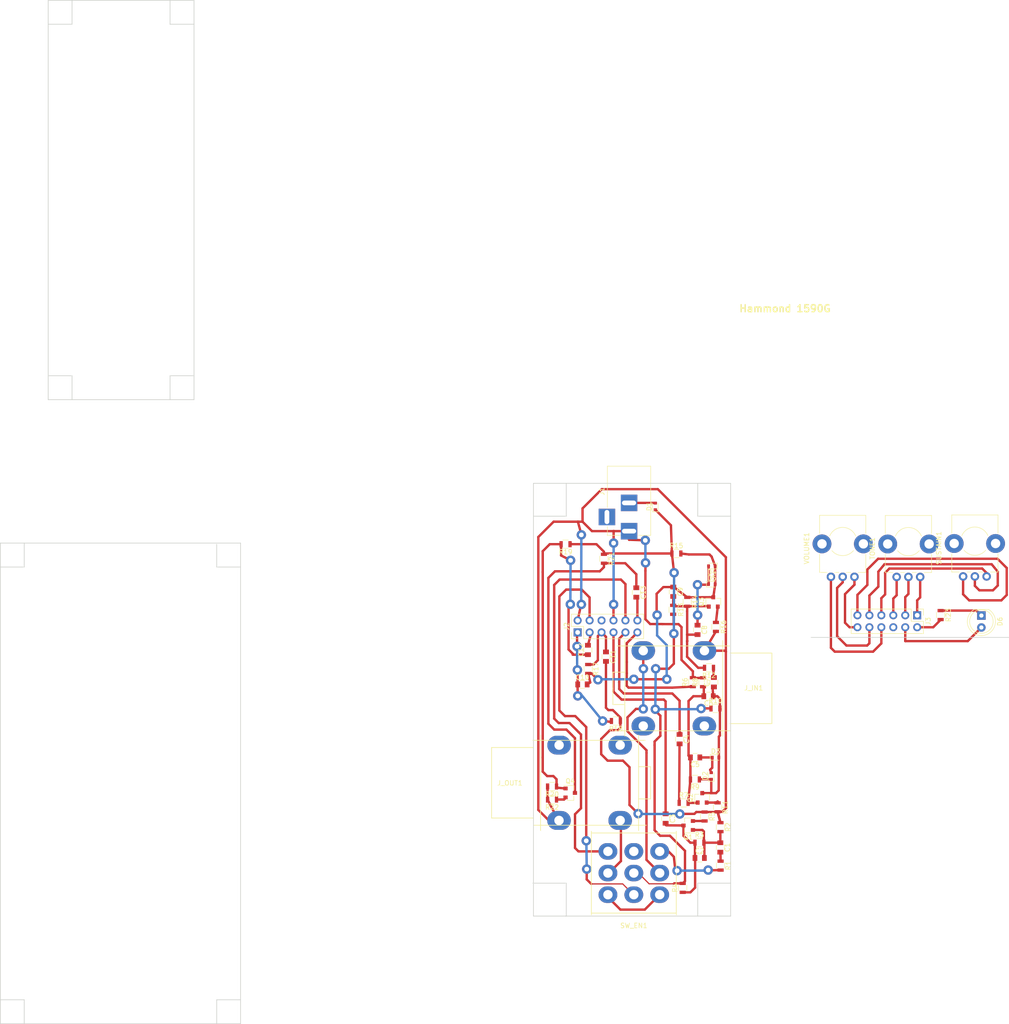
<source format=kicad_pcb>
(kicad_pcb (version 4) (host pcbnew 4.0.6)

  (general
    (links 96)
    (no_connects 0)
    (area -59.257001 1.194999 156.6438 218.769001)
    (thickness 1.6)
    (drawings 39)
    (tracks 523)
    (zones 0)
    (modules 55)
    (nets 54)
  )

  (page A4 portrait)
  (layers
    (0 F.Cu signal)
    (31 B.Cu signal)
    (32 B.Adhes user)
    (33 F.Adhes user)
    (34 B.Paste user)
    (35 F.Paste user)
    (36 B.SilkS user)
    (37 F.SilkS user)
    (38 B.Mask user)
    (39 F.Mask user)
    (40 Dwgs.User user)
    (41 Cmts.User user)
    (42 Eco1.User user)
    (43 Eco2.User user)
    (44 Edge.Cuts user)
    (45 Margin user)
    (46 B.CrtYd user)
    (47 F.CrtYd user)
    (48 B.Fab user)
    (49 F.Fab user hide)
  )

  (setup
    (last_trace_width 0.25)
    (user_trace_width 0.5)
    (user_trace_width 0.75)
    (user_trace_width 1)
    (trace_clearance 0.2)
    (zone_clearance 0.508)
    (zone_45_only no)
    (trace_min 0.2)
    (segment_width 0.2)
    (edge_width 0.15)
    (via_size 0.6)
    (via_drill 0.4)
    (via_min_size 0.4)
    (via_min_drill 0.3)
    (user_via 2 1)
    (uvia_size 0.3)
    (uvia_drill 0.1)
    (uvias_allowed no)
    (uvia_min_size 0.2)
    (uvia_min_drill 0.1)
    (pcb_text_width 0.3)
    (pcb_text_size 1.5 1.5)
    (mod_edge_width 0.15)
    (mod_text_size 1 1)
    (mod_text_width 0.15)
    (pad_size 1.524 1.524)
    (pad_drill 0.762)
    (pad_to_mask_clearance 0.2)
    (aux_axis_origin 0 0)
    (visible_elements 7FFEFFFF)
    (pcbplotparams
      (layerselection 0x00030_80000001)
      (usegerberextensions false)
      (excludeedgelayer true)
      (linewidth 0.100000)
      (plotframeref false)
      (viasonmask false)
      (mode 1)
      (useauxorigin false)
      (hpglpennumber 1)
      (hpglpenspeed 20)
      (hpglpendiameter 15)
      (hpglpenoverlay 2)
      (psnegative false)
      (psa4output false)
      (plotreference true)
      (plotvalue true)
      (plotinvisibletext false)
      (padsonsilk false)
      (subtractmaskfromsilk false)
      (outputformat 1)
      (mirror false)
      (drillshape 0)
      (scaleselection 1)
      (outputdirectory ""))
  )

  (net 0 "")
  (net 1 "Net-(C1-Pad1)")
  (net 2 "Net-(C1-Pad2)")
  (net 3 "Net-(C2-Pad1)")
  (net 4 "Net-(C5-Pad2)")
  (net 5 "Net-(C6-Pad1)")
  (net 6 /GND)
  (net 7 "Net-(C12-Pad1)")
  (net 8 "Net-(D6-Pad2)")
  (net 9 /+9V)
  (net 10 "Net-(J1-Pad3)")
  (net 11 "Net-(J_IN1-Pad2)")
  (net 12 "Net-(J_IN1-Pad1)")
  (net 13 "Net-(J_IN1-Pad3)")
  (net 14 "Net-(J_OUT1-Pad2)")
  (net 15 "Net-(J_OUT1-Pad1)")
  (net 16 "Net-(J_OUT1-Pad3)")
  (net 17 "Net-(SW_EN1-Pad4)")
  (net 18 "Net-(Q1-Pad2)")
  (net 19 "Net-(Q2-Pad2)")
  (net 20 "Net-(Q3-Pad2)")
  (net 21 "Net-(Q4-Pad2)")
  (net 22 /VOL_P1)
  (net 23 /TONE_P2)
  (net 24 /SUS_P3)
  (net 25 /SUS_P2)
  (net 26 /TONE_P1)
  (net 27 /TONE_P3)
  (net 28 /LED_AN)
  (net 29 "Net-(J2-Pad6)")
  (net 30 /VOL_P2)
  (net 31 /SUS_P1)
  (net 32 "Net-(J3-Pad1)")
  (net 33 "Net-(J3-Pad2)")
  (net 34 "Net-(J3-Pad3)")
  (net 35 "Net-(J3-Pad5)")
  (net 36 "Net-(J3-Pad6)")
  (net 37 "Net-(J3-Pad7)")
  (net 38 "Net-(J3-Pad8)")
  (net 39 "Net-(J3-Pad9)")
  (net 40 "Net-(J3-Pad10)")
  (net 41 "Net-(J3-Pad11)")
  (net 42 "Net-(J3-Pad12)")
  (net 43 "Net-(C4-Pad2)")
  (net 44 "Net-(C5-Pad1)")
  (net 45 "Net-(C7-Pad2)")
  (net 46 "Net-(C8-Pad1)")
  (net 47 "Net-(C8-Pad2)")
  (net 48 "Net-(C10-Pad2)")
  (net 49 "Net-(C13-Pad1)")
  (net 50 "Net-(D1-Pad2)")
  (net 51 "Net-(D6-Pad1)")
  (net 52 "Net-(R1-Pad2)")
  (net 53 "Net-(SW_EN1-Pad3)")

  (net_class Default "This is the default net class."
    (clearance 0.2)
    (trace_width 0.25)
    (via_dia 0.6)
    (via_drill 0.4)
    (uvia_dia 0.3)
    (uvia_drill 0.1)
    (add_net /+9V)
    (add_net /GND)
    (add_net /LED_AN)
    (add_net /SUS_P1)
    (add_net /SUS_P2)
    (add_net /SUS_P3)
    (add_net /TONE_P1)
    (add_net /TONE_P2)
    (add_net /TONE_P3)
    (add_net /VOL_P1)
    (add_net /VOL_P2)
    (add_net "Net-(C1-Pad1)")
    (add_net "Net-(C1-Pad2)")
    (add_net "Net-(C10-Pad2)")
    (add_net "Net-(C12-Pad1)")
    (add_net "Net-(C13-Pad1)")
    (add_net "Net-(C2-Pad1)")
    (add_net "Net-(C4-Pad2)")
    (add_net "Net-(C5-Pad1)")
    (add_net "Net-(C5-Pad2)")
    (add_net "Net-(C6-Pad1)")
    (add_net "Net-(C7-Pad2)")
    (add_net "Net-(C8-Pad1)")
    (add_net "Net-(C8-Pad2)")
    (add_net "Net-(D1-Pad2)")
    (add_net "Net-(D6-Pad1)")
    (add_net "Net-(D6-Pad2)")
    (add_net "Net-(J1-Pad3)")
    (add_net "Net-(J2-Pad6)")
    (add_net "Net-(J3-Pad1)")
    (add_net "Net-(J3-Pad10)")
    (add_net "Net-(J3-Pad11)")
    (add_net "Net-(J3-Pad12)")
    (add_net "Net-(J3-Pad2)")
    (add_net "Net-(J3-Pad3)")
    (add_net "Net-(J3-Pad5)")
    (add_net "Net-(J3-Pad6)")
    (add_net "Net-(J3-Pad7)")
    (add_net "Net-(J3-Pad8)")
    (add_net "Net-(J3-Pad9)")
    (add_net "Net-(J_IN1-Pad1)")
    (add_net "Net-(J_IN1-Pad2)")
    (add_net "Net-(J_IN1-Pad3)")
    (add_net "Net-(J_OUT1-Pad1)")
    (add_net "Net-(J_OUT1-Pad2)")
    (add_net "Net-(J_OUT1-Pad3)")
    (add_net "Net-(Q1-Pad2)")
    (add_net "Net-(Q2-Pad2)")
    (add_net "Net-(Q3-Pad2)")
    (add_net "Net-(Q4-Pad2)")
    (add_net "Net-(R1-Pad2)")
    (add_net "Net-(SW_EN1-Pad3)")
    (add_net "Net-(SW_EN1-Pad4)")
  )

  (module TO_SOT_Packages_SMD:SOT-23 (layer F.Cu) (tedit 58CE4E7E) (tstamp 5A2D53FF)
    (at 61.9252 169.672)
    (descr "SOT-23, Standard")
    (tags SOT-23)
    (path /5A2E814E)
    (attr smd)
    (fp_text reference Q4 (at 0 -2.5) (layer F.SilkS)
      (effects (font (size 1 1) (thickness 0.15)))
    )
    (fp_text value MMBT3904 (at 0 2.5) (layer F.Fab)
      (effects (font (size 1 1) (thickness 0.15)))
    )
    (fp_text user %R (at 0 0 90) (layer F.Fab)
      (effects (font (size 0.5 0.5) (thickness 0.075)))
    )
    (fp_line (start -0.7 -0.95) (end -0.7 1.5) (layer F.Fab) (width 0.1))
    (fp_line (start -0.15 -1.52) (end 0.7 -1.52) (layer F.Fab) (width 0.1))
    (fp_line (start -0.7 -0.95) (end -0.15 -1.52) (layer F.Fab) (width 0.1))
    (fp_line (start 0.7 -1.52) (end 0.7 1.52) (layer F.Fab) (width 0.1))
    (fp_line (start -0.7 1.52) (end 0.7 1.52) (layer F.Fab) (width 0.1))
    (fp_line (start 0.76 1.58) (end 0.76 0.65) (layer F.SilkS) (width 0.12))
    (fp_line (start 0.76 -1.58) (end 0.76 -0.65) (layer F.SilkS) (width 0.12))
    (fp_line (start -1.7 -1.75) (end 1.7 -1.75) (layer F.CrtYd) (width 0.05))
    (fp_line (start 1.7 -1.75) (end 1.7 1.75) (layer F.CrtYd) (width 0.05))
    (fp_line (start 1.7 1.75) (end -1.7 1.75) (layer F.CrtYd) (width 0.05))
    (fp_line (start -1.7 1.75) (end -1.7 -1.75) (layer F.CrtYd) (width 0.05))
    (fp_line (start 0.76 -1.58) (end -1.4 -1.58) (layer F.SilkS) (width 0.12))
    (fp_line (start 0.76 1.58) (end -0.7 1.58) (layer F.SilkS) (width 0.12))
    (pad 1 smd rect (at -1 -0.95) (size 0.9 0.8) (layers F.Cu F.Paste F.Mask)
      (net 7 "Net-(C12-Pad1)"))
    (pad 2 smd rect (at -1 0.95) (size 0.9 0.8) (layers F.Cu F.Paste F.Mask)
      (net 21 "Net-(Q4-Pad2)"))
    (pad 3 smd rect (at 1 0) (size 0.9 0.8) (layers F.Cu F.Paste F.Mask)
      (net 49 "Net-(C13-Pad1)"))
    (model ${KISYS3DMOD}/TO_SOT_Packages_SMD.3dshapes/SOT-23.wrl
      (at (xyz 0 0 0))
      (scale (xyz 1 1 1))
      (rotate (xyz 0 0 0))
    )
  )

  (module Connectors:BARREL_JACK (layer F.Cu) (tedit 5861378E) (tstamp 5A2D2665)
    (at 74.422 114.046 270)
    (descr "DC Barrel Jack")
    (tags "Power Jack")
    (path /5A2DF800)
    (fp_text reference J1 (at -8.45 5.75 450) (layer F.SilkS)
      (effects (font (size 1 1) (thickness 0.15)))
    )
    (fp_text value BARREL_JACK (at -6.2 -5.5 270) (layer F.Fab)
      (effects (font (size 1 1) (thickness 0.15)))
    )
    (fp_line (start 1 -4.5) (end 1 -4.75) (layer F.CrtYd) (width 0.05))
    (fp_line (start 1 -4.75) (end -14 -4.75) (layer F.CrtYd) (width 0.05))
    (fp_line (start 1 -4.5) (end 1 -2) (layer F.CrtYd) (width 0.05))
    (fp_line (start 1 -2) (end 2 -2) (layer F.CrtYd) (width 0.05))
    (fp_line (start 2 -2) (end 2 2) (layer F.CrtYd) (width 0.05))
    (fp_line (start 2 2) (end 1 2) (layer F.CrtYd) (width 0.05))
    (fp_line (start 1 2) (end 1 4.75) (layer F.CrtYd) (width 0.05))
    (fp_line (start 1 4.75) (end -1 4.75) (layer F.CrtYd) (width 0.05))
    (fp_line (start -1 4.75) (end -1 6.75) (layer F.CrtYd) (width 0.05))
    (fp_line (start -1 6.75) (end -5 6.75) (layer F.CrtYd) (width 0.05))
    (fp_line (start -5 6.75) (end -5 4.75) (layer F.CrtYd) (width 0.05))
    (fp_line (start -5 4.75) (end -14 4.75) (layer F.CrtYd) (width 0.05))
    (fp_line (start -14 4.75) (end -14 -4.75) (layer F.CrtYd) (width 0.05))
    (fp_line (start -5 4.6) (end -13.8 4.6) (layer F.SilkS) (width 0.12))
    (fp_line (start -13.8 4.6) (end -13.8 -4.6) (layer F.SilkS) (width 0.12))
    (fp_line (start 0.9 1.9) (end 0.9 4.6) (layer F.SilkS) (width 0.12))
    (fp_line (start 0.9 4.6) (end -1 4.6) (layer F.SilkS) (width 0.12))
    (fp_line (start -13.8 -4.6) (end 0.9 -4.6) (layer F.SilkS) (width 0.12))
    (fp_line (start 0.9 -4.6) (end 0.9 -2) (layer F.SilkS) (width 0.12))
    (fp_line (start -10.2 -4.5) (end -10.2 4.5) (layer F.Fab) (width 0.1))
    (fp_line (start -13.7 -4.5) (end -13.7 4.5) (layer F.Fab) (width 0.1))
    (fp_line (start -13.7 4.5) (end 0.8 4.5) (layer F.Fab) (width 0.1))
    (fp_line (start 0.8 4.5) (end 0.8 -4.5) (layer F.Fab) (width 0.1))
    (fp_line (start 0.8 -4.5) (end -13.7 -4.5) (layer F.Fab) (width 0.1))
    (pad 1 thru_hole rect (at 0 0 270) (size 3.5 3.5) (drill oval 1 3) (layers *.Cu *.Mask)
      (net 6 /GND))
    (pad 2 thru_hole rect (at -6 0 270) (size 3.5 3.5) (drill oval 1 3) (layers *.Cu *.Mask)
      (net 50 "Net-(D1-Pad2)"))
    (pad 3 thru_hole rect (at -3 4.7 270) (size 3.5 3.5) (drill oval 3 1) (layers *.Cu *.Mask)
      (net 10 "Net-(J1-Pad3)"))
  )

  (module custom_sockets:JackSocket_Mono_PCB (layer F.Cu) (tedit 5A2D237C) (tstamp 5A2D266D)
    (at 83.947 147.447 90)
    (path /5A2E0A2D)
    (fp_text reference J_IN1 (at 0.0635 16.9545 180) (layer F.SilkS)
      (effects (font (size 1 1) (thickness 0.15)))
    )
    (fp_text value JACK__MONO_2P_NC (at 0.0635 13.2715 90) (layer F.Fab) hide
      (effects (font (size 1 1) (thickness 0.15)))
    )
    (fp_line (start 0 -12.954) (end -3.429 -12.954) (layer F.SilkS) (width 0.15))
    (fp_line (start -3.429 -12.954) (end -3.429 -10.414) (layer F.SilkS) (width 0.15))
    (fp_line (start 0 -12.954) (end 3.429 -12.954) (layer F.SilkS) (width 0.15))
    (fp_line (start 3.429 -12.954) (end 3.429 -10.414) (layer F.SilkS) (width 0.15))
    (fp_line (start -10.16 10.414) (end 10.16 10.414) (layer F.SilkS) (width 0.15))
    (fp_line (start -10.16 -10.414) (end 10.16 -10.414) (layer F.SilkS) (width 0.15))
    (fp_line (start -7.493 11.938) (end -7.493 20.828) (layer F.SilkS) (width 0.15))
    (fp_line (start -7.493 20.828) (end 7.493 20.828) (layer F.SilkS) (width 0.15))
    (fp_line (start 7.493 20.828) (end 7.493 11.938) (layer F.SilkS) (width 0.15))
    (fp_line (start 9.017 -12.065) (end 9.017 11.811) (layer F.SilkS) (width 0.15))
    (fp_line (start -9.017 -11.811) (end -9.017 12.065) (layer F.SilkS) (width 0.15))
    (pad 2 thru_hole oval (at -8 -6.5 90) (size 4 5) (drill 2) (layers *.Cu *.Mask)
      (net 11 "Net-(J_IN1-Pad2)"))
    (pad 1 thru_hole oval (at 8 -6.5 90) (size 4 5) (drill 2) (layers *.Cu *.Mask)
      (net 12 "Net-(J_IN1-Pad1)"))
    (pad 4 thru_hole oval (at 8 6.5 90) (size 4 5) (drill 2) (layers *.Cu *.Mask)
      (net 6 /GND))
    (pad 3 thru_hole oval (at -8 6.477 90) (size 4 5) (drill 2) (layers *.Cu *.Mask)
      (net 13 "Net-(J_IN1-Pad3)"))
  )

  (module custom_sockets:JackSocket_Mono_PCB (layer F.Cu) (tedit 5A2D236C) (tstamp 5A2D2675)
    (at 66.04 167.513 270)
    (path /5A2E0B11)
    (fp_text reference J_OUT1 (at 0.0635 16.9545 360) (layer F.SilkS)
      (effects (font (size 1 1) (thickness 0.15)))
    )
    (fp_text value JACK__MONO_2P_NC (at 0.0635 13.2715 270) (layer F.Fab) hide
      (effects (font (size 1 1) (thickness 0.15)))
    )
    (fp_line (start 0 -12.954) (end -3.429 -12.954) (layer F.SilkS) (width 0.15))
    (fp_line (start -3.429 -12.954) (end -3.429 -10.414) (layer F.SilkS) (width 0.15))
    (fp_line (start 0 -12.954) (end 3.429 -12.954) (layer F.SilkS) (width 0.15))
    (fp_line (start 3.429 -12.954) (end 3.429 -10.414) (layer F.SilkS) (width 0.15))
    (fp_line (start -10.16 10.414) (end 10.16 10.414) (layer F.SilkS) (width 0.15))
    (fp_line (start -10.16 -10.414) (end 10.16 -10.414) (layer F.SilkS) (width 0.15))
    (fp_line (start -7.493 11.938) (end -7.493 20.828) (layer F.SilkS) (width 0.15))
    (fp_line (start -7.493 20.828) (end 7.493 20.828) (layer F.SilkS) (width 0.15))
    (fp_line (start 7.493 20.828) (end 7.493 11.938) (layer F.SilkS) (width 0.15))
    (fp_line (start 9.017 -12.065) (end 9.017 11.811) (layer F.SilkS) (width 0.15))
    (fp_line (start -9.017 -11.811) (end -9.017 12.065) (layer F.SilkS) (width 0.15))
    (pad 2 thru_hole oval (at -8 -6.5 270) (size 4 5) (drill 2) (layers *.Cu *.Mask)
      (net 14 "Net-(J_OUT1-Pad2)"))
    (pad 1 thru_hole oval (at 8 -6.5 270) (size 4 5) (drill 2) (layers *.Cu *.Mask)
      (net 15 "Net-(J_OUT1-Pad1)"))
    (pad 4 thru_hole oval (at 8 6.5 270) (size 4 5) (drill 2) (layers *.Cu *.Mask)
      (net 6 /GND))
    (pad 3 thru_hole oval (at -8 6.477 270) (size 4 5) (drill 2) (layers *.Cu *.Mask)
      (net 16 "Net-(J_OUT1-Pad3)"))
  )

  (module TO_SOT_Packages_SMD:SOT-23 (layer F.Cu) (tedit 58CE4E7E) (tstamp 5A2D53ED)
    (at 86.995 176.5808 180)
    (descr "SOT-23, Standard")
    (tags SOT-23)
    (path /5A2E86AF)
    (attr smd)
    (fp_text reference Q1 (at 0 -2.5 180) (layer F.SilkS)
      (effects (font (size 1 1) (thickness 0.15)))
    )
    (fp_text value MMBT3904 (at 0 2.5 180) (layer F.Fab)
      (effects (font (size 1 1) (thickness 0.15)))
    )
    (fp_text user %R (at 0 0 270) (layer F.Fab)
      (effects (font (size 0.5 0.5) (thickness 0.075)))
    )
    (fp_line (start -0.7 -0.95) (end -0.7 1.5) (layer F.Fab) (width 0.1))
    (fp_line (start -0.15 -1.52) (end 0.7 -1.52) (layer F.Fab) (width 0.1))
    (fp_line (start -0.7 -0.95) (end -0.15 -1.52) (layer F.Fab) (width 0.1))
    (fp_line (start 0.7 -1.52) (end 0.7 1.52) (layer F.Fab) (width 0.1))
    (fp_line (start -0.7 1.52) (end 0.7 1.52) (layer F.Fab) (width 0.1))
    (fp_line (start 0.76 1.58) (end 0.76 0.65) (layer F.SilkS) (width 0.12))
    (fp_line (start 0.76 -1.58) (end 0.76 -0.65) (layer F.SilkS) (width 0.12))
    (fp_line (start -1.7 -1.75) (end 1.7 -1.75) (layer F.CrtYd) (width 0.05))
    (fp_line (start 1.7 -1.75) (end 1.7 1.75) (layer F.CrtYd) (width 0.05))
    (fp_line (start 1.7 1.75) (end -1.7 1.75) (layer F.CrtYd) (width 0.05))
    (fp_line (start -1.7 1.75) (end -1.7 -1.75) (layer F.CrtYd) (width 0.05))
    (fp_line (start 0.76 -1.58) (end -1.4 -1.58) (layer F.SilkS) (width 0.12))
    (fp_line (start 0.76 1.58) (end -0.7 1.58) (layer F.SilkS) (width 0.12))
    (pad 1 smd rect (at -1 -0.95 180) (size 0.9 0.8) (layers F.Cu F.Paste F.Mask)
      (net 1 "Net-(C1-Pad1)"))
    (pad 2 smd rect (at -1 0.95 180) (size 0.9 0.8) (layers F.Cu F.Paste F.Mask)
      (net 18 "Net-(Q1-Pad2)"))
    (pad 3 smd rect (at 1 0 180) (size 0.9 0.8) (layers F.Cu F.Paste F.Mask)
      (net 3 "Net-(C2-Pad1)"))
    (model ${KISYS3DMOD}/TO_SOT_Packages_SMD.3dshapes/SOT-23.wrl
      (at (xyz 0 0 0))
      (scale (xyz 1 1 1))
      (rotate (xyz 0 0 0))
    )
  )

  (module TO_SOT_Packages_SMD:SOT-23 (layer F.Cu) (tedit 58CE4E7E) (tstamp 5A2D53F3)
    (at 89.9668 170.7134 90)
    (descr "SOT-23, Standard")
    (tags SOT-23)
    (path /5A2E7C7F)
    (attr smd)
    (fp_text reference Q2 (at 0 -2.5 90) (layer F.SilkS)
      (effects (font (size 1 1) (thickness 0.15)))
    )
    (fp_text value MMBT3904 (at 0 2.5 90) (layer F.Fab)
      (effects (font (size 1 1) (thickness 0.15)))
    )
    (fp_text user %R (at 0 0 180) (layer F.Fab)
      (effects (font (size 0.5 0.5) (thickness 0.075)))
    )
    (fp_line (start -0.7 -0.95) (end -0.7 1.5) (layer F.Fab) (width 0.1))
    (fp_line (start -0.15 -1.52) (end 0.7 -1.52) (layer F.Fab) (width 0.1))
    (fp_line (start -0.7 -0.95) (end -0.15 -1.52) (layer F.Fab) (width 0.1))
    (fp_line (start 0.7 -1.52) (end 0.7 1.52) (layer F.Fab) (width 0.1))
    (fp_line (start -0.7 1.52) (end 0.7 1.52) (layer F.Fab) (width 0.1))
    (fp_line (start 0.76 1.58) (end 0.76 0.65) (layer F.SilkS) (width 0.12))
    (fp_line (start 0.76 -1.58) (end 0.76 -0.65) (layer F.SilkS) (width 0.12))
    (fp_line (start -1.7 -1.75) (end 1.7 -1.75) (layer F.CrtYd) (width 0.05))
    (fp_line (start 1.7 -1.75) (end 1.7 1.75) (layer F.CrtYd) (width 0.05))
    (fp_line (start 1.7 1.75) (end -1.7 1.75) (layer F.CrtYd) (width 0.05))
    (fp_line (start -1.7 1.75) (end -1.7 -1.75) (layer F.CrtYd) (width 0.05))
    (fp_line (start 0.76 -1.58) (end -1.4 -1.58) (layer F.SilkS) (width 0.12))
    (fp_line (start 0.76 1.58) (end -0.7 1.58) (layer F.SilkS) (width 0.12))
    (pad 1 smd rect (at -1 -0.95 90) (size 0.9 0.8) (layers F.Cu F.Paste F.Mask)
      (net 4 "Net-(C5-Pad2)"))
    (pad 2 smd rect (at -1 0.95 90) (size 0.9 0.8) (layers F.Cu F.Paste F.Mask)
      (net 19 "Net-(Q2-Pad2)"))
    (pad 3 smd rect (at 1 0 90) (size 0.9 0.8) (layers F.Cu F.Paste F.Mask)
      (net 5 "Net-(C6-Pad1)"))
    (model ${KISYS3DMOD}/TO_SOT_Packages_SMD.3dshapes/SOT-23.wrl
      (at (xyz 0 0 0))
      (scale (xyz 1 1 1))
      (rotate (xyz 0 0 0))
    )
  )

  (module TO_SOT_Packages_SMD:SOT-23 (layer F.Cu) (tedit 58CE4E7E) (tstamp 5A2D53F9)
    (at 92.329 129.0828 90)
    (descr "SOT-23, Standard")
    (tags SOT-23)
    (path /5A2E8074)
    (attr smd)
    (fp_text reference Q3 (at 0 -2.5 90) (layer F.SilkS)
      (effects (font (size 1 1) (thickness 0.15)))
    )
    (fp_text value MMBT3904 (at 0 2.5 90) (layer F.Fab)
      (effects (font (size 1 1) (thickness 0.15)))
    )
    (fp_text user %R (at 0 0 180) (layer F.Fab)
      (effects (font (size 0.5 0.5) (thickness 0.075)))
    )
    (fp_line (start -0.7 -0.95) (end -0.7 1.5) (layer F.Fab) (width 0.1))
    (fp_line (start -0.15 -1.52) (end 0.7 -1.52) (layer F.Fab) (width 0.1))
    (fp_line (start -0.7 -0.95) (end -0.15 -1.52) (layer F.Fab) (width 0.1))
    (fp_line (start 0.7 -1.52) (end 0.7 1.52) (layer F.Fab) (width 0.1))
    (fp_line (start -0.7 1.52) (end 0.7 1.52) (layer F.Fab) (width 0.1))
    (fp_line (start 0.76 1.58) (end 0.76 0.65) (layer F.SilkS) (width 0.12))
    (fp_line (start 0.76 -1.58) (end 0.76 -0.65) (layer F.SilkS) (width 0.12))
    (fp_line (start -1.7 -1.75) (end 1.7 -1.75) (layer F.CrtYd) (width 0.05))
    (fp_line (start 1.7 -1.75) (end 1.7 1.75) (layer F.CrtYd) (width 0.05))
    (fp_line (start 1.7 1.75) (end -1.7 1.75) (layer F.CrtYd) (width 0.05))
    (fp_line (start -1.7 1.75) (end -1.7 -1.75) (layer F.CrtYd) (width 0.05))
    (fp_line (start 0.76 -1.58) (end -1.4 -1.58) (layer F.SilkS) (width 0.12))
    (fp_line (start 0.76 1.58) (end -0.7 1.58) (layer F.SilkS) (width 0.12))
    (pad 1 smd rect (at -1 -0.95 90) (size 0.9 0.8) (layers F.Cu F.Paste F.Mask)
      (net 47 "Net-(C8-Pad2)"))
    (pad 2 smd rect (at -1 0.95 90) (size 0.9 0.8) (layers F.Cu F.Paste F.Mask)
      (net 20 "Net-(Q3-Pad2)"))
    (pad 3 smd rect (at 1 0 90) (size 0.9 0.8) (layers F.Cu F.Paste F.Mask)
      (net 48 "Net-(C10-Pad2)"))
    (model ${KISYS3DMOD}/TO_SOT_Packages_SMD.3dshapes/SOT-23.wrl
      (at (xyz 0 0 0))
      (scale (xyz 1 1 1))
      (rotate (xyz 0 0 0))
    )
  )

  (module custom_sw:SW_3PDT_W18MM_L17.3MM_P5.3MM_D2MM_SolderLugs locked (layer F.Cu) (tedit 5A321771) (tstamp 5A321BDF)
    (at 75.438 186.69)
    (path /5A2E01EA)
    (fp_text reference SW_EN1 (at 0 11.176) (layer F.SilkS)
      (effects (font (size 1 1) (thickness 0.15)))
    )
    (fp_text value SW_3PDT_on_on (at 0.254 14.478) (layer F.Fab)
      (effects (font (size 1 1) (thickness 0.15)))
    )
    (fp_line (start -8.89 -8.509) (end 7.62 -8.509) (layer F.SilkS) (width 0.15))
    (fp_line (start 7.62 -8.509) (end 8.89 -8.509) (layer F.SilkS) (width 0.15))
    (fp_line (start 9.017 -8.89) (end 9.017 8.89) (layer F.SilkS) (width 0.15))
    (fp_line (start 8.89 8.509) (end -8.89 8.509) (layer F.SilkS) (width 0.15))
    (fp_line (start -9.017 8.89) (end -9.017 -8.89) (layer F.SilkS) (width 0.15))
    (pad 1 thru_hole oval (at -5.5 -4.6) (size 4 3.5) (drill 2) (layers *.Cu *.Mask)
      (net 30 /VOL_P2))
    (pad 4 thru_hole oval (at 0 -4.6) (size 4 3.5) (drill 2) (layers *.Cu *.Mask)
      (net 17 "Net-(SW_EN1-Pad4)"))
    (pad 7 thru_hole oval (at 5.5 -4.6) (size 4 3.5) (drill 2) (layers *.Cu *.Mask)
      (net 52 "Net-(R1-Pad2)"))
    (pad 2 thru_hole oval (at -5.5 0) (size 4 3.5) (drill 2) (layers *.Cu *.Mask)
      (net 15 "Net-(J_OUT1-Pad1)"))
    (pad 5 thru_hole oval (at 0 0) (size 4 3.5) (drill 2) (layers *.Cu *.Mask)
      (net 9 /+9V))
    (pad 8 thru_hole oval (at 5.5 0) (size 4 3.5) (drill 2) (layers *.Cu *.Mask)
      (net 12 "Net-(J_IN1-Pad1)"))
    (pad 3 thru_hole oval (at -5.5 4.6) (size 4 3.5) (drill 2) (layers *.Cu *.Mask)
      (net 53 "Net-(SW_EN1-Pad3)"))
    (pad 6 thru_hole oval (at 0 4.6) (size 4 3.5) (drill 2) (layers *.Cu *.Mask)
      (net 28 /LED_AN))
    (pad 9 thru_hole oval (at 5.5 4.6) (size 4 3.5) (drill 2) (layers *.Cu *.Mask)
      (net 53 "Net-(SW_EN1-Pad3)"))
  )

  (module Capacitors_SMD:C_0805 (layer F.Cu) (tedit 58AA8463) (tstamp 5A34099C)
    (at 93.8276 181.2544 270)
    (descr "Capacitor SMD 0805, reflow soldering, AVX (see smccp.pdf)")
    (tags "capacitor 0805")
    (path /5A2D05C6)
    (attr smd)
    (fp_text reference C1 (at 0 -1.5 270) (layer F.SilkS)
      (effects (font (size 1 1) (thickness 0.15)))
    )
    (fp_text value 100nF (at 0 1.75 270) (layer F.Fab)
      (effects (font (size 1 1) (thickness 0.15)))
    )
    (fp_text user %R (at 0 -1.5 270) (layer F.Fab)
      (effects (font (size 1 1) (thickness 0.15)))
    )
    (fp_line (start -1 0.62) (end -1 -0.62) (layer F.Fab) (width 0.1))
    (fp_line (start 1 0.62) (end -1 0.62) (layer F.Fab) (width 0.1))
    (fp_line (start 1 -0.62) (end 1 0.62) (layer F.Fab) (width 0.1))
    (fp_line (start -1 -0.62) (end 1 -0.62) (layer F.Fab) (width 0.1))
    (fp_line (start 0.5 -0.85) (end -0.5 -0.85) (layer F.SilkS) (width 0.12))
    (fp_line (start -0.5 0.85) (end 0.5 0.85) (layer F.SilkS) (width 0.12))
    (fp_line (start -1.75 -0.88) (end 1.75 -0.88) (layer F.CrtYd) (width 0.05))
    (fp_line (start -1.75 -0.88) (end -1.75 0.87) (layer F.CrtYd) (width 0.05))
    (fp_line (start 1.75 0.87) (end 1.75 -0.88) (layer F.CrtYd) (width 0.05))
    (fp_line (start 1.75 0.87) (end -1.75 0.87) (layer F.CrtYd) (width 0.05))
    (pad 1 smd rect (at -1 0 270) (size 1 1.25) (layers F.Cu F.Paste F.Mask)
      (net 1 "Net-(C1-Pad1)"))
    (pad 2 smd rect (at 1 0 270) (size 1 1.25) (layers F.Cu F.Paste F.Mask)
      (net 2 "Net-(C1-Pad2)"))
    (model Capacitors_SMD.3dshapes/C_0805.wrl
      (at (xyz 0 0 0))
      (scale (xyz 1 1 1))
      (rotate (xyz 0 0 0))
    )
  )

  (module Capacitors_SMD:C_0805 (layer F.Cu) (tedit 58AA8463) (tstamp 5A3409A1)
    (at 89.4334 183.4896)
    (descr "Capacitor SMD 0805, reflow soldering, AVX (see smccp.pdf)")
    (tags "capacitor 0805")
    (path /5A2D0919)
    (attr smd)
    (fp_text reference C2 (at 0 -1.5) (layer F.SilkS)
      (effects (font (size 1 1) (thickness 0.15)))
    )
    (fp_text value 560pF (at 0 1.75) (layer F.Fab)
      (effects (font (size 1 1) (thickness 0.15)))
    )
    (fp_text user %R (at 0 -1.5) (layer F.Fab)
      (effects (font (size 1 1) (thickness 0.15)))
    )
    (fp_line (start -1 0.62) (end -1 -0.62) (layer F.Fab) (width 0.1))
    (fp_line (start 1 0.62) (end -1 0.62) (layer F.Fab) (width 0.1))
    (fp_line (start 1 -0.62) (end 1 0.62) (layer F.Fab) (width 0.1))
    (fp_line (start -1 -0.62) (end 1 -0.62) (layer F.Fab) (width 0.1))
    (fp_line (start 0.5 -0.85) (end -0.5 -0.85) (layer F.SilkS) (width 0.12))
    (fp_line (start -0.5 0.85) (end 0.5 0.85) (layer F.SilkS) (width 0.12))
    (fp_line (start -1.75 -0.88) (end 1.75 -0.88) (layer F.CrtYd) (width 0.05))
    (fp_line (start -1.75 -0.88) (end -1.75 0.87) (layer F.CrtYd) (width 0.05))
    (fp_line (start 1.75 0.87) (end 1.75 -0.88) (layer F.CrtYd) (width 0.05))
    (fp_line (start 1.75 0.87) (end -1.75 0.87) (layer F.CrtYd) (width 0.05))
    (pad 1 smd rect (at -1 0) (size 1 1.25) (layers F.Cu F.Paste F.Mask)
      (net 3 "Net-(C2-Pad1)"))
    (pad 2 smd rect (at 1 0) (size 1 1.25) (layers F.Cu F.Paste F.Mask)
      (net 1 "Net-(C1-Pad1)"))
    (model Capacitors_SMD.3dshapes/C_0805.wrl
      (at (xyz 0 0 0))
      (scale (xyz 1 1 1))
      (rotate (xyz 0 0 0))
    )
  )

  (module Capacitors_SMD:C_0805 (layer F.Cu) (tedit 58AA8463) (tstamp 5A3409A6)
    (at 82.1944 175.1076 270)
    (descr "Capacitor SMD 0805, reflow soldering, AVX (see smccp.pdf)")
    (tags "capacitor 0805")
    (path /5A2D1275)
    (attr smd)
    (fp_text reference C3 (at 0 -1.5 270) (layer F.SilkS)
      (effects (font (size 1 1) (thickness 0.15)))
    )
    (fp_text value 1uF (at 0 1.75 270) (layer F.Fab)
      (effects (font (size 1 1) (thickness 0.15)))
    )
    (fp_text user %R (at 0 -1.5 270) (layer F.Fab)
      (effects (font (size 1 1) (thickness 0.15)))
    )
    (fp_line (start -1 0.62) (end -1 -0.62) (layer F.Fab) (width 0.1))
    (fp_line (start 1 0.62) (end -1 0.62) (layer F.Fab) (width 0.1))
    (fp_line (start 1 -0.62) (end 1 0.62) (layer F.Fab) (width 0.1))
    (fp_line (start -1 -0.62) (end 1 -0.62) (layer F.Fab) (width 0.1))
    (fp_line (start 0.5 -0.85) (end -0.5 -0.85) (layer F.SilkS) (width 0.12))
    (fp_line (start -0.5 0.85) (end 0.5 0.85) (layer F.SilkS) (width 0.12))
    (fp_line (start -1.75 -0.88) (end 1.75 -0.88) (layer F.CrtYd) (width 0.05))
    (fp_line (start -1.75 -0.88) (end -1.75 0.87) (layer F.CrtYd) (width 0.05))
    (fp_line (start 1.75 0.87) (end 1.75 -0.88) (layer F.CrtYd) (width 0.05))
    (fp_line (start 1.75 0.87) (end -1.75 0.87) (layer F.CrtYd) (width 0.05))
    (pad 1 smd rect (at -1 0 270) (size 1 1.25) (layers F.Cu F.Paste F.Mask)
      (net 24 /SUS_P3))
    (pad 2 smd rect (at 1 0 270) (size 1 1.25) (layers F.Cu F.Paste F.Mask)
      (net 3 "Net-(C2-Pad1)"))
    (model Capacitors_SMD.3dshapes/C_0805.wrl
      (at (xyz 0 0 0))
      (scale (xyz 1 1 1))
      (rotate (xyz 0 0 0))
    )
  )

  (module Capacitors_SMD:C_0805 (layer F.Cu) (tedit 58AA8463) (tstamp 5A3409AB)
    (at 85.1662 158.242 270)
    (descr "Capacitor SMD 0805, reflow soldering, AVX (see smccp.pdf)")
    (tags "capacitor 0805")
    (path /5A2D1EB5)
    (attr smd)
    (fp_text reference C4 (at 0 -1.5 270) (layer F.SilkS)
      (effects (font (size 1 1) (thickness 0.15)))
    )
    (fp_text value 100nF (at 0 1.75 270) (layer F.Fab)
      (effects (font (size 1 1) (thickness 0.15)))
    )
    (fp_text user %R (at 0 -1.5 270) (layer F.Fab)
      (effects (font (size 1 1) (thickness 0.15)))
    )
    (fp_line (start -1 0.62) (end -1 -0.62) (layer F.Fab) (width 0.1))
    (fp_line (start 1 0.62) (end -1 0.62) (layer F.Fab) (width 0.1))
    (fp_line (start 1 -0.62) (end 1 0.62) (layer F.Fab) (width 0.1))
    (fp_line (start -1 -0.62) (end 1 -0.62) (layer F.Fab) (width 0.1))
    (fp_line (start 0.5 -0.85) (end -0.5 -0.85) (layer F.SilkS) (width 0.12))
    (fp_line (start -0.5 0.85) (end 0.5 0.85) (layer F.SilkS) (width 0.12))
    (fp_line (start -1.75 -0.88) (end 1.75 -0.88) (layer F.CrtYd) (width 0.05))
    (fp_line (start -1.75 -0.88) (end -1.75 0.87) (layer F.CrtYd) (width 0.05))
    (fp_line (start 1.75 0.87) (end 1.75 -0.88) (layer F.CrtYd) (width 0.05))
    (fp_line (start 1.75 0.87) (end -1.75 0.87) (layer F.CrtYd) (width 0.05))
    (pad 1 smd rect (at -1 0 270) (size 1 1.25) (layers F.Cu F.Paste F.Mask)
      (net 25 /SUS_P2))
    (pad 2 smd rect (at 1 0 270) (size 1 1.25) (layers F.Cu F.Paste F.Mask)
      (net 43 "Net-(C4-Pad2)"))
    (model Capacitors_SMD.3dshapes/C_0805.wrl
      (at (xyz 0 0 0))
      (scale (xyz 1 1 1))
      (rotate (xyz 0 0 0))
    )
  )

  (module Capacitors_SMD:C_0805 (layer F.Cu) (tedit 58AA8463) (tstamp 5A3409B0)
    (at 88.4682 162.1282 180)
    (descr "Capacitor SMD 0805, reflow soldering, AVX (see smccp.pdf)")
    (tags "capacitor 0805")
    (path /5A2D3A72)
    (attr smd)
    (fp_text reference C5 (at 0 -1.5 180) (layer F.SilkS)
      (effects (font (size 1 1) (thickness 0.15)))
    )
    (fp_text value 1uF (at 0 1.75 180) (layer F.Fab)
      (effects (font (size 1 1) (thickness 0.15)))
    )
    (fp_text user %R (at 0 -1.5 180) (layer F.Fab)
      (effects (font (size 1 1) (thickness 0.15)))
    )
    (fp_line (start -1 0.62) (end -1 -0.62) (layer F.Fab) (width 0.1))
    (fp_line (start 1 0.62) (end -1 0.62) (layer F.Fab) (width 0.1))
    (fp_line (start 1 -0.62) (end 1 0.62) (layer F.Fab) (width 0.1))
    (fp_line (start -1 -0.62) (end 1 -0.62) (layer F.Fab) (width 0.1))
    (fp_line (start 0.5 -0.85) (end -0.5 -0.85) (layer F.SilkS) (width 0.12))
    (fp_line (start -0.5 0.85) (end 0.5 0.85) (layer F.SilkS) (width 0.12))
    (fp_line (start -1.75 -0.88) (end 1.75 -0.88) (layer F.CrtYd) (width 0.05))
    (fp_line (start -1.75 -0.88) (end -1.75 0.87) (layer F.CrtYd) (width 0.05))
    (fp_line (start 1.75 0.87) (end 1.75 -0.88) (layer F.CrtYd) (width 0.05))
    (fp_line (start 1.75 0.87) (end -1.75 0.87) (layer F.CrtYd) (width 0.05))
    (pad 1 smd rect (at -1 0 180) (size 1 1.25) (layers F.Cu F.Paste F.Mask)
      (net 44 "Net-(C5-Pad1)"))
    (pad 2 smd rect (at 1 0 180) (size 1 1.25) (layers F.Cu F.Paste F.Mask)
      (net 4 "Net-(C5-Pad2)"))
    (model Capacitors_SMD.3dshapes/C_0805.wrl
      (at (xyz 0 0 0))
      (scale (xyz 1 1 1))
      (rotate (xyz 0 0 0))
    )
  )

  (module Capacitors_SMD:C_0805 (layer F.Cu) (tedit 58AA8463) (tstamp 5A3409B5)
    (at 91.313 149.1234 180)
    (descr "Capacitor SMD 0805, reflow soldering, AVX (see smccp.pdf)")
    (tags "capacitor 0805")
    (path /5A2D205E)
    (attr smd)
    (fp_text reference C6 (at 0 -1.5 180) (layer F.SilkS)
      (effects (font (size 1 1) (thickness 0.15)))
    )
    (fp_text value 560pF (at 0 1.75 180) (layer F.Fab)
      (effects (font (size 1 1) (thickness 0.15)))
    )
    (fp_text user %R (at 0 -1.5 180) (layer F.Fab)
      (effects (font (size 1 1) (thickness 0.15)))
    )
    (fp_line (start -1 0.62) (end -1 -0.62) (layer F.Fab) (width 0.1))
    (fp_line (start 1 0.62) (end -1 0.62) (layer F.Fab) (width 0.1))
    (fp_line (start 1 -0.62) (end 1 0.62) (layer F.Fab) (width 0.1))
    (fp_line (start -1 -0.62) (end 1 -0.62) (layer F.Fab) (width 0.1))
    (fp_line (start 0.5 -0.85) (end -0.5 -0.85) (layer F.SilkS) (width 0.12))
    (fp_line (start -0.5 0.85) (end 0.5 0.85) (layer F.SilkS) (width 0.12))
    (fp_line (start -1.75 -0.88) (end 1.75 -0.88) (layer F.CrtYd) (width 0.05))
    (fp_line (start -1.75 -0.88) (end -1.75 0.87) (layer F.CrtYd) (width 0.05))
    (fp_line (start 1.75 0.87) (end 1.75 -0.88) (layer F.CrtYd) (width 0.05))
    (fp_line (start 1.75 0.87) (end -1.75 0.87) (layer F.CrtYd) (width 0.05))
    (pad 1 smd rect (at -1 0 180) (size 1 1.25) (layers F.Cu F.Paste F.Mask)
      (net 5 "Net-(C6-Pad1)"))
    (pad 2 smd rect (at 1 0 180) (size 1 1.25) (layers F.Cu F.Paste F.Mask)
      (net 4 "Net-(C5-Pad2)"))
    (model Capacitors_SMD.3dshapes/C_0805.wrl
      (at (xyz 0 0 0))
      (scale (xyz 1 1 1))
      (rotate (xyz 0 0 0))
    )
  )

  (module Capacitors_SMD:C_0805 (layer F.Cu) (tedit 58AA8463) (tstamp 5A3409BA)
    (at 92.456 146.1516 90)
    (descr "Capacitor SMD 0805, reflow soldering, AVX (see smccp.pdf)")
    (tags "capacitor 0805")
    (path /5A2D556D)
    (attr smd)
    (fp_text reference C7 (at 0 -1.5 90) (layer F.SilkS)
      (effects (font (size 1 1) (thickness 0.15)))
    )
    (fp_text value 100nF (at 0 1.75 90) (layer F.Fab)
      (effects (font (size 1 1) (thickness 0.15)))
    )
    (fp_text user %R (at 0 -1.5 90) (layer F.Fab)
      (effects (font (size 1 1) (thickness 0.15)))
    )
    (fp_line (start -1 0.62) (end -1 -0.62) (layer F.Fab) (width 0.1))
    (fp_line (start 1 0.62) (end -1 0.62) (layer F.Fab) (width 0.1))
    (fp_line (start 1 -0.62) (end 1 0.62) (layer F.Fab) (width 0.1))
    (fp_line (start -1 -0.62) (end 1 -0.62) (layer F.Fab) (width 0.1))
    (fp_line (start 0.5 -0.85) (end -0.5 -0.85) (layer F.SilkS) (width 0.12))
    (fp_line (start -0.5 0.85) (end 0.5 0.85) (layer F.SilkS) (width 0.12))
    (fp_line (start -1.75 -0.88) (end 1.75 -0.88) (layer F.CrtYd) (width 0.05))
    (fp_line (start -1.75 -0.88) (end -1.75 0.87) (layer F.CrtYd) (width 0.05))
    (fp_line (start 1.75 0.87) (end 1.75 -0.88) (layer F.CrtYd) (width 0.05))
    (fp_line (start 1.75 0.87) (end -1.75 0.87) (layer F.CrtYd) (width 0.05))
    (pad 1 smd rect (at -1 0 90) (size 1 1.25) (layers F.Cu F.Paste F.Mask)
      (net 5 "Net-(C6-Pad1)"))
    (pad 2 smd rect (at 1 0 90) (size 1 1.25) (layers F.Cu F.Paste F.Mask)
      (net 45 "Net-(C7-Pad2)"))
    (model Capacitors_SMD.3dshapes/C_0805.wrl
      (at (xyz 0 0 0))
      (scale (xyz 1 1 1))
      (rotate (xyz 0 0 0))
    )
  )

  (module Capacitors_SMD:C_0805 (layer F.Cu) (tedit 58AA8463) (tstamp 5A3409BF)
    (at 88.9762 135.0264 270)
    (descr "Capacitor SMD 0805, reflow soldering, AVX (see smccp.pdf)")
    (tags "capacitor 0805")
    (path /5A2D8B6A)
    (attr smd)
    (fp_text reference C8 (at 0 -1.5 270) (layer F.SilkS)
      (effects (font (size 1 1) (thickness 0.15)))
    )
    (fp_text value 1uF (at 0 1.75 270) (layer F.Fab)
      (effects (font (size 1 1) (thickness 0.15)))
    )
    (fp_text user %R (at 0 -1.5 270) (layer F.Fab)
      (effects (font (size 1 1) (thickness 0.15)))
    )
    (fp_line (start -1 0.62) (end -1 -0.62) (layer F.Fab) (width 0.1))
    (fp_line (start 1 0.62) (end -1 0.62) (layer F.Fab) (width 0.1))
    (fp_line (start 1 -0.62) (end 1 0.62) (layer F.Fab) (width 0.1))
    (fp_line (start -1 -0.62) (end 1 -0.62) (layer F.Fab) (width 0.1))
    (fp_line (start 0.5 -0.85) (end -0.5 -0.85) (layer F.SilkS) (width 0.12))
    (fp_line (start -0.5 0.85) (end 0.5 0.85) (layer F.SilkS) (width 0.12))
    (fp_line (start -1.75 -0.88) (end 1.75 -0.88) (layer F.CrtYd) (width 0.05))
    (fp_line (start -1.75 -0.88) (end -1.75 0.87) (layer F.CrtYd) (width 0.05))
    (fp_line (start 1.75 0.87) (end 1.75 -0.88) (layer F.CrtYd) (width 0.05))
    (fp_line (start 1.75 0.87) (end -1.75 0.87) (layer F.CrtYd) (width 0.05))
    (pad 1 smd rect (at -1 0 270) (size 1 1.25) (layers F.Cu F.Paste F.Mask)
      (net 46 "Net-(C8-Pad1)"))
    (pad 2 smd rect (at 1 0 270) (size 1 1.25) (layers F.Cu F.Paste F.Mask)
      (net 47 "Net-(C8-Pad2)"))
    (model Capacitors_SMD.3dshapes/C_0805.wrl
      (at (xyz 0 0 0))
      (scale (xyz 1 1 1))
      (rotate (xyz 0 0 0))
    )
  )

  (module Capacitors_SMD:C_0805 (layer F.Cu) (tedit 58AA8463) (tstamp 5A3409C4)
    (at 83.82 126.9238 270)
    (descr "Capacitor SMD 0805, reflow soldering, AVX (see smccp.pdf)")
    (tags "capacitor 0805")
    (path /5A2D6801)
    (attr smd)
    (fp_text reference C9 (at 0 -1.5 270) (layer F.SilkS)
      (effects (font (size 1 1) (thickness 0.15)))
    )
    (fp_text value 560pF (at 0 1.75 270) (layer F.Fab)
      (effects (font (size 1 1) (thickness 0.15)))
    )
    (fp_text user %R (at 0 -1.5 270) (layer F.Fab)
      (effects (font (size 1 1) (thickness 0.15)))
    )
    (fp_line (start -1 0.62) (end -1 -0.62) (layer F.Fab) (width 0.1))
    (fp_line (start 1 0.62) (end -1 0.62) (layer F.Fab) (width 0.1))
    (fp_line (start 1 -0.62) (end 1 0.62) (layer F.Fab) (width 0.1))
    (fp_line (start -1 -0.62) (end 1 -0.62) (layer F.Fab) (width 0.1))
    (fp_line (start 0.5 -0.85) (end -0.5 -0.85) (layer F.SilkS) (width 0.12))
    (fp_line (start -0.5 0.85) (end 0.5 0.85) (layer F.SilkS) (width 0.12))
    (fp_line (start -1.75 -0.88) (end 1.75 -0.88) (layer F.CrtYd) (width 0.05))
    (fp_line (start -1.75 -0.88) (end -1.75 0.87) (layer F.CrtYd) (width 0.05))
    (fp_line (start 1.75 0.87) (end 1.75 -0.88) (layer F.CrtYd) (width 0.05))
    (fp_line (start 1.75 0.87) (end -1.75 0.87) (layer F.CrtYd) (width 0.05))
    (pad 1 smd rect (at -1 0 270) (size 1 1.25) (layers F.Cu F.Paste F.Mask)
      (net 48 "Net-(C10-Pad2)"))
    (pad 2 smd rect (at 1 0 270) (size 1 1.25) (layers F.Cu F.Paste F.Mask)
      (net 47 "Net-(C8-Pad2)"))
    (model Capacitors_SMD.3dshapes/C_0805.wrl
      (at (xyz 0 0 0))
      (scale (xyz 1 1 1))
      (rotate (xyz 0 0 0))
    )
  )

  (module Capacitors_SMD:C_0805 (layer F.Cu) (tedit 58AA8463) (tstamp 5A3409C9)
    (at 64.516 146.6088)
    (descr "Capacitor SMD 0805, reflow soldering, AVX (see smccp.pdf)")
    (tags "capacitor 0805")
    (path /5A2D9969)
    (attr smd)
    (fp_text reference C10 (at 0 -1.5) (layer F.SilkS)
      (effects (font (size 1 1) (thickness 0.15)))
    )
    (fp_text value 4.7nF (at 0 1.75) (layer F.Fab)
      (effects (font (size 1 1) (thickness 0.15)))
    )
    (fp_text user %R (at 0 -1.5) (layer F.Fab)
      (effects (font (size 1 1) (thickness 0.15)))
    )
    (fp_line (start -1 0.62) (end -1 -0.62) (layer F.Fab) (width 0.1))
    (fp_line (start 1 0.62) (end -1 0.62) (layer F.Fab) (width 0.1))
    (fp_line (start 1 -0.62) (end 1 0.62) (layer F.Fab) (width 0.1))
    (fp_line (start -1 -0.62) (end 1 -0.62) (layer F.Fab) (width 0.1))
    (fp_line (start 0.5 -0.85) (end -0.5 -0.85) (layer F.SilkS) (width 0.12))
    (fp_line (start -0.5 0.85) (end 0.5 0.85) (layer F.SilkS) (width 0.12))
    (fp_line (start -1.75 -0.88) (end 1.75 -0.88) (layer F.CrtYd) (width 0.05))
    (fp_line (start -1.75 -0.88) (end -1.75 0.87) (layer F.CrtYd) (width 0.05))
    (fp_line (start 1.75 0.87) (end 1.75 -0.88) (layer F.CrtYd) (width 0.05))
    (fp_line (start 1.75 0.87) (end -1.75 0.87) (layer F.CrtYd) (width 0.05))
    (pad 1 smd rect (at -1 0) (size 1 1.25) (layers F.Cu F.Paste F.Mask)
      (net 27 /TONE_P3))
    (pad 2 smd rect (at 1 0) (size 1 1.25) (layers F.Cu F.Paste F.Mask)
      (net 48 "Net-(C10-Pad2)"))
    (model Capacitors_SMD.3dshapes/C_0805.wrl
      (at (xyz 0 0 0))
      (scale (xyz 1 1 1))
      (rotate (xyz 0 0 0))
    )
  )

  (module Capacitors_SMD:C_0805 (layer F.Cu) (tedit 58AA8463) (tstamp 5A3409CE)
    (at 69.5198 140.716 270)
    (descr "Capacitor SMD 0805, reflow soldering, AVX (see smccp.pdf)")
    (tags "capacitor 0805")
    (path /5A2D9F14)
    (attr smd)
    (fp_text reference C11 (at 0 -1.5 270) (layer F.SilkS)
      (effects (font (size 1 1) (thickness 0.15)))
    )
    (fp_text value 10nF (at 0 1.75 270) (layer F.Fab)
      (effects (font (size 1 1) (thickness 0.15)))
    )
    (fp_text user %R (at 0 -1.5 270) (layer F.Fab)
      (effects (font (size 1 1) (thickness 0.15)))
    )
    (fp_line (start -1 0.62) (end -1 -0.62) (layer F.Fab) (width 0.1))
    (fp_line (start 1 0.62) (end -1 0.62) (layer F.Fab) (width 0.1))
    (fp_line (start 1 -0.62) (end 1 0.62) (layer F.Fab) (width 0.1))
    (fp_line (start -1 -0.62) (end 1 -0.62) (layer F.Fab) (width 0.1))
    (fp_line (start 0.5 -0.85) (end -0.5 -0.85) (layer F.SilkS) (width 0.12))
    (fp_line (start -0.5 0.85) (end 0.5 0.85) (layer F.SilkS) (width 0.12))
    (fp_line (start -1.75 -0.88) (end 1.75 -0.88) (layer F.CrtYd) (width 0.05))
    (fp_line (start -1.75 -0.88) (end -1.75 0.87) (layer F.CrtYd) (width 0.05))
    (fp_line (start 1.75 0.87) (end 1.75 -0.88) (layer F.CrtYd) (width 0.05))
    (fp_line (start 1.75 0.87) (end -1.75 0.87) (layer F.CrtYd) (width 0.05))
    (pad 1 smd rect (at -1 0 270) (size 1 1.25) (layers F.Cu F.Paste F.Mask)
      (net 26 /TONE_P1))
    (pad 2 smd rect (at 1 0 270) (size 1 1.25) (layers F.Cu F.Paste F.Mask)
      (net 6 /GND))
    (model Capacitors_SMD.3dshapes/C_0805.wrl
      (at (xyz 0 0 0))
      (scale (xyz 1 1 1))
      (rotate (xyz 0 0 0))
    )
  )

  (module Capacitors_SMD:C_0805 (layer F.Cu) (tedit 58AA8463) (tstamp 5A3409D3)
    (at 65.6844 139.2936 90)
    (descr "Capacitor SMD 0805, reflow soldering, AVX (see smccp.pdf)")
    (tags "capacitor 0805")
    (path /5A2DA2AA)
    (attr smd)
    (fp_text reference C12 (at 0 -1.5 90) (layer F.SilkS)
      (effects (font (size 1 1) (thickness 0.15)))
    )
    (fp_text value 100nF (at 0 1.75 90) (layer F.Fab)
      (effects (font (size 1 1) (thickness 0.15)))
    )
    (fp_text user %R (at 0 -1.5 90) (layer F.Fab)
      (effects (font (size 1 1) (thickness 0.15)))
    )
    (fp_line (start -1 0.62) (end -1 -0.62) (layer F.Fab) (width 0.1))
    (fp_line (start 1 0.62) (end -1 0.62) (layer F.Fab) (width 0.1))
    (fp_line (start 1 -0.62) (end 1 0.62) (layer F.Fab) (width 0.1))
    (fp_line (start -1 -0.62) (end 1 -0.62) (layer F.Fab) (width 0.1))
    (fp_line (start 0.5 -0.85) (end -0.5 -0.85) (layer F.SilkS) (width 0.12))
    (fp_line (start -0.5 0.85) (end 0.5 0.85) (layer F.SilkS) (width 0.12))
    (fp_line (start -1.75 -0.88) (end 1.75 -0.88) (layer F.CrtYd) (width 0.05))
    (fp_line (start -1.75 -0.88) (end -1.75 0.87) (layer F.CrtYd) (width 0.05))
    (fp_line (start 1.75 0.87) (end 1.75 -0.88) (layer F.CrtYd) (width 0.05))
    (fp_line (start 1.75 0.87) (end -1.75 0.87) (layer F.CrtYd) (width 0.05))
    (pad 1 smd rect (at -1 0 90) (size 1 1.25) (layers F.Cu F.Paste F.Mask)
      (net 7 "Net-(C12-Pad1)"))
    (pad 2 smd rect (at 1 0 90) (size 1 1.25) (layers F.Cu F.Paste F.Mask)
      (net 23 /TONE_P2))
    (model Capacitors_SMD.3dshapes/C_0805.wrl
      (at (xyz 0 0 0))
      (scale (xyz 1 1 1))
      (rotate (xyz 0 0 0))
    )
  )

  (module Capacitors_SMD:C_0805 (layer F.Cu) (tedit 58AA8463) (tstamp 5A3409D8)
    (at 75.9714 127.0762 270)
    (descr "Capacitor SMD 0805, reflow soldering, AVX (see smccp.pdf)")
    (tags "capacitor 0805")
    (path /5A2DDC98)
    (attr smd)
    (fp_text reference C13 (at 0 -1.5 270) (layer F.SilkS)
      (effects (font (size 1 1) (thickness 0.15)))
    )
    (fp_text value 1uF (at 0 1.75 270) (layer F.Fab)
      (effects (font (size 1 1) (thickness 0.15)))
    )
    (fp_text user %R (at 0 -1.5 270) (layer F.Fab)
      (effects (font (size 1 1) (thickness 0.15)))
    )
    (fp_line (start -1 0.62) (end -1 -0.62) (layer F.Fab) (width 0.1))
    (fp_line (start 1 0.62) (end -1 0.62) (layer F.Fab) (width 0.1))
    (fp_line (start 1 -0.62) (end 1 0.62) (layer F.Fab) (width 0.1))
    (fp_line (start -1 -0.62) (end 1 -0.62) (layer F.Fab) (width 0.1))
    (fp_line (start 0.5 -0.85) (end -0.5 -0.85) (layer F.SilkS) (width 0.12))
    (fp_line (start -0.5 0.85) (end 0.5 0.85) (layer F.SilkS) (width 0.12))
    (fp_line (start -1.75 -0.88) (end 1.75 -0.88) (layer F.CrtYd) (width 0.05))
    (fp_line (start -1.75 -0.88) (end -1.75 0.87) (layer F.CrtYd) (width 0.05))
    (fp_line (start 1.75 0.87) (end 1.75 -0.88) (layer F.CrtYd) (width 0.05))
    (fp_line (start 1.75 0.87) (end -1.75 0.87) (layer F.CrtYd) (width 0.05))
    (pad 1 smd rect (at -1 0 270) (size 1 1.25) (layers F.Cu F.Paste F.Mask)
      (net 49 "Net-(C13-Pad1)"))
    (pad 2 smd rect (at 1 0 270) (size 1 1.25) (layers F.Cu F.Paste F.Mask)
      (net 22 /VOL_P1))
    (model Capacitors_SMD.3dshapes/C_0805.wrl
      (at (xyz 0 0 0))
      (scale (xyz 1 1 1))
      (rotate (xyz 0 0 0))
    )
  )

  (module Diodes_SMD:D_SOD-523 (layer F.Cu) (tedit 586419F0) (tstamp 5A3409DD)
    (at 80.01 108.7882 90)
    (descr "http://www.diodes.com/datasheets/ap02001.pdf p.144")
    (tags "Diode SOD523")
    (path /5A2DF8DA)
    (attr smd)
    (fp_text reference D1 (at 0 -1.3 90) (layer F.SilkS)
      (effects (font (size 1 1) (thickness 0.15)))
    )
    (fp_text value D_Schottky (at 0 1.4 90) (layer F.Fab)
      (effects (font (size 1 1) (thickness 0.15)))
    )
    (fp_text user %R (at 0 -1.3 90) (layer F.Fab)
      (effects (font (size 1 1) (thickness 0.15)))
    )
    (fp_line (start -1.15 -0.6) (end -1.15 0.6) (layer F.SilkS) (width 0.12))
    (fp_line (start 1.25 -0.7) (end 1.25 0.7) (layer F.CrtYd) (width 0.05))
    (fp_line (start -1.25 -0.7) (end 1.25 -0.7) (layer F.CrtYd) (width 0.05))
    (fp_line (start -1.25 0.7) (end -1.25 -0.7) (layer F.CrtYd) (width 0.05))
    (fp_line (start 1.25 0.7) (end -1.25 0.7) (layer F.CrtYd) (width 0.05))
    (fp_line (start 0.1 0) (end 0.25 0) (layer F.Fab) (width 0.1))
    (fp_line (start 0.1 -0.2) (end -0.2 0) (layer F.Fab) (width 0.1))
    (fp_line (start 0.1 0.2) (end 0.1 -0.2) (layer F.Fab) (width 0.1))
    (fp_line (start -0.2 0) (end 0.1 0.2) (layer F.Fab) (width 0.1))
    (fp_line (start -0.2 0) (end -0.35 0) (layer F.Fab) (width 0.1))
    (fp_line (start -0.2 0.2) (end -0.2 -0.2) (layer F.Fab) (width 0.1))
    (fp_line (start 0.65 -0.45) (end 0.65 0.45) (layer F.Fab) (width 0.1))
    (fp_line (start -0.65 -0.45) (end 0.65 -0.45) (layer F.Fab) (width 0.1))
    (fp_line (start -0.65 0.45) (end -0.65 -0.45) (layer F.Fab) (width 0.1))
    (fp_line (start 0.65 0.45) (end -0.65 0.45) (layer F.Fab) (width 0.1))
    (fp_line (start 0.7 -0.6) (end -1.15 -0.6) (layer F.SilkS) (width 0.12))
    (fp_line (start 0.7 0.6) (end -1.15 0.6) (layer F.SilkS) (width 0.12))
    (pad 2 smd rect (at 0.7 0 270) (size 0.6 0.7) (layers F.Cu F.Paste F.Mask)
      (net 50 "Net-(D1-Pad2)"))
    (pad 1 smd rect (at -0.7 0 270) (size 0.6 0.7) (layers F.Cu F.Paste F.Mask)
      (net 9 /+9V))
    (model ${KISYS3DMOD}/Diodes_SMD.3dshapes/D_SOD-523.wrl
      (at (xyz 0 0 0))
      (scale (xyz 1 1 1))
      (rotate (xyz 0 0 0))
    )
  )

  (module Diodes_SMD:D_SOD-523 (layer F.Cu) (tedit 586419F0) (tstamp 5A3409E2)
    (at 91.8972 166.0652 90)
    (descr "http://www.diodes.com/datasheets/ap02001.pdf p.144")
    (tags "Diode SOD523")
    (path /5A2D39B5)
    (attr smd)
    (fp_text reference D2 (at 0 -1.3 90) (layer F.SilkS)
      (effects (font (size 1 1) (thickness 0.15)))
    )
    (fp_text value 1N914 (at 0 1.4 90) (layer F.Fab)
      (effects (font (size 1 1) (thickness 0.15)))
    )
    (fp_text user %R (at 0 -1.3 90) (layer F.Fab)
      (effects (font (size 1 1) (thickness 0.15)))
    )
    (fp_line (start -1.15 -0.6) (end -1.15 0.6) (layer F.SilkS) (width 0.12))
    (fp_line (start 1.25 -0.7) (end 1.25 0.7) (layer F.CrtYd) (width 0.05))
    (fp_line (start -1.25 -0.7) (end 1.25 -0.7) (layer F.CrtYd) (width 0.05))
    (fp_line (start -1.25 0.7) (end -1.25 -0.7) (layer F.CrtYd) (width 0.05))
    (fp_line (start 1.25 0.7) (end -1.25 0.7) (layer F.CrtYd) (width 0.05))
    (fp_line (start 0.1 0) (end 0.25 0) (layer F.Fab) (width 0.1))
    (fp_line (start 0.1 -0.2) (end -0.2 0) (layer F.Fab) (width 0.1))
    (fp_line (start 0.1 0.2) (end 0.1 -0.2) (layer F.Fab) (width 0.1))
    (fp_line (start -0.2 0) (end 0.1 0.2) (layer F.Fab) (width 0.1))
    (fp_line (start -0.2 0) (end -0.35 0) (layer F.Fab) (width 0.1))
    (fp_line (start -0.2 0.2) (end -0.2 -0.2) (layer F.Fab) (width 0.1))
    (fp_line (start 0.65 -0.45) (end 0.65 0.45) (layer F.Fab) (width 0.1))
    (fp_line (start -0.65 -0.45) (end 0.65 -0.45) (layer F.Fab) (width 0.1))
    (fp_line (start -0.65 0.45) (end -0.65 -0.45) (layer F.Fab) (width 0.1))
    (fp_line (start 0.65 0.45) (end -0.65 0.45) (layer F.Fab) (width 0.1))
    (fp_line (start 0.7 -0.6) (end -1.15 -0.6) (layer F.SilkS) (width 0.12))
    (fp_line (start 0.7 0.6) (end -1.15 0.6) (layer F.SilkS) (width 0.12))
    (pad 2 smd rect (at 0.7 0 270) (size 0.6 0.7) (layers F.Cu F.Paste F.Mask)
      (net 44 "Net-(C5-Pad1)"))
    (pad 1 smd rect (at -0.7 0 270) (size 0.6 0.7) (layers F.Cu F.Paste F.Mask)
      (net 5 "Net-(C6-Pad1)"))
    (model ${KISYS3DMOD}/Diodes_SMD.3dshapes/D_SOD-523.wrl
      (at (xyz 0 0 0))
      (scale (xyz 1 1 1))
      (rotate (xyz 0 0 0))
    )
  )

  (module Diodes_SMD:D_SOD-523 (layer F.Cu) (tedit 586419F0) (tstamp 5A3409E7)
    (at 92.8116 162.1282)
    (descr "http://www.diodes.com/datasheets/ap02001.pdf p.144")
    (tags "Diode SOD523")
    (path /5A2D392F)
    (attr smd)
    (fp_text reference D3 (at 0 -1.3) (layer F.SilkS)
      (effects (font (size 1 1) (thickness 0.15)))
    )
    (fp_text value 1N914 (at 0 1.4) (layer F.Fab)
      (effects (font (size 1 1) (thickness 0.15)))
    )
    (fp_text user %R (at 0 -1.3) (layer F.Fab)
      (effects (font (size 1 1) (thickness 0.15)))
    )
    (fp_line (start -1.15 -0.6) (end -1.15 0.6) (layer F.SilkS) (width 0.12))
    (fp_line (start 1.25 -0.7) (end 1.25 0.7) (layer F.CrtYd) (width 0.05))
    (fp_line (start -1.25 -0.7) (end 1.25 -0.7) (layer F.CrtYd) (width 0.05))
    (fp_line (start -1.25 0.7) (end -1.25 -0.7) (layer F.CrtYd) (width 0.05))
    (fp_line (start 1.25 0.7) (end -1.25 0.7) (layer F.CrtYd) (width 0.05))
    (fp_line (start 0.1 0) (end 0.25 0) (layer F.Fab) (width 0.1))
    (fp_line (start 0.1 -0.2) (end -0.2 0) (layer F.Fab) (width 0.1))
    (fp_line (start 0.1 0.2) (end 0.1 -0.2) (layer F.Fab) (width 0.1))
    (fp_line (start -0.2 0) (end 0.1 0.2) (layer F.Fab) (width 0.1))
    (fp_line (start -0.2 0) (end -0.35 0) (layer F.Fab) (width 0.1))
    (fp_line (start -0.2 0.2) (end -0.2 -0.2) (layer F.Fab) (width 0.1))
    (fp_line (start 0.65 -0.45) (end 0.65 0.45) (layer F.Fab) (width 0.1))
    (fp_line (start -0.65 -0.45) (end 0.65 -0.45) (layer F.Fab) (width 0.1))
    (fp_line (start -0.65 0.45) (end -0.65 -0.45) (layer F.Fab) (width 0.1))
    (fp_line (start 0.65 0.45) (end -0.65 0.45) (layer F.Fab) (width 0.1))
    (fp_line (start 0.7 -0.6) (end -1.15 -0.6) (layer F.SilkS) (width 0.12))
    (fp_line (start 0.7 0.6) (end -1.15 0.6) (layer F.SilkS) (width 0.12))
    (pad 2 smd rect (at 0.7 0 180) (size 0.6 0.7) (layers F.Cu F.Paste F.Mask)
      (net 5 "Net-(C6-Pad1)"))
    (pad 1 smd rect (at -0.7 0 180) (size 0.6 0.7) (layers F.Cu F.Paste F.Mask)
      (net 44 "Net-(C5-Pad1)"))
    (model ${KISYS3DMOD}/Diodes_SMD.3dshapes/D_SOD-523.wrl
      (at (xyz 0 0 0))
      (scale (xyz 1 1 1))
      (rotate (xyz 0 0 0))
    )
  )

  (module Diodes_SMD:D_SOD-523 (layer F.Cu) (tedit 586419F0) (tstamp 5A3409EC)
    (at 92.0242 121.4628 180)
    (descr "http://www.diodes.com/datasheets/ap02001.pdf p.144")
    (tags "Diode SOD523")
    (path /5A2D8B64)
    (attr smd)
    (fp_text reference D4 (at 0 -1.3 180) (layer F.SilkS)
      (effects (font (size 1 1) (thickness 0.15)))
    )
    (fp_text value 1N914 (at 0 1.4 180) (layer F.Fab)
      (effects (font (size 1 1) (thickness 0.15)))
    )
    (fp_text user %R (at 0 -1.3 180) (layer F.Fab)
      (effects (font (size 1 1) (thickness 0.15)))
    )
    (fp_line (start -1.15 -0.6) (end -1.15 0.6) (layer F.SilkS) (width 0.12))
    (fp_line (start 1.25 -0.7) (end 1.25 0.7) (layer F.CrtYd) (width 0.05))
    (fp_line (start -1.25 -0.7) (end 1.25 -0.7) (layer F.CrtYd) (width 0.05))
    (fp_line (start -1.25 0.7) (end -1.25 -0.7) (layer F.CrtYd) (width 0.05))
    (fp_line (start 1.25 0.7) (end -1.25 0.7) (layer F.CrtYd) (width 0.05))
    (fp_line (start 0.1 0) (end 0.25 0) (layer F.Fab) (width 0.1))
    (fp_line (start 0.1 -0.2) (end -0.2 0) (layer F.Fab) (width 0.1))
    (fp_line (start 0.1 0.2) (end 0.1 -0.2) (layer F.Fab) (width 0.1))
    (fp_line (start -0.2 0) (end 0.1 0.2) (layer F.Fab) (width 0.1))
    (fp_line (start -0.2 0) (end -0.35 0) (layer F.Fab) (width 0.1))
    (fp_line (start -0.2 0.2) (end -0.2 -0.2) (layer F.Fab) (width 0.1))
    (fp_line (start 0.65 -0.45) (end 0.65 0.45) (layer F.Fab) (width 0.1))
    (fp_line (start -0.65 -0.45) (end 0.65 -0.45) (layer F.Fab) (width 0.1))
    (fp_line (start -0.65 0.45) (end -0.65 -0.45) (layer F.Fab) (width 0.1))
    (fp_line (start 0.65 0.45) (end -0.65 0.45) (layer F.Fab) (width 0.1))
    (fp_line (start 0.7 -0.6) (end -1.15 -0.6) (layer F.SilkS) (width 0.12))
    (fp_line (start 0.7 0.6) (end -1.15 0.6) (layer F.SilkS) (width 0.12))
    (pad 2 smd rect (at 0.7 0) (size 0.6 0.7) (layers F.Cu F.Paste F.Mask)
      (net 46 "Net-(C8-Pad1)"))
    (pad 1 smd rect (at -0.7 0) (size 0.6 0.7) (layers F.Cu F.Paste F.Mask)
      (net 48 "Net-(C10-Pad2)"))
    (model ${KISYS3DMOD}/Diodes_SMD.3dshapes/D_SOD-523.wrl
      (at (xyz 0 0 0))
      (scale (xyz 1 1 1))
      (rotate (xyz 0 0 0))
    )
  )

  (module Pin_Headers:Pin_Header_Straight_2x06_Pitch2.54mm (layer F.Cu) (tedit 59650532) (tstamp 5A340A05)
    (at 63.5 135.5598 90)
    (descr "Through hole straight pin header, 2x06, 2.54mm pitch, double rows")
    (tags "Through hole pin header THT 2x06 2.54mm double row")
    (path /5A342A65)
    (fp_text reference J2 (at 1.27 -2.33 90) (layer F.SilkS)
      (effects (font (size 1 1) (thickness 0.15)))
    )
    (fp_text value CONN_02X06 (at 1.27 15.03 90) (layer F.Fab)
      (effects (font (size 1 1) (thickness 0.15)))
    )
    (fp_line (start 0 -1.27) (end 3.81 -1.27) (layer F.Fab) (width 0.1))
    (fp_line (start 3.81 -1.27) (end 3.81 13.97) (layer F.Fab) (width 0.1))
    (fp_line (start 3.81 13.97) (end -1.27 13.97) (layer F.Fab) (width 0.1))
    (fp_line (start -1.27 13.97) (end -1.27 0) (layer F.Fab) (width 0.1))
    (fp_line (start -1.27 0) (end 0 -1.27) (layer F.Fab) (width 0.1))
    (fp_line (start -1.33 14.03) (end 3.87 14.03) (layer F.SilkS) (width 0.12))
    (fp_line (start -1.33 1.27) (end -1.33 14.03) (layer F.SilkS) (width 0.12))
    (fp_line (start 3.87 -1.33) (end 3.87 14.03) (layer F.SilkS) (width 0.12))
    (fp_line (start -1.33 1.27) (end 1.27 1.27) (layer F.SilkS) (width 0.12))
    (fp_line (start 1.27 1.27) (end 1.27 -1.33) (layer F.SilkS) (width 0.12))
    (fp_line (start 1.27 -1.33) (end 3.87 -1.33) (layer F.SilkS) (width 0.12))
    (fp_line (start -1.33 0) (end -1.33 -1.33) (layer F.SilkS) (width 0.12))
    (fp_line (start -1.33 -1.33) (end 0 -1.33) (layer F.SilkS) (width 0.12))
    (fp_line (start -1.8 -1.8) (end -1.8 14.5) (layer F.CrtYd) (width 0.05))
    (fp_line (start -1.8 14.5) (end 4.35 14.5) (layer F.CrtYd) (width 0.05))
    (fp_line (start 4.35 14.5) (end 4.35 -1.8) (layer F.CrtYd) (width 0.05))
    (fp_line (start 4.35 -1.8) (end -1.8 -1.8) (layer F.CrtYd) (width 0.05))
    (fp_text user %R (at 1.27 6.35 180) (layer F.Fab)
      (effects (font (size 1 1) (thickness 0.15)))
    )
    (pad 1 thru_hole rect (at 0 0 90) (size 1.7 1.7) (drill 1) (layers *.Cu *.Mask)
      (net 27 /TONE_P3))
    (pad 2 thru_hole oval (at 2.54 0 90) (size 1.7 1.7) (drill 1) (layers *.Cu *.Mask)
      (net 6 /GND))
    (pad 3 thru_hole oval (at 0 2.54 90) (size 1.7 1.7) (drill 1) (layers *.Cu *.Mask)
      (net 23 /TONE_P2))
    (pad 4 thru_hole oval (at 2.54 2.54 90) (size 1.7 1.7) (drill 1) (layers *.Cu *.Mask)
      (net 28 /LED_AN))
    (pad 5 thru_hole oval (at 0 5.08 90) (size 1.7 1.7) (drill 1) (layers *.Cu *.Mask)
      (net 26 /TONE_P1))
    (pad 6 thru_hole oval (at 2.54 5.08 90) (size 1.7 1.7) (drill 1) (layers *.Cu *.Mask)
      (net 29 "Net-(J2-Pad6)"))
    (pad 7 thru_hole oval (at 0 7.62 90) (size 1.7 1.7) (drill 1) (layers *.Cu *.Mask)
      (net 24 /SUS_P3))
    (pad 8 thru_hole oval (at 2.54 7.62 90) (size 1.7 1.7) (drill 1) (layers *.Cu *.Mask)
      (net 6 /GND))
    (pad 9 thru_hole oval (at 0 10.16 90) (size 1.7 1.7) (drill 1) (layers *.Cu *.Mask)
      (net 25 /SUS_P2))
    (pad 10 thru_hole oval (at 2.54 10.16 90) (size 1.7 1.7) (drill 1) (layers *.Cu *.Mask)
      (net 30 /VOL_P2))
    (pad 11 thru_hole oval (at 0 12.7 90) (size 1.7 1.7) (drill 1) (layers *.Cu *.Mask)
      (net 31 /SUS_P1))
    (pad 12 thru_hole oval (at 2.54 12.7 90) (size 1.7 1.7) (drill 1) (layers *.Cu *.Mask)
      (net 22 /VOL_P1))
    (model ${KISYS3DMOD}/Pin_Headers.3dshapes/Pin_Header_Straight_2x06_Pitch2.54mm.wrl
      (at (xyz 0 0 0))
      (scale (xyz 1 1 1))
      (rotate (xyz 0 0 0))
    )
  )

  (module Pin_Headers:Pin_Header_Straight_2x06_Pitch2.54mm (layer F.Cu) (tedit 59650532) (tstamp 5A340A15)
    (at 135.6614 131.9276 270)
    (descr "Through hole straight pin header, 2x06, 2.54mm pitch, double rows")
    (tags "Through hole pin header THT 2x06 2.54mm double row")
    (path /5A33F471)
    (fp_text reference J3 (at 1.27 -2.33 270) (layer F.SilkS)
      (effects (font (size 1 1) (thickness 0.15)))
    )
    (fp_text value CONN_02X06 (at 1.27 15.03 270) (layer F.Fab)
      (effects (font (size 1 1) (thickness 0.15)))
    )
    (fp_line (start 0 -1.27) (end 3.81 -1.27) (layer F.Fab) (width 0.1))
    (fp_line (start 3.81 -1.27) (end 3.81 13.97) (layer F.Fab) (width 0.1))
    (fp_line (start 3.81 13.97) (end -1.27 13.97) (layer F.Fab) (width 0.1))
    (fp_line (start -1.27 13.97) (end -1.27 0) (layer F.Fab) (width 0.1))
    (fp_line (start -1.27 0) (end 0 -1.27) (layer F.Fab) (width 0.1))
    (fp_line (start -1.33 14.03) (end 3.87 14.03) (layer F.SilkS) (width 0.12))
    (fp_line (start -1.33 1.27) (end -1.33 14.03) (layer F.SilkS) (width 0.12))
    (fp_line (start 3.87 -1.33) (end 3.87 14.03) (layer F.SilkS) (width 0.12))
    (fp_line (start -1.33 1.27) (end 1.27 1.27) (layer F.SilkS) (width 0.12))
    (fp_line (start 1.27 1.27) (end 1.27 -1.33) (layer F.SilkS) (width 0.12))
    (fp_line (start 1.27 -1.33) (end 3.87 -1.33) (layer F.SilkS) (width 0.12))
    (fp_line (start -1.33 0) (end -1.33 -1.33) (layer F.SilkS) (width 0.12))
    (fp_line (start -1.33 -1.33) (end 0 -1.33) (layer F.SilkS) (width 0.12))
    (fp_line (start -1.8 -1.8) (end -1.8 14.5) (layer F.CrtYd) (width 0.05))
    (fp_line (start -1.8 14.5) (end 4.35 14.5) (layer F.CrtYd) (width 0.05))
    (fp_line (start 4.35 14.5) (end 4.35 -1.8) (layer F.CrtYd) (width 0.05))
    (fp_line (start 4.35 -1.8) (end -1.8 -1.8) (layer F.CrtYd) (width 0.05))
    (fp_text user %R (at 1.27 6.35 360) (layer F.Fab)
      (effects (font (size 1 1) (thickness 0.15)))
    )
    (pad 1 thru_hole rect (at 0 0 270) (size 1.7 1.7) (drill 1) (layers *.Cu *.Mask)
      (net 32 "Net-(J3-Pad1)"))
    (pad 2 thru_hole oval (at 2.54 0 270) (size 1.7 1.7) (drill 1) (layers *.Cu *.Mask)
      (net 33 "Net-(J3-Pad2)"))
    (pad 3 thru_hole oval (at 0 2.54 270) (size 1.7 1.7) (drill 1) (layers *.Cu *.Mask)
      (net 34 "Net-(J3-Pad3)"))
    (pad 4 thru_hole oval (at 2.54 2.54 270) (size 1.7 1.7) (drill 1) (layers *.Cu *.Mask)
      (net 8 "Net-(D6-Pad2)"))
    (pad 5 thru_hole oval (at 0 5.08 270) (size 1.7 1.7) (drill 1) (layers *.Cu *.Mask)
      (net 35 "Net-(J3-Pad5)"))
    (pad 6 thru_hole oval (at 2.54 5.08 270) (size 1.7 1.7) (drill 1) (layers *.Cu *.Mask)
      (net 36 "Net-(J3-Pad6)"))
    (pad 7 thru_hole oval (at 0 7.62 270) (size 1.7 1.7) (drill 1) (layers *.Cu *.Mask)
      (net 37 "Net-(J3-Pad7)"))
    (pad 8 thru_hole oval (at 2.54 7.62 270) (size 1.7 1.7) (drill 1) (layers *.Cu *.Mask)
      (net 38 "Net-(J3-Pad8)"))
    (pad 9 thru_hole oval (at 0 10.16 270) (size 1.7 1.7) (drill 1) (layers *.Cu *.Mask)
      (net 39 "Net-(J3-Pad9)"))
    (pad 10 thru_hole oval (at 2.54 10.16 270) (size 1.7 1.7) (drill 1) (layers *.Cu *.Mask)
      (net 40 "Net-(J3-Pad10)"))
    (pad 11 thru_hole oval (at 0 12.7 270) (size 1.7 1.7) (drill 1) (layers *.Cu *.Mask)
      (net 41 "Net-(J3-Pad11)"))
    (pad 12 thru_hole oval (at 2.54 12.7 270) (size 1.7 1.7) (drill 1) (layers *.Cu *.Mask)
      (net 42 "Net-(J3-Pad12)"))
    (model ${KISYS3DMOD}/Pin_Headers.3dshapes/Pin_Header_Straight_2x06_Pitch2.54mm.wrl
      (at (xyz 0 0 0))
      (scale (xyz 1 1 1))
      (rotate (xyz 0 0 0))
    )
  )

  (module Resistors_SMD:R_0805 (layer F.Cu) (tedit 58E0A804) (tstamp 5A340A16)
    (at 93.8784 185.1152 270)
    (descr "Resistor SMD 0805, reflow soldering, Vishay (see dcrcw.pdf)")
    (tags "resistor 0805")
    (path /5A2D0558)
    (attr smd)
    (fp_text reference R1 (at 0 -1.65 270) (layer F.SilkS)
      (effects (font (size 1 1) (thickness 0.15)))
    )
    (fp_text value 39K (at 0 1.75 270) (layer F.Fab)
      (effects (font (size 1 1) (thickness 0.15)))
    )
    (fp_text user %R (at 0 0 270) (layer F.Fab)
      (effects (font (size 0.5 0.5) (thickness 0.075)))
    )
    (fp_line (start -1 0.62) (end -1 -0.62) (layer F.Fab) (width 0.1))
    (fp_line (start 1 0.62) (end -1 0.62) (layer F.Fab) (width 0.1))
    (fp_line (start 1 -0.62) (end 1 0.62) (layer F.Fab) (width 0.1))
    (fp_line (start -1 -0.62) (end 1 -0.62) (layer F.Fab) (width 0.1))
    (fp_line (start 0.6 0.88) (end -0.6 0.88) (layer F.SilkS) (width 0.12))
    (fp_line (start -0.6 -0.88) (end 0.6 -0.88) (layer F.SilkS) (width 0.12))
    (fp_line (start -1.55 -0.9) (end 1.55 -0.9) (layer F.CrtYd) (width 0.05))
    (fp_line (start -1.55 -0.9) (end -1.55 0.9) (layer F.CrtYd) (width 0.05))
    (fp_line (start 1.55 0.9) (end 1.55 -0.9) (layer F.CrtYd) (width 0.05))
    (fp_line (start 1.55 0.9) (end -1.55 0.9) (layer F.CrtYd) (width 0.05))
    (pad 1 smd rect (at -0.95 0 270) (size 0.7 1.3) (layers F.Cu F.Paste F.Mask)
      (net 2 "Net-(C1-Pad2)"))
    (pad 2 smd rect (at 0.95 0 270) (size 0.7 1.3) (layers F.Cu F.Paste F.Mask)
      (net 52 "Net-(R1-Pad2)"))
    (model ${KISYS3DMOD}/Resistors_SMD.3dshapes/R_0805.wrl
      (at (xyz 0 0 0))
      (scale (xyz 1 1 1))
      (rotate (xyz 0 0 0))
    )
  )

  (module Resistors_SMD:R_0805 (layer F.Cu) (tedit 58E0A804) (tstamp 5A340A1B)
    (at 93.853 176.9364 270)
    (descr "Resistor SMD 0805, reflow soldering, Vishay (see dcrcw.pdf)")
    (tags "resistor 0805")
    (path /5A2D07E5)
    (attr smd)
    (fp_text reference R2 (at 0 -1.65 270) (layer F.SilkS)
      (effects (font (size 1 1) (thickness 0.15)))
    )
    (fp_text value 100K (at 0 1.75 270) (layer F.Fab)
      (effects (font (size 1 1) (thickness 0.15)))
    )
    (fp_text user %R (at 0 0 270) (layer F.Fab)
      (effects (font (size 0.5 0.5) (thickness 0.075)))
    )
    (fp_line (start -1 0.62) (end -1 -0.62) (layer F.Fab) (width 0.1))
    (fp_line (start 1 0.62) (end -1 0.62) (layer F.Fab) (width 0.1))
    (fp_line (start 1 -0.62) (end 1 0.62) (layer F.Fab) (width 0.1))
    (fp_line (start -1 -0.62) (end 1 -0.62) (layer F.Fab) (width 0.1))
    (fp_line (start 0.6 0.88) (end -0.6 0.88) (layer F.SilkS) (width 0.12))
    (fp_line (start -0.6 -0.88) (end 0.6 -0.88) (layer F.SilkS) (width 0.12))
    (fp_line (start -1.55 -0.9) (end 1.55 -0.9) (layer F.CrtYd) (width 0.05))
    (fp_line (start -1.55 -0.9) (end -1.55 0.9) (layer F.CrtYd) (width 0.05))
    (fp_line (start 1.55 0.9) (end 1.55 -0.9) (layer F.CrtYd) (width 0.05))
    (fp_line (start 1.55 0.9) (end -1.55 0.9) (layer F.CrtYd) (width 0.05))
    (pad 1 smd rect (at -0.95 0 270) (size 0.7 1.3) (layers F.Cu F.Paste F.Mask)
      (net 6 /GND))
    (pad 2 smd rect (at 0.95 0 270) (size 0.7 1.3) (layers F.Cu F.Paste F.Mask)
      (net 1 "Net-(C1-Pad1)"))
    (model ${KISYS3DMOD}/Resistors_SMD.3dshapes/R_0805.wrl
      (at (xyz 0 0 0))
      (scale (xyz 1 1 1))
      (rotate (xyz 0 0 0))
    )
  )

  (module Resistors_SMD:R_0805 (layer F.Cu) (tedit 58E0A804) (tstamp 5A340A20)
    (at 89.3826 180.2384)
    (descr "Resistor SMD 0805, reflow soldering, Vishay (see dcrcw.pdf)")
    (tags "resistor 0805")
    (path /5A2D078F)
    (attr smd)
    (fp_text reference R3 (at 0 -1.65) (layer F.SilkS)
      (effects (font (size 1 1) (thickness 0.15)))
    )
    (fp_text value 470K (at 0 1.75) (layer F.Fab)
      (effects (font (size 1 1) (thickness 0.15)))
    )
    (fp_text user %R (at 0 0) (layer F.Fab)
      (effects (font (size 0.5 0.5) (thickness 0.075)))
    )
    (fp_line (start -1 0.62) (end -1 -0.62) (layer F.Fab) (width 0.1))
    (fp_line (start 1 0.62) (end -1 0.62) (layer F.Fab) (width 0.1))
    (fp_line (start 1 -0.62) (end 1 0.62) (layer F.Fab) (width 0.1))
    (fp_line (start -1 -0.62) (end 1 -0.62) (layer F.Fab) (width 0.1))
    (fp_line (start 0.6 0.88) (end -0.6 0.88) (layer F.SilkS) (width 0.12))
    (fp_line (start -0.6 -0.88) (end 0.6 -0.88) (layer F.SilkS) (width 0.12))
    (fp_line (start -1.55 -0.9) (end 1.55 -0.9) (layer F.CrtYd) (width 0.05))
    (fp_line (start -1.55 -0.9) (end -1.55 0.9) (layer F.CrtYd) (width 0.05))
    (fp_line (start 1.55 0.9) (end 1.55 -0.9) (layer F.CrtYd) (width 0.05))
    (fp_line (start 1.55 0.9) (end -1.55 0.9) (layer F.CrtYd) (width 0.05))
    (pad 1 smd rect (at -0.95 0) (size 0.7 1.3) (layers F.Cu F.Paste F.Mask)
      (net 3 "Net-(C2-Pad1)"))
    (pad 2 smd rect (at 0.95 0) (size 0.7 1.3) (layers F.Cu F.Paste F.Mask)
      (net 1 "Net-(C1-Pad1)"))
    (model ${KISYS3DMOD}/Resistors_SMD.3dshapes/R_0805.wrl
      (at (xyz 0 0 0))
      (scale (xyz 1 1 1))
      (rotate (xyz 0 0 0))
    )
  )

  (module Resistors_SMD:R_0805 (layer F.Cu) (tedit 58E0A804) (tstamp 5A340A25)
    (at 85.8266 189.8396 90)
    (descr "Resistor SMD 0805, reflow soldering, Vishay (see dcrcw.pdf)")
    (tags "resistor 0805")
    (path /5A2D0857)
    (attr smd)
    (fp_text reference R4 (at 0 -1.65 90) (layer F.SilkS)
      (effects (font (size 1 1) (thickness 0.15)))
    )
    (fp_text value 10K (at 0 1.75 90) (layer F.Fab)
      (effects (font (size 1 1) (thickness 0.15)))
    )
    (fp_text user %R (at 0 0 90) (layer F.Fab)
      (effects (font (size 0.5 0.5) (thickness 0.075)))
    )
    (fp_line (start -1 0.62) (end -1 -0.62) (layer F.Fab) (width 0.1))
    (fp_line (start 1 0.62) (end -1 0.62) (layer F.Fab) (width 0.1))
    (fp_line (start 1 -0.62) (end 1 0.62) (layer F.Fab) (width 0.1))
    (fp_line (start -1 -0.62) (end 1 -0.62) (layer F.Fab) (width 0.1))
    (fp_line (start 0.6 0.88) (end -0.6 0.88) (layer F.SilkS) (width 0.12))
    (fp_line (start -0.6 -0.88) (end 0.6 -0.88) (layer F.SilkS) (width 0.12))
    (fp_line (start -1.55 -0.9) (end 1.55 -0.9) (layer F.CrtYd) (width 0.05))
    (fp_line (start -1.55 -0.9) (end -1.55 0.9) (layer F.CrtYd) (width 0.05))
    (fp_line (start 1.55 0.9) (end 1.55 -0.9) (layer F.CrtYd) (width 0.05))
    (fp_line (start 1.55 0.9) (end -1.55 0.9) (layer F.CrtYd) (width 0.05))
    (pad 1 smd rect (at -0.95 0 90) (size 0.7 1.3) (layers F.Cu F.Paste F.Mask)
      (net 3 "Net-(C2-Pad1)"))
    (pad 2 smd rect (at 0.95 0 90) (size 0.7 1.3) (layers F.Cu F.Paste F.Mask)
      (net 9 /+9V))
    (model ${KISYS3DMOD}/Resistors_SMD.3dshapes/R_0805.wrl
      (at (xyz 0 0 0))
      (scale (xyz 1 1 1))
      (rotate (xyz 0 0 0))
    )
  )

  (module Resistors_SMD:R_0805 (layer F.Cu) (tedit 58E0A804) (tstamp 5A340A2A)
    (at 90.4748 174.6758 270)
    (descr "Resistor SMD 0805, reflow soldering, Vishay (see dcrcw.pdf)")
    (tags "resistor 0805")
    (path /5A2D0899)
    (attr smd)
    (fp_text reference R5 (at 0 -1.65 270) (layer F.SilkS)
      (effects (font (size 1 1) (thickness 0.15)))
    )
    (fp_text value 120R (at 0 1.75 270) (layer F.Fab)
      (effects (font (size 1 1) (thickness 0.15)))
    )
    (fp_text user %R (at 0 0 270) (layer F.Fab)
      (effects (font (size 0.5 0.5) (thickness 0.075)))
    )
    (fp_line (start -1 0.62) (end -1 -0.62) (layer F.Fab) (width 0.1))
    (fp_line (start 1 0.62) (end -1 0.62) (layer F.Fab) (width 0.1))
    (fp_line (start 1 -0.62) (end 1 0.62) (layer F.Fab) (width 0.1))
    (fp_line (start -1 -0.62) (end 1 -0.62) (layer F.Fab) (width 0.1))
    (fp_line (start 0.6 0.88) (end -0.6 0.88) (layer F.SilkS) (width 0.12))
    (fp_line (start -0.6 -0.88) (end 0.6 -0.88) (layer F.SilkS) (width 0.12))
    (fp_line (start -1.55 -0.9) (end 1.55 -0.9) (layer F.CrtYd) (width 0.05))
    (fp_line (start -1.55 -0.9) (end -1.55 0.9) (layer F.CrtYd) (width 0.05))
    (fp_line (start 1.55 0.9) (end 1.55 -0.9) (layer F.CrtYd) (width 0.05))
    (fp_line (start 1.55 0.9) (end -1.55 0.9) (layer F.CrtYd) (width 0.05))
    (pad 1 smd rect (at -0.95 0 270) (size 0.7 1.3) (layers F.Cu F.Paste F.Mask)
      (net 6 /GND))
    (pad 2 smd rect (at 0.95 0 270) (size 0.7 1.3) (layers F.Cu F.Paste F.Mask)
      (net 18 "Net-(Q1-Pad2)"))
    (model ${KISYS3DMOD}/Resistors_SMD.3dshapes/R_0805.wrl
      (at (xyz 0 0 0))
      (scale (xyz 1 1 1))
      (rotate (xyz 0 0 0))
    )
  )

  (module Resistors_SMD:R_0805 (layer F.Cu) (tedit 58E0A804) (tstamp 5A340A2F)
    (at 87.9856 146.1262 90)
    (descr "Resistor SMD 0805, reflow soldering, Vishay (see dcrcw.pdf)")
    (tags "resistor 0805")
    (path /5A2D17C1)
    (attr smd)
    (fp_text reference R6 (at 0 -1.65 90) (layer F.SilkS)
      (effects (font (size 1 1) (thickness 0.15)))
    )
    (fp_text value 1K (at 0 1.75 90) (layer F.Fab)
      (effects (font (size 1 1) (thickness 0.15)))
    )
    (fp_text user %R (at 0 0 90) (layer F.Fab)
      (effects (font (size 0.5 0.5) (thickness 0.075)))
    )
    (fp_line (start -1 0.62) (end -1 -0.62) (layer F.Fab) (width 0.1))
    (fp_line (start 1 0.62) (end -1 0.62) (layer F.Fab) (width 0.1))
    (fp_line (start 1 -0.62) (end 1 0.62) (layer F.Fab) (width 0.1))
    (fp_line (start -1 -0.62) (end 1 -0.62) (layer F.Fab) (width 0.1))
    (fp_line (start 0.6 0.88) (end -0.6 0.88) (layer F.SilkS) (width 0.12))
    (fp_line (start -0.6 -0.88) (end 0.6 -0.88) (layer F.SilkS) (width 0.12))
    (fp_line (start -1.55 -0.9) (end 1.55 -0.9) (layer F.CrtYd) (width 0.05))
    (fp_line (start -1.55 -0.9) (end -1.55 0.9) (layer F.CrtYd) (width 0.05))
    (fp_line (start 1.55 0.9) (end 1.55 -0.9) (layer F.CrtYd) (width 0.05))
    (fp_line (start 1.55 0.9) (end -1.55 0.9) (layer F.CrtYd) (width 0.05))
    (pad 1 smd rect (at -0.95 0 90) (size 0.7 1.3) (layers F.Cu F.Paste F.Mask)
      (net 31 /SUS_P1))
    (pad 2 smd rect (at 0.95 0 90) (size 0.7 1.3) (layers F.Cu F.Paste F.Mask)
      (net 6 /GND))
    (model ${KISYS3DMOD}/Resistors_SMD.3dshapes/R_0805.wrl
      (at (xyz 0 0 0))
      (scale (xyz 1 1 1))
      (rotate (xyz 0 0 0))
    )
  )

  (module Resistors_SMD:R_0805 (layer F.Cu) (tedit 58E0A804) (tstamp 5A340A34)
    (at 86.0298 171.7802)
    (descr "Resistor SMD 0805, reflow soldering, Vishay (see dcrcw.pdf)")
    (tags "resistor 0805")
    (path /5A2D2AEF)
    (attr smd)
    (fp_text reference R7 (at 0 -1.65) (layer F.SilkS)
      (effects (font (size 1 1) (thickness 0.15)))
    )
    (fp_text value 10K (at 0 1.75) (layer F.Fab)
      (effects (font (size 1 1) (thickness 0.15)))
    )
    (fp_text user %R (at 0 0) (layer F.Fab)
      (effects (font (size 0.5 0.5) (thickness 0.075)))
    )
    (fp_line (start -1 0.62) (end -1 -0.62) (layer F.Fab) (width 0.1))
    (fp_line (start 1 0.62) (end -1 0.62) (layer F.Fab) (width 0.1))
    (fp_line (start 1 -0.62) (end 1 0.62) (layer F.Fab) (width 0.1))
    (fp_line (start -1 -0.62) (end 1 -0.62) (layer F.Fab) (width 0.1))
    (fp_line (start 0.6 0.88) (end -0.6 0.88) (layer F.SilkS) (width 0.12))
    (fp_line (start -0.6 -0.88) (end 0.6 -0.88) (layer F.SilkS) (width 0.12))
    (fp_line (start -1.55 -0.9) (end 1.55 -0.9) (layer F.CrtYd) (width 0.05))
    (fp_line (start -1.55 -0.9) (end -1.55 0.9) (layer F.CrtYd) (width 0.05))
    (fp_line (start 1.55 0.9) (end 1.55 -0.9) (layer F.CrtYd) (width 0.05))
    (fp_line (start 1.55 0.9) (end -1.55 0.9) (layer F.CrtYd) (width 0.05))
    (pad 1 smd rect (at -0.95 0) (size 0.7 1.3) (layers F.Cu F.Paste F.Mask)
      (net 43 "Net-(C4-Pad2)"))
    (pad 2 smd rect (at 0.95 0) (size 0.7 1.3) (layers F.Cu F.Paste F.Mask)
      (net 4 "Net-(C5-Pad2)"))
    (model ${KISYS3DMOD}/Resistors_SMD.3dshapes/R_0805.wrl
      (at (xyz 0 0 0))
      (scale (xyz 1 1 1))
      (rotate (xyz 0 0 0))
    )
  )

  (module Resistors_SMD:R_0805 (layer F.Cu) (tedit 58E0A804) (tstamp 5A340A39)
    (at 90.1446 146.1516 90)
    (descr "Resistor SMD 0805, reflow soldering, Vishay (see dcrcw.pdf)")
    (tags "resistor 0805")
    (path /5A2D2DB1)
    (attr smd)
    (fp_text reference R8 (at 0 -1.65 90) (layer F.SilkS)
      (effects (font (size 1 1) (thickness 0.15)))
    )
    (fp_text value 100K (at 0 1.75 90) (layer F.Fab)
      (effects (font (size 1 1) (thickness 0.15)))
    )
    (fp_text user %R (at 0 0 90) (layer F.Fab)
      (effects (font (size 0.5 0.5) (thickness 0.075)))
    )
    (fp_line (start -1 0.62) (end -1 -0.62) (layer F.Fab) (width 0.1))
    (fp_line (start 1 0.62) (end -1 0.62) (layer F.Fab) (width 0.1))
    (fp_line (start 1 -0.62) (end 1 0.62) (layer F.Fab) (width 0.1))
    (fp_line (start -1 -0.62) (end 1 -0.62) (layer F.Fab) (width 0.1))
    (fp_line (start 0.6 0.88) (end -0.6 0.88) (layer F.SilkS) (width 0.12))
    (fp_line (start -0.6 -0.88) (end 0.6 -0.88) (layer F.SilkS) (width 0.12))
    (fp_line (start -1.55 -0.9) (end 1.55 -0.9) (layer F.CrtYd) (width 0.05))
    (fp_line (start -1.55 -0.9) (end -1.55 0.9) (layer F.CrtYd) (width 0.05))
    (fp_line (start 1.55 0.9) (end 1.55 -0.9) (layer F.CrtYd) (width 0.05))
    (fp_line (start 1.55 0.9) (end -1.55 0.9) (layer F.CrtYd) (width 0.05))
    (pad 1 smd rect (at -0.95 0 90) (size 0.7 1.3) (layers F.Cu F.Paste F.Mask)
      (net 4 "Net-(C5-Pad2)"))
    (pad 2 smd rect (at 0.95 0 90) (size 0.7 1.3) (layers F.Cu F.Paste F.Mask)
      (net 6 /GND))
    (model ${KISYS3DMOD}/Resistors_SMD.3dshapes/R_0805.wrl
      (at (xyz 0 0 0))
      (scale (xyz 1 1 1))
      (rotate (xyz 0 0 0))
    )
  )

  (module Resistors_SMD:R_0805 (layer F.Cu) (tedit 58E0A804) (tstamp 5A340A3E)
    (at 88.4174 166.8018 180)
    (descr "Resistor SMD 0805, reflow soldering, Vishay (see dcrcw.pdf)")
    (tags "resistor 0805")
    (path /5A2D3267)
    (attr smd)
    (fp_text reference R9 (at 0 -1.65 180) (layer F.SilkS)
      (effects (font (size 1 1) (thickness 0.15)))
    )
    (fp_text value 470K (at 0 1.75 180) (layer F.Fab)
      (effects (font (size 1 1) (thickness 0.15)))
    )
    (fp_text user %R (at 0 0 180) (layer F.Fab)
      (effects (font (size 0.5 0.5) (thickness 0.075)))
    )
    (fp_line (start -1 0.62) (end -1 -0.62) (layer F.Fab) (width 0.1))
    (fp_line (start 1 0.62) (end -1 0.62) (layer F.Fab) (width 0.1))
    (fp_line (start 1 -0.62) (end 1 0.62) (layer F.Fab) (width 0.1))
    (fp_line (start -1 -0.62) (end 1 -0.62) (layer F.Fab) (width 0.1))
    (fp_line (start 0.6 0.88) (end -0.6 0.88) (layer F.SilkS) (width 0.12))
    (fp_line (start -0.6 -0.88) (end 0.6 -0.88) (layer F.SilkS) (width 0.12))
    (fp_line (start -1.55 -0.9) (end 1.55 -0.9) (layer F.CrtYd) (width 0.05))
    (fp_line (start -1.55 -0.9) (end -1.55 0.9) (layer F.CrtYd) (width 0.05))
    (fp_line (start 1.55 0.9) (end 1.55 -0.9) (layer F.CrtYd) (width 0.05))
    (fp_line (start 1.55 0.9) (end -1.55 0.9) (layer F.CrtYd) (width 0.05))
    (pad 1 smd rect (at -0.95 0 180) (size 0.7 1.3) (layers F.Cu F.Paste F.Mask)
      (net 5 "Net-(C6-Pad1)"))
    (pad 2 smd rect (at 0.95 0 180) (size 0.7 1.3) (layers F.Cu F.Paste F.Mask)
      (net 4 "Net-(C5-Pad2)"))
    (model ${KISYS3DMOD}/Resistors_SMD.3dshapes/R_0805.wrl
      (at (xyz 0 0 0))
      (scale (xyz 1 1 1))
      (rotate (xyz 0 0 0))
    )
  )

  (module Resistors_SMD:R_0805 (layer F.Cu) (tedit 58E0A804) (tstamp 5A340A43)
    (at 92.7862 151.7142)
    (descr "Resistor SMD 0805, reflow soldering, Vishay (see dcrcw.pdf)")
    (tags "resistor 0805")
    (path /5A2D412B)
    (attr smd)
    (fp_text reference R10 (at 0 -1.65) (layer F.SilkS)
      (effects (font (size 1 1) (thickness 0.15)))
    )
    (fp_text value 10K (at 0 1.75) (layer F.Fab)
      (effects (font (size 1 1) (thickness 0.15)))
    )
    (fp_text user %R (at 0 0) (layer F.Fab)
      (effects (font (size 0.5 0.5) (thickness 0.075)))
    )
    (fp_line (start -1 0.62) (end -1 -0.62) (layer F.Fab) (width 0.1))
    (fp_line (start 1 0.62) (end -1 0.62) (layer F.Fab) (width 0.1))
    (fp_line (start 1 -0.62) (end 1 0.62) (layer F.Fab) (width 0.1))
    (fp_line (start -1 -0.62) (end 1 -0.62) (layer F.Fab) (width 0.1))
    (fp_line (start 0.6 0.88) (end -0.6 0.88) (layer F.SilkS) (width 0.12))
    (fp_line (start -0.6 -0.88) (end 0.6 -0.88) (layer F.SilkS) (width 0.12))
    (fp_line (start -1.55 -0.9) (end 1.55 -0.9) (layer F.CrtYd) (width 0.05))
    (fp_line (start -1.55 -0.9) (end -1.55 0.9) (layer F.CrtYd) (width 0.05))
    (fp_line (start 1.55 0.9) (end 1.55 -0.9) (layer F.CrtYd) (width 0.05))
    (fp_line (start 1.55 0.9) (end -1.55 0.9) (layer F.CrtYd) (width 0.05))
    (pad 1 smd rect (at -0.95 0) (size 0.7 1.3) (layers F.Cu F.Paste F.Mask)
      (net 9 /+9V))
    (pad 2 smd rect (at 0.95 0) (size 0.7 1.3) (layers F.Cu F.Paste F.Mask)
      (net 5 "Net-(C6-Pad1)"))
    (model ${KISYS3DMOD}/Resistors_SMD.3dshapes/R_0805.wrl
      (at (xyz 0 0 0))
      (scale (xyz 1 1 1))
      (rotate (xyz 0 0 0))
    )
  )

  (module Resistors_SMD:R_0805 (layer F.Cu) (tedit 58E0A804) (tstamp 5A340A48)
    (at 93.2434 172.72 270)
    (descr "Resistor SMD 0805, reflow soldering, Vishay (see dcrcw.pdf)")
    (tags "resistor 0805")
    (path /5A2D30BB)
    (attr smd)
    (fp_text reference R11 (at 0 -1.65 270) (layer F.SilkS)
      (effects (font (size 1 1) (thickness 0.15)))
    )
    (fp_text value 150R (at 0 1.75 270) (layer F.Fab)
      (effects (font (size 1 1) (thickness 0.15)))
    )
    (fp_text user %R (at 0 0 270) (layer F.Fab)
      (effects (font (size 0.5 0.5) (thickness 0.075)))
    )
    (fp_line (start -1 0.62) (end -1 -0.62) (layer F.Fab) (width 0.1))
    (fp_line (start 1 0.62) (end -1 0.62) (layer F.Fab) (width 0.1))
    (fp_line (start 1 -0.62) (end 1 0.62) (layer F.Fab) (width 0.1))
    (fp_line (start -1 -0.62) (end 1 -0.62) (layer F.Fab) (width 0.1))
    (fp_line (start 0.6 0.88) (end -0.6 0.88) (layer F.SilkS) (width 0.12))
    (fp_line (start -0.6 -0.88) (end 0.6 -0.88) (layer F.SilkS) (width 0.12))
    (fp_line (start -1.55 -0.9) (end 1.55 -0.9) (layer F.CrtYd) (width 0.05))
    (fp_line (start -1.55 -0.9) (end -1.55 0.9) (layer F.CrtYd) (width 0.05))
    (fp_line (start 1.55 0.9) (end 1.55 -0.9) (layer F.CrtYd) (width 0.05))
    (fp_line (start 1.55 0.9) (end -1.55 0.9) (layer F.CrtYd) (width 0.05))
    (pad 1 smd rect (at -0.95 0 270) (size 0.7 1.3) (layers F.Cu F.Paste F.Mask)
      (net 19 "Net-(Q2-Pad2)"))
    (pad 2 smd rect (at 0.95 0 270) (size 0.7 1.3) (layers F.Cu F.Paste F.Mask)
      (net 6 /GND))
    (model ${KISYS3DMOD}/Resistors_SMD.3dshapes/R_0805.wrl
      (at (xyz 0 0 0))
      (scale (xyz 1 1 1))
      (rotate (xyz 0 0 0))
    )
  )

  (module Resistors_SMD:R_0805 (layer F.Cu) (tedit 58E0A804) (tstamp 5A340A4D)
    (at 91.4146 143.0782 180)
    (descr "Resistor SMD 0805, reflow soldering, Vishay (see dcrcw.pdf)")
    (tags "resistor 0805")
    (path /5A2D63F6)
    (attr smd)
    (fp_text reference R12 (at 0 -1.65 180) (layer F.SilkS)
      (effects (font (size 1 1) (thickness 0.15)))
    )
    (fp_text value 10K (at 0 1.75 180) (layer F.Fab)
      (effects (font (size 1 1) (thickness 0.15)))
    )
    (fp_text user %R (at 0 0 180) (layer F.Fab)
      (effects (font (size 0.5 0.5) (thickness 0.075)))
    )
    (fp_line (start -1 0.62) (end -1 -0.62) (layer F.Fab) (width 0.1))
    (fp_line (start 1 0.62) (end -1 0.62) (layer F.Fab) (width 0.1))
    (fp_line (start 1 -0.62) (end 1 0.62) (layer F.Fab) (width 0.1))
    (fp_line (start -1 -0.62) (end 1 -0.62) (layer F.Fab) (width 0.1))
    (fp_line (start 0.6 0.88) (end -0.6 0.88) (layer F.SilkS) (width 0.12))
    (fp_line (start -0.6 -0.88) (end 0.6 -0.88) (layer F.SilkS) (width 0.12))
    (fp_line (start -1.55 -0.9) (end 1.55 -0.9) (layer F.CrtYd) (width 0.05))
    (fp_line (start -1.55 -0.9) (end -1.55 0.9) (layer F.CrtYd) (width 0.05))
    (fp_line (start 1.55 0.9) (end 1.55 -0.9) (layer F.CrtYd) (width 0.05))
    (fp_line (start 1.55 0.9) (end -1.55 0.9) (layer F.CrtYd) (width 0.05))
    (pad 1 smd rect (at -0.95 0 180) (size 0.7 1.3) (layers F.Cu F.Paste F.Mask)
      (net 45 "Net-(C7-Pad2)"))
    (pad 2 smd rect (at 0.95 0 180) (size 0.7 1.3) (layers F.Cu F.Paste F.Mask)
      (net 47 "Net-(C8-Pad2)"))
    (model ${KISYS3DMOD}/Resistors_SMD.3dshapes/R_0805.wrl
      (at (xyz 0 0 0))
      (scale (xyz 1 1 1))
      (rotate (xyz 0 0 0))
    )
  )

  (module Resistors_SMD:R_0805 (layer F.Cu) (tedit 58E0A804) (tstamp 5A340A52)
    (at 83.7946 130.7592 270)
    (descr "Resistor SMD 0805, reflow soldering, Vishay (see dcrcw.pdf)")
    (tags "resistor 0805")
    (path /5A2D6A71)
    (attr smd)
    (fp_text reference R13 (at 0 -1.65 270) (layer F.SilkS)
      (effects (font (size 1 1) (thickness 0.15)))
    )
    (fp_text value 100K (at 0 1.75 270) (layer F.Fab)
      (effects (font (size 1 1) (thickness 0.15)))
    )
    (fp_text user %R (at 0 0 270) (layer F.Fab)
      (effects (font (size 0.5 0.5) (thickness 0.075)))
    )
    (fp_line (start -1 0.62) (end -1 -0.62) (layer F.Fab) (width 0.1))
    (fp_line (start 1 0.62) (end -1 0.62) (layer F.Fab) (width 0.1))
    (fp_line (start 1 -0.62) (end 1 0.62) (layer F.Fab) (width 0.1))
    (fp_line (start -1 -0.62) (end 1 -0.62) (layer F.Fab) (width 0.1))
    (fp_line (start 0.6 0.88) (end -0.6 0.88) (layer F.SilkS) (width 0.12))
    (fp_line (start -0.6 -0.88) (end 0.6 -0.88) (layer F.SilkS) (width 0.12))
    (fp_line (start -1.55 -0.9) (end 1.55 -0.9) (layer F.CrtYd) (width 0.05))
    (fp_line (start -1.55 -0.9) (end -1.55 0.9) (layer F.CrtYd) (width 0.05))
    (fp_line (start 1.55 0.9) (end 1.55 -0.9) (layer F.CrtYd) (width 0.05))
    (fp_line (start 1.55 0.9) (end -1.55 0.9) (layer F.CrtYd) (width 0.05))
    (pad 1 smd rect (at -0.95 0 270) (size 0.7 1.3) (layers F.Cu F.Paste F.Mask)
      (net 47 "Net-(C8-Pad2)"))
    (pad 2 smd rect (at 0.95 0 270) (size 0.7 1.3) (layers F.Cu F.Paste F.Mask)
      (net 6 /GND))
    (model ${KISYS3DMOD}/Resistors_SMD.3dshapes/R_0805.wrl
      (at (xyz 0 0 0))
      (scale (xyz 1 1 1))
      (rotate (xyz 0 0 0))
    )
  )

  (module Resistors_SMD:R_0805 (layer F.Cu) (tedit 58E0A804) (tstamp 5A340A57)
    (at 86.7918 129.0574 270)
    (descr "Resistor SMD 0805, reflow soldering, Vishay (see dcrcw.pdf)")
    (tags "resistor 0805")
    (path /5A2D6639)
    (attr smd)
    (fp_text reference R14 (at 0 -1.65 270) (layer F.SilkS)
      (effects (font (size 1 1) (thickness 0.15)))
    )
    (fp_text value 470K (at 0 1.75 270) (layer F.Fab)
      (effects (font (size 1 1) (thickness 0.15)))
    )
    (fp_text user %R (at 0 0 270) (layer F.Fab)
      (effects (font (size 0.5 0.5) (thickness 0.075)))
    )
    (fp_line (start -1 0.62) (end -1 -0.62) (layer F.Fab) (width 0.1))
    (fp_line (start 1 0.62) (end -1 0.62) (layer F.Fab) (width 0.1))
    (fp_line (start 1 -0.62) (end 1 0.62) (layer F.Fab) (width 0.1))
    (fp_line (start -1 -0.62) (end 1 -0.62) (layer F.Fab) (width 0.1))
    (fp_line (start 0.6 0.88) (end -0.6 0.88) (layer F.SilkS) (width 0.12))
    (fp_line (start -0.6 -0.88) (end 0.6 -0.88) (layer F.SilkS) (width 0.12))
    (fp_line (start -1.55 -0.9) (end 1.55 -0.9) (layer F.CrtYd) (width 0.05))
    (fp_line (start -1.55 -0.9) (end -1.55 0.9) (layer F.CrtYd) (width 0.05))
    (fp_line (start 1.55 0.9) (end 1.55 -0.9) (layer F.CrtYd) (width 0.05))
    (fp_line (start 1.55 0.9) (end -1.55 0.9) (layer F.CrtYd) (width 0.05))
    (pad 1 smd rect (at -0.95 0 270) (size 0.7 1.3) (layers F.Cu F.Paste F.Mask)
      (net 48 "Net-(C10-Pad2)"))
    (pad 2 smd rect (at 0.95 0 270) (size 0.7 1.3) (layers F.Cu F.Paste F.Mask)
      (net 47 "Net-(C8-Pad2)"))
    (model ${KISYS3DMOD}/Resistors_SMD.3dshapes/R_0805.wrl
      (at (xyz 0 0 0))
      (scale (xyz 1 1 1))
      (rotate (xyz 0 0 0))
    )
  )

  (module Resistors_SMD:R_0805 (layer F.Cu) (tedit 58E0A804) (tstamp 5A340A5C)
    (at 84.4804 118.7958)
    (descr "Resistor SMD 0805, reflow soldering, Vishay (see dcrcw.pdf)")
    (tags "resistor 0805")
    (path /5A2D8B7E)
    (attr smd)
    (fp_text reference R15 (at 0 -1.65) (layer F.SilkS)
      (effects (font (size 1 1) (thickness 0.15)))
    )
    (fp_text value 15K (at 0 1.75) (layer F.Fab)
      (effects (font (size 1 1) (thickness 0.15)))
    )
    (fp_text user %R (at 0 0) (layer F.Fab)
      (effects (font (size 0.5 0.5) (thickness 0.075)))
    )
    (fp_line (start -1 0.62) (end -1 -0.62) (layer F.Fab) (width 0.1))
    (fp_line (start 1 0.62) (end -1 0.62) (layer F.Fab) (width 0.1))
    (fp_line (start 1 -0.62) (end 1 0.62) (layer F.Fab) (width 0.1))
    (fp_line (start -1 -0.62) (end 1 -0.62) (layer F.Fab) (width 0.1))
    (fp_line (start 0.6 0.88) (end -0.6 0.88) (layer F.SilkS) (width 0.12))
    (fp_line (start -0.6 -0.88) (end 0.6 -0.88) (layer F.SilkS) (width 0.12))
    (fp_line (start -1.55 -0.9) (end 1.55 -0.9) (layer F.CrtYd) (width 0.05))
    (fp_line (start -1.55 -0.9) (end -1.55 0.9) (layer F.CrtYd) (width 0.05))
    (fp_line (start 1.55 0.9) (end 1.55 -0.9) (layer F.CrtYd) (width 0.05))
    (fp_line (start 1.55 0.9) (end -1.55 0.9) (layer F.CrtYd) (width 0.05))
    (pad 1 smd rect (at -0.95 0) (size 0.7 1.3) (layers F.Cu F.Paste F.Mask)
      (net 9 /+9V))
    (pad 2 smd rect (at 0.95 0) (size 0.7 1.3) (layers F.Cu F.Paste F.Mask)
      (net 48 "Net-(C10-Pad2)"))
    (model ${KISYS3DMOD}/Resistors_SMD.3dshapes/R_0805.wrl
      (at (xyz 0 0 0))
      (scale (xyz 1 1 1))
      (rotate (xyz 0 0 0))
    )
  )

  (module Resistors_SMD:R_0805 (layer F.Cu) (tedit 58E0A804) (tstamp 5A340A61)
    (at 92.8878 134.3914 270)
    (descr "Resistor SMD 0805, reflow soldering, Vishay (see dcrcw.pdf)")
    (tags "resistor 0805")
    (path /5A2D69CB)
    (attr smd)
    (fp_text reference R16 (at 0 -1.65 270) (layer F.SilkS)
      (effects (font (size 1 1) (thickness 0.15)))
    )
    (fp_text value 150R (at 0 1.75 270) (layer F.Fab)
      (effects (font (size 1 1) (thickness 0.15)))
    )
    (fp_text user %R (at 0 0 270) (layer F.Fab)
      (effects (font (size 0.5 0.5) (thickness 0.075)))
    )
    (fp_line (start -1 0.62) (end -1 -0.62) (layer F.Fab) (width 0.1))
    (fp_line (start 1 0.62) (end -1 0.62) (layer F.Fab) (width 0.1))
    (fp_line (start 1 -0.62) (end 1 0.62) (layer F.Fab) (width 0.1))
    (fp_line (start -1 -0.62) (end 1 -0.62) (layer F.Fab) (width 0.1))
    (fp_line (start 0.6 0.88) (end -0.6 0.88) (layer F.SilkS) (width 0.12))
    (fp_line (start -0.6 -0.88) (end 0.6 -0.88) (layer F.SilkS) (width 0.12))
    (fp_line (start -1.55 -0.9) (end 1.55 -0.9) (layer F.CrtYd) (width 0.05))
    (fp_line (start -1.55 -0.9) (end -1.55 0.9) (layer F.CrtYd) (width 0.05))
    (fp_line (start 1.55 0.9) (end 1.55 -0.9) (layer F.CrtYd) (width 0.05))
    (fp_line (start 1.55 0.9) (end -1.55 0.9) (layer F.CrtYd) (width 0.05))
    (pad 1 smd rect (at -0.95 0 270) (size 0.7 1.3) (layers F.Cu F.Paste F.Mask)
      (net 20 "Net-(Q3-Pad2)"))
    (pad 2 smd rect (at 0.95 0 270) (size 0.7 1.3) (layers F.Cu F.Paste F.Mask)
      (net 6 /GND))
    (model ${KISYS3DMOD}/Resistors_SMD.3dshapes/R_0805.wrl
      (at (xyz 0 0 0))
      (scale (xyz 1 1 1))
      (rotate (xyz 0 0 0))
    )
  )

  (module Resistors_SMD:R_0805 (layer F.Cu) (tedit 58E0A804) (tstamp 5A340A66)
    (at 65.7352 143.3322 270)
    (descr "Resistor SMD 0805, reflow soldering, Vishay (see dcrcw.pdf)")
    (tags "resistor 0805")
    (path /5A2D99FE)
    (attr smd)
    (fp_text reference R17 (at 0 -1.65 270) (layer F.SilkS)
      (effects (font (size 1 1) (thickness 0.15)))
    )
    (fp_text value 39K (at 0 1.75 270) (layer F.Fab)
      (effects (font (size 1 1) (thickness 0.15)))
    )
    (fp_text user %R (at 0 0 270) (layer F.Fab)
      (effects (font (size 0.5 0.5) (thickness 0.075)))
    )
    (fp_line (start -1 0.62) (end -1 -0.62) (layer F.Fab) (width 0.1))
    (fp_line (start 1 0.62) (end -1 0.62) (layer F.Fab) (width 0.1))
    (fp_line (start 1 -0.62) (end 1 0.62) (layer F.Fab) (width 0.1))
    (fp_line (start -1 -0.62) (end 1 -0.62) (layer F.Fab) (width 0.1))
    (fp_line (start 0.6 0.88) (end -0.6 0.88) (layer F.SilkS) (width 0.12))
    (fp_line (start -0.6 -0.88) (end 0.6 -0.88) (layer F.SilkS) (width 0.12))
    (fp_line (start -1.55 -0.9) (end 1.55 -0.9) (layer F.CrtYd) (width 0.05))
    (fp_line (start -1.55 -0.9) (end -1.55 0.9) (layer F.CrtYd) (width 0.05))
    (fp_line (start 1.55 0.9) (end 1.55 -0.9) (layer F.CrtYd) (width 0.05))
    (fp_line (start 1.55 0.9) (end -1.55 0.9) (layer F.CrtYd) (width 0.05))
    (pad 1 smd rect (at -0.95 0 270) (size 0.7 1.3) (layers F.Cu F.Paste F.Mask)
      (net 26 /TONE_P1))
    (pad 2 smd rect (at 0.95 0 270) (size 0.7 1.3) (layers F.Cu F.Paste F.Mask)
      (net 48 "Net-(C10-Pad2)"))
    (model ${KISYS3DMOD}/Resistors_SMD.3dshapes/R_0805.wrl
      (at (xyz 0 0 0))
      (scale (xyz 1 1 1))
      (rotate (xyz 0 0 0))
    )
  )

  (module Resistors_SMD:R_0805 (layer F.Cu) (tedit 58E0A804) (tstamp 5A340A6B)
    (at 71.628 154.3812 180)
    (descr "Resistor SMD 0805, reflow soldering, Vishay (see dcrcw.pdf)")
    (tags "resistor 0805")
    (path /5A2D9DDA)
    (attr smd)
    (fp_text reference R18 (at 0 -1.65 180) (layer F.SilkS)
      (effects (font (size 1 1) (thickness 0.15)))
    )
    (fp_text value 22K (at 0 1.75 180) (layer F.Fab)
      (effects (font (size 1 1) (thickness 0.15)))
    )
    (fp_text user %R (at 0 0 180) (layer F.Fab)
      (effects (font (size 0.5 0.5) (thickness 0.075)))
    )
    (fp_line (start -1 0.62) (end -1 -0.62) (layer F.Fab) (width 0.1))
    (fp_line (start 1 0.62) (end -1 0.62) (layer F.Fab) (width 0.1))
    (fp_line (start 1 -0.62) (end 1 0.62) (layer F.Fab) (width 0.1))
    (fp_line (start -1 -0.62) (end 1 -0.62) (layer F.Fab) (width 0.1))
    (fp_line (start 0.6 0.88) (end -0.6 0.88) (layer F.SilkS) (width 0.12))
    (fp_line (start -0.6 -0.88) (end 0.6 -0.88) (layer F.SilkS) (width 0.12))
    (fp_line (start -1.55 -0.9) (end 1.55 -0.9) (layer F.CrtYd) (width 0.05))
    (fp_line (start -1.55 -0.9) (end -1.55 0.9) (layer F.CrtYd) (width 0.05))
    (fp_line (start 1.55 0.9) (end 1.55 -0.9) (layer F.CrtYd) (width 0.05))
    (fp_line (start 1.55 0.9) (end -1.55 0.9) (layer F.CrtYd) (width 0.05))
    (pad 1 smd rect (at -0.95 0 180) (size 0.7 1.3) (layers F.Cu F.Paste F.Mask)
      (net 6 /GND))
    (pad 2 smd rect (at 0.95 0 180) (size 0.7 1.3) (layers F.Cu F.Paste F.Mask)
      (net 27 /TONE_P3))
    (model ${KISYS3DMOD}/Resistors_SMD.3dshapes/R_0805.wrl
      (at (xyz 0 0 0))
      (scale (xyz 1 1 1))
      (rotate (xyz 0 0 0))
    )
  )

  (module Resistors_SMD:R_0805 (layer F.Cu) (tedit 58E0A804) (tstamp 5A340A70)
    (at 60.9346 116.8146 180)
    (descr "Resistor SMD 0805, reflow soldering, Vishay (see dcrcw.pdf)")
    (tags "resistor 0805")
    (path /5A2DCE25)
    (attr smd)
    (fp_text reference R19 (at 0 -1.65 180) (layer F.SilkS)
      (effects (font (size 1 1) (thickness 0.15)))
    )
    (fp_text value 430K (at 0 1.75 180) (layer F.Fab)
      (effects (font (size 1 1) (thickness 0.15)))
    )
    (fp_text user %R (at 0 0 180) (layer F.Fab)
      (effects (font (size 0.5 0.5) (thickness 0.075)))
    )
    (fp_line (start -1 0.62) (end -1 -0.62) (layer F.Fab) (width 0.1))
    (fp_line (start 1 0.62) (end -1 0.62) (layer F.Fab) (width 0.1))
    (fp_line (start 1 -0.62) (end 1 0.62) (layer F.Fab) (width 0.1))
    (fp_line (start -1 -0.62) (end 1 -0.62) (layer F.Fab) (width 0.1))
    (fp_line (start 0.6 0.88) (end -0.6 0.88) (layer F.SilkS) (width 0.12))
    (fp_line (start -0.6 -0.88) (end 0.6 -0.88) (layer F.SilkS) (width 0.12))
    (fp_line (start -1.55 -0.9) (end 1.55 -0.9) (layer F.CrtYd) (width 0.05))
    (fp_line (start -1.55 -0.9) (end -1.55 0.9) (layer F.CrtYd) (width 0.05))
    (fp_line (start 1.55 0.9) (end 1.55 -0.9) (layer F.CrtYd) (width 0.05))
    (fp_line (start 1.55 0.9) (end -1.55 0.9) (layer F.CrtYd) (width 0.05))
    (pad 1 smd rect (at -0.95 0 180) (size 0.7 1.3) (layers F.Cu F.Paste F.Mask)
      (net 9 /+9V))
    (pad 2 smd rect (at 0.95 0 180) (size 0.7 1.3) (layers F.Cu F.Paste F.Mask)
      (net 7 "Net-(C12-Pad1)"))
    (model ${KISYS3DMOD}/Resistors_SMD.3dshapes/R_0805.wrl
      (at (xyz 0 0 0))
      (scale (xyz 1 1 1))
      (rotate (xyz 0 0 0))
    )
  )

  (module Resistors_SMD:R_0805 (layer F.Cu) (tedit 58E0A804) (tstamp 5A340A75)
    (at 58.0644 168.3004 180)
    (descr "Resistor SMD 0805, reflow soldering, Vishay (see dcrcw.pdf)")
    (tags "resistor 0805")
    (path /5A2DC1CC)
    (attr smd)
    (fp_text reference R20 (at 0 -1.65 180) (layer F.SilkS)
      (effects (font (size 1 1) (thickness 0.15)))
    )
    (fp_text value 100K (at 0 1.75 180) (layer F.Fab)
      (effects (font (size 1 1) (thickness 0.15)))
    )
    (fp_text user %R (at 0 0 180) (layer F.Fab)
      (effects (font (size 0.5 0.5) (thickness 0.075)))
    )
    (fp_line (start -1 0.62) (end -1 -0.62) (layer F.Fab) (width 0.1))
    (fp_line (start 1 0.62) (end -1 0.62) (layer F.Fab) (width 0.1))
    (fp_line (start 1 -0.62) (end 1 0.62) (layer F.Fab) (width 0.1))
    (fp_line (start -1 -0.62) (end 1 -0.62) (layer F.Fab) (width 0.1))
    (fp_line (start 0.6 0.88) (end -0.6 0.88) (layer F.SilkS) (width 0.12))
    (fp_line (start -0.6 -0.88) (end 0.6 -0.88) (layer F.SilkS) (width 0.12))
    (fp_line (start -1.55 -0.9) (end 1.55 -0.9) (layer F.CrtYd) (width 0.05))
    (fp_line (start -1.55 -0.9) (end -1.55 0.9) (layer F.CrtYd) (width 0.05))
    (fp_line (start 1.55 0.9) (end 1.55 -0.9) (layer F.CrtYd) (width 0.05))
    (fp_line (start 1.55 0.9) (end -1.55 0.9) (layer F.CrtYd) (width 0.05))
    (pad 1 smd rect (at -0.95 0 180) (size 0.7 1.3) (layers F.Cu F.Paste F.Mask)
      (net 7 "Net-(C12-Pad1)"))
    (pad 2 smd rect (at 0.95 0 180) (size 0.7 1.3) (layers F.Cu F.Paste F.Mask)
      (net 6 /GND))
    (model ${KISYS3DMOD}/Resistors_SMD.3dshapes/R_0805.wrl
      (at (xyz 0 0 0))
      (scale (xyz 1 1 1))
      (rotate (xyz 0 0 0))
    )
  )

  (module Resistors_SMD:R_0805 (layer F.Cu) (tedit 58E0A804) (tstamp 5A340A7A)
    (at 69.088 119.9134 270)
    (descr "Resistor SMD 0805, reflow soldering, Vishay (see dcrcw.pdf)")
    (tags "resistor 0805")
    (path /5A2DCF1D)
    (attr smd)
    (fp_text reference R21 (at 0 -1.65 270) (layer F.SilkS)
      (effects (font (size 1 1) (thickness 0.15)))
    )
    (fp_text value 15K (at 0 1.75 270) (layer F.Fab)
      (effects (font (size 1 1) (thickness 0.15)))
    )
    (fp_text user %R (at 0 0 270) (layer F.Fab)
      (effects (font (size 0.5 0.5) (thickness 0.075)))
    )
    (fp_line (start -1 0.62) (end -1 -0.62) (layer F.Fab) (width 0.1))
    (fp_line (start 1 0.62) (end -1 0.62) (layer F.Fab) (width 0.1))
    (fp_line (start 1 -0.62) (end 1 0.62) (layer F.Fab) (width 0.1))
    (fp_line (start -1 -0.62) (end 1 -0.62) (layer F.Fab) (width 0.1))
    (fp_line (start 0.6 0.88) (end -0.6 0.88) (layer F.SilkS) (width 0.12))
    (fp_line (start -0.6 -0.88) (end 0.6 -0.88) (layer F.SilkS) (width 0.12))
    (fp_line (start -1.55 -0.9) (end 1.55 -0.9) (layer F.CrtYd) (width 0.05))
    (fp_line (start -1.55 -0.9) (end -1.55 0.9) (layer F.CrtYd) (width 0.05))
    (fp_line (start 1.55 0.9) (end 1.55 -0.9) (layer F.CrtYd) (width 0.05))
    (fp_line (start 1.55 0.9) (end -1.55 0.9) (layer F.CrtYd) (width 0.05))
    (pad 1 smd rect (at -0.95 0 270) (size 0.7 1.3) (layers F.Cu F.Paste F.Mask)
      (net 9 /+9V))
    (pad 2 smd rect (at 0.95 0 270) (size 0.7 1.3) (layers F.Cu F.Paste F.Mask)
      (net 49 "Net-(C13-Pad1)"))
    (model ${KISYS3DMOD}/Resistors_SMD.3dshapes/R_0805.wrl
      (at (xyz 0 0 0))
      (scale (xyz 1 1 1))
      (rotate (xyz 0 0 0))
    )
  )

  (module Resistors_SMD:R_0805 (layer F.Cu) (tedit 58E0A804) (tstamp 5A340A7F)
    (at 58.0644 171.069 180)
    (descr "Resistor SMD 0805, reflow soldering, Vishay (see dcrcw.pdf)")
    (tags "resistor 0805")
    (path /5A2DC334)
    (attr smd)
    (fp_text reference R22 (at 0 -1.65 180) (layer F.SilkS)
      (effects (font (size 1 1) (thickness 0.15)))
    )
    (fp_text value 3K3 (at 0 1.75 180) (layer F.Fab)
      (effects (font (size 1 1) (thickness 0.15)))
    )
    (fp_text user %R (at 0 0 180) (layer F.Fab)
      (effects (font (size 0.5 0.5) (thickness 0.075)))
    )
    (fp_line (start -1 0.62) (end -1 -0.62) (layer F.Fab) (width 0.1))
    (fp_line (start 1 0.62) (end -1 0.62) (layer F.Fab) (width 0.1))
    (fp_line (start 1 -0.62) (end 1 0.62) (layer F.Fab) (width 0.1))
    (fp_line (start -1 -0.62) (end 1 -0.62) (layer F.Fab) (width 0.1))
    (fp_line (start 0.6 0.88) (end -0.6 0.88) (layer F.SilkS) (width 0.12))
    (fp_line (start -0.6 -0.88) (end 0.6 -0.88) (layer F.SilkS) (width 0.12))
    (fp_line (start -1.55 -0.9) (end 1.55 -0.9) (layer F.CrtYd) (width 0.05))
    (fp_line (start -1.55 -0.9) (end -1.55 0.9) (layer F.CrtYd) (width 0.05))
    (fp_line (start 1.55 0.9) (end 1.55 -0.9) (layer F.CrtYd) (width 0.05))
    (fp_line (start 1.55 0.9) (end -1.55 0.9) (layer F.CrtYd) (width 0.05))
    (pad 1 smd rect (at -0.95 0 180) (size 0.7 1.3) (layers F.Cu F.Paste F.Mask)
      (net 21 "Net-(Q4-Pad2)"))
    (pad 2 smd rect (at 0.95 0 180) (size 0.7 1.3) (layers F.Cu F.Paste F.Mask)
      (net 6 /GND))
    (model ${KISYS3DMOD}/Resistors_SMD.3dshapes/R_0805.wrl
      (at (xyz 0 0 0))
      (scale (xyz 1 1 1))
      (rotate (xyz 0 0 0))
    )
  )

  (module Resistors_SMD:R_0805 (layer F.Cu) (tedit 58E0A804) (tstamp 5A340A84)
    (at 140.6398 131.8768 270)
    (descr "Resistor SMD 0805, reflow soldering, Vishay (see dcrcw.pdf)")
    (tags "resistor 0805")
    (path /5A2E81A3)
    (attr smd)
    (fp_text reference R23 (at 0 -1.65 270) (layer F.SilkS)
      (effects (font (size 1 1) (thickness 0.15)))
    )
    (fp_text value 1k (at 0 1.75 270) (layer F.Fab)
      (effects (font (size 1 1) (thickness 0.15)))
    )
    (fp_text user %R (at 0 0 270) (layer F.Fab)
      (effects (font (size 0.5 0.5) (thickness 0.075)))
    )
    (fp_line (start -1 0.62) (end -1 -0.62) (layer F.Fab) (width 0.1))
    (fp_line (start 1 0.62) (end -1 0.62) (layer F.Fab) (width 0.1))
    (fp_line (start 1 -0.62) (end 1 0.62) (layer F.Fab) (width 0.1))
    (fp_line (start -1 -0.62) (end 1 -0.62) (layer F.Fab) (width 0.1))
    (fp_line (start 0.6 0.88) (end -0.6 0.88) (layer F.SilkS) (width 0.12))
    (fp_line (start -0.6 -0.88) (end 0.6 -0.88) (layer F.SilkS) (width 0.12))
    (fp_line (start -1.55 -0.9) (end 1.55 -0.9) (layer F.CrtYd) (width 0.05))
    (fp_line (start -1.55 -0.9) (end -1.55 0.9) (layer F.CrtYd) (width 0.05))
    (fp_line (start 1.55 0.9) (end 1.55 -0.9) (layer F.CrtYd) (width 0.05))
    (fp_line (start 1.55 0.9) (end -1.55 0.9) (layer F.CrtYd) (width 0.05))
    (pad 1 smd rect (at -0.95 0 270) (size 0.7 1.3) (layers F.Cu F.Paste F.Mask)
      (net 51 "Net-(D6-Pad1)"))
    (pad 2 smd rect (at 0.95 0 270) (size 0.7 1.3) (layers F.Cu F.Paste F.Mask)
      (net 33 "Net-(J3-Pad2)"))
    (model ${KISYS3DMOD}/Resistors_SMD.3dshapes/R_0805.wrl
      (at (xyz 0 0 0))
      (scale (xyz 1 1 1))
      (rotate (xyz 0 0 0))
    )
  )

  (module Potentiometers:Potentiometer_Bourns_PTV09A-1_Horizontal (layer F.Cu) (tedit 58826B08) (tstamp 5A340A91)
    (at 150.4188 123.6726 90)
    (descr "Potentiometer, horizontally mounted, Omeg PC16PU, Omeg PC16PU, Omeg PC16PU, Vishay/Spectrol 248GJ/249GJ Single, Vishay/Spectrol 248GJ/249GJ Single, Vishay/Spectrol 248GJ/249GJ Single, Vishay/Spectrol 248GH/249GH Single, Vishay/Spectrol 148/149 Single, Vishay/Spectrol 148/149 Single, Vishay/Spectrol 148/149 Single, Vishay/Spectrol 148A/149A Single with mounting plates, Vishay/Spectrol 148/149 Double, Vishay/Spectrol 148A/149A Double with mounting plates, Piher PC-16 Single, Piher PC-16 Single, Piher PC-16 Single, Piher PC-16SV Single, Piher PC-16 Double, Piher PC-16 Triple, Piher T16H Single, Piher T16L Single, Piher T16H Double, Alps RK163 Single, Alps RK163 Double, Alps RK097 Single, Alps RK097 Double, Bourns PTV09A-2 Single with mounting sleve Single, Bourns PTV09A-1 with mounting sleve Single, http://www.bourns.com/docs/Product-Datasheets/ptv09.pdf")
    (tags "Potentiometer horizontal  Omeg PC16PU  Omeg PC16PU  Omeg PC16PU  Vishay/Spectrol 248GJ/249GJ Single  Vishay/Spectrol 248GJ/249GJ Single  Vishay/Spectrol 248GJ/249GJ Single  Vishay/Spectrol 248GH/249GH Single  Vishay/Spectrol 148/149 Single  Vishay/Spectrol 148/149 Single  Vishay/Spectrol 148/149 Single  Vishay/Spectrol 148A/149A Single with mounting plates  Vishay/Spectrol 148/149 Double  Vishay/Spectrol 148A/149A Double with mounting plates  Piher PC-16 Single  Piher PC-16 Single  Piher PC-16 Single  Piher PC-16SV Single  Piher PC-16 Double  Piher PC-16 Triple  Piher T16H Single  Piher T16L Single  Piher T16H Double  Alps RK163 Single  Alps RK163 Double  Alps RK097 Single  Alps RK097 Double  Bourns PTV09A-2 Single with mounting sleve Single  Bourns PTV09A-1 with mounting sleve Single")
    (path /5A34007A)
    (fp_text reference SUSTAIN1 (at 6.05 -10.15 90) (layer F.SilkS)
      (effects (font (size 1 1) (thickness 0.15)))
    )
    (fp_text value 100K (at 6.05 5.15 90) (layer F.Fab)
      (effects (font (size 1 1) (thickness 0.15)))
    )
    (fp_arc (start 7.5 -2.5) (end 8.673 0.262) (angle -134) (layer F.SilkS) (width 0.12))
    (fp_arc (start 7.5 -2.5) (end 5.572 -4.798) (angle -100) (layer F.SilkS) (width 0.12))
    (fp_circle (center 7.5 -2.5) (end 10.9 -2.5) (layer F.Fab) (width 0.1))
    (fp_circle (center 7.5 -2.5) (end 10.5 -2.5) (layer F.Fab) (width 0.1))
    (fp_line (start 1 -7.35) (end 1 2.35) (layer F.Fab) (width 0.1))
    (fp_line (start 1 2.35) (end 13 2.35) (layer F.Fab) (width 0.1))
    (fp_line (start 13 2.35) (end 13 -7.35) (layer F.Fab) (width 0.1))
    (fp_line (start 13 -7.35) (end 1 -7.35) (layer F.Fab) (width 0.1))
    (fp_line (start 0.94 -7.41) (end 4.806 -7.41) (layer F.SilkS) (width 0.12))
    (fp_line (start 9.195 -7.41) (end 13.06 -7.41) (layer F.SilkS) (width 0.12))
    (fp_line (start 0.94 2.41) (end 4.806 2.41) (layer F.SilkS) (width 0.12))
    (fp_line (start 9.195 2.41) (end 13.06 2.41) (layer F.SilkS) (width 0.12))
    (fp_line (start 0.94 -7.41) (end 0.94 -5.825) (layer F.SilkS) (width 0.12))
    (fp_line (start 0.94 -4.175) (end 0.94 -3.325) (layer F.SilkS) (width 0.12))
    (fp_line (start 0.94 -1.675) (end 0.94 -0.825) (layer F.SilkS) (width 0.12))
    (fp_line (start 0.94 0.825) (end 0.94 2.41) (layer F.SilkS) (width 0.12))
    (fp_line (start 13.06 -7.41) (end 13.06 2.41) (layer F.SilkS) (width 0.12))
    (fp_line (start -1.15 -9.15) (end -1.15 4.15) (layer F.CrtYd) (width 0.05))
    (fp_line (start -1.15 4.15) (end 13.25 4.15) (layer F.CrtYd) (width 0.05))
    (fp_line (start 13.25 4.15) (end 13.25 -9.15) (layer F.CrtYd) (width 0.05))
    (fp_line (start 13.25 -9.15) (end -1.15 -9.15) (layer F.CrtYd) (width 0.05))
    (pad 3 thru_hole circle (at 0 -5 90) (size 1.8 1.8) (drill 1) (layers *.Cu *.Mask)
      (net 41 "Net-(J3-Pad11)"))
    (pad 2 thru_hole circle (at 0 -2.5 90) (size 1.8 1.8) (drill 1) (layers *.Cu *.Mask)
      (net 39 "Net-(J3-Pad9)"))
    (pad 1 thru_hole circle (at 0 0 90) (size 1.8 1.8) (drill 1) (layers *.Cu *.Mask)
      (net 37 "Net-(J3-Pad7)"))
    (pad 0 np_thru_hole circle (at 7 -6.9 90) (size 4 4) (drill 2) (layers *.Cu *.Mask))
    (pad 0 np_thru_hole circle (at 7 1.9 90) (size 4 4) (drill 2) (layers *.Cu *.Mask))
    (model Potentiometers.3dshapes/Potentiometer_Bourns_PTV09A-1_Horizontal.wrl
      (at (xyz 0 0 0))
      (scale (xyz 0.393701 0.393701 0.393701))
      (rotate (xyz 0 0 0))
    )
  )

  (module Potentiometers:Potentiometer_Bourns_PTV09A-1_Horizontal (layer F.Cu) (tedit 58826B08) (tstamp 5A340A9A)
    (at 136.2964 123.7742 90)
    (descr "Potentiometer, horizontally mounted, Omeg PC16PU, Omeg PC16PU, Omeg PC16PU, Vishay/Spectrol 248GJ/249GJ Single, Vishay/Spectrol 248GJ/249GJ Single, Vishay/Spectrol 248GJ/249GJ Single, Vishay/Spectrol 248GH/249GH Single, Vishay/Spectrol 148/149 Single, Vishay/Spectrol 148/149 Single, Vishay/Spectrol 148/149 Single, Vishay/Spectrol 148A/149A Single with mounting plates, Vishay/Spectrol 148/149 Double, Vishay/Spectrol 148A/149A Double with mounting plates, Piher PC-16 Single, Piher PC-16 Single, Piher PC-16 Single, Piher PC-16SV Single, Piher PC-16 Double, Piher PC-16 Triple, Piher T16H Single, Piher T16L Single, Piher T16H Double, Alps RK163 Single, Alps RK163 Double, Alps RK097 Single, Alps RK097 Double, Bourns PTV09A-2 Single with mounting sleve Single, Bourns PTV09A-1 with mounting sleve Single, http://www.bourns.com/docs/Product-Datasheets/ptv09.pdf")
    (tags "Potentiometer horizontal  Omeg PC16PU  Omeg PC16PU  Omeg PC16PU  Vishay/Spectrol 248GJ/249GJ Single  Vishay/Spectrol 248GJ/249GJ Single  Vishay/Spectrol 248GJ/249GJ Single  Vishay/Spectrol 248GH/249GH Single  Vishay/Spectrol 148/149 Single  Vishay/Spectrol 148/149 Single  Vishay/Spectrol 148/149 Single  Vishay/Spectrol 148A/149A Single with mounting plates  Vishay/Spectrol 148/149 Double  Vishay/Spectrol 148A/149A Double with mounting plates  Piher PC-16 Single  Piher PC-16 Single  Piher PC-16 Single  Piher PC-16SV Single  Piher PC-16 Double  Piher PC-16 Triple  Piher T16H Single  Piher T16L Single  Piher T16H Double  Alps RK163 Single  Alps RK163 Double  Alps RK097 Single  Alps RK097 Double  Bourns PTV09A-2 Single with mounting sleve Single  Bourns PTV09A-1 with mounting sleve Single")
    (path /5A3434FD)
    (fp_text reference TONE1 (at 6.05 -10.15 90) (layer F.SilkS)
      (effects (font (size 1 1) (thickness 0.15)))
    )
    (fp_text value 100K (at 6.05 5.15 90) (layer F.Fab)
      (effects (font (size 1 1) (thickness 0.15)))
    )
    (fp_arc (start 7.5 -2.5) (end 8.673 0.262) (angle -134) (layer F.SilkS) (width 0.12))
    (fp_arc (start 7.5 -2.5) (end 5.572 -4.798) (angle -100) (layer F.SilkS) (width 0.12))
    (fp_circle (center 7.5 -2.5) (end 10.9 -2.5) (layer F.Fab) (width 0.1))
    (fp_circle (center 7.5 -2.5) (end 10.5 -2.5) (layer F.Fab) (width 0.1))
    (fp_line (start 1 -7.35) (end 1 2.35) (layer F.Fab) (width 0.1))
    (fp_line (start 1 2.35) (end 13 2.35) (layer F.Fab) (width 0.1))
    (fp_line (start 13 2.35) (end 13 -7.35) (layer F.Fab) (width 0.1))
    (fp_line (start 13 -7.35) (end 1 -7.35) (layer F.Fab) (width 0.1))
    (fp_line (start 0.94 -7.41) (end 4.806 -7.41) (layer F.SilkS) (width 0.12))
    (fp_line (start 9.195 -7.41) (end 13.06 -7.41) (layer F.SilkS) (width 0.12))
    (fp_line (start 0.94 2.41) (end 4.806 2.41) (layer F.SilkS) (width 0.12))
    (fp_line (start 9.195 2.41) (end 13.06 2.41) (layer F.SilkS) (width 0.12))
    (fp_line (start 0.94 -7.41) (end 0.94 -5.825) (layer F.SilkS) (width 0.12))
    (fp_line (start 0.94 -4.175) (end 0.94 -3.325) (layer F.SilkS) (width 0.12))
    (fp_line (start 0.94 -1.675) (end 0.94 -0.825) (layer F.SilkS) (width 0.12))
    (fp_line (start 0.94 0.825) (end 0.94 2.41) (layer F.SilkS) (width 0.12))
    (fp_line (start 13.06 -7.41) (end 13.06 2.41) (layer F.SilkS) (width 0.12))
    (fp_line (start -1.15 -9.15) (end -1.15 4.15) (layer F.CrtYd) (width 0.05))
    (fp_line (start -1.15 4.15) (end 13.25 4.15) (layer F.CrtYd) (width 0.05))
    (fp_line (start 13.25 4.15) (end 13.25 -9.15) (layer F.CrtYd) (width 0.05))
    (fp_line (start 13.25 -9.15) (end -1.15 -9.15) (layer F.CrtYd) (width 0.05))
    (pad 3 thru_hole circle (at 0 -5 90) (size 1.8 1.8) (drill 1) (layers *.Cu *.Mask)
      (net 35 "Net-(J3-Pad5)"))
    (pad 2 thru_hole circle (at 0 -2.5 90) (size 1.8 1.8) (drill 1) (layers *.Cu *.Mask)
      (net 34 "Net-(J3-Pad3)"))
    (pad 1 thru_hole circle (at 0 0 90) (size 1.8 1.8) (drill 1) (layers *.Cu *.Mask)
      (net 32 "Net-(J3-Pad1)"))
    (pad 0 np_thru_hole circle (at 7 -6.9 90) (size 4 4) (drill 2) (layers *.Cu *.Mask))
    (pad 0 np_thru_hole circle (at 7 1.9 90) (size 4 4) (drill 2) (layers *.Cu *.Mask))
    (model Potentiometers.3dshapes/Potentiometer_Bourns_PTV09A-1_Horizontal.wrl
      (at (xyz 0 0 0))
      (scale (xyz 0.393701 0.393701 0.393701))
      (rotate (xyz 0 0 0))
    )
  )

  (module Potentiometers:Potentiometer_Bourns_PTV09A-1_Horizontal (layer F.Cu) (tedit 58826B08) (tstamp 5A340AA3)
    (at 122.3264 123.7488 90)
    (descr "Potentiometer, horizontally mounted, Omeg PC16PU, Omeg PC16PU, Omeg PC16PU, Vishay/Spectrol 248GJ/249GJ Single, Vishay/Spectrol 248GJ/249GJ Single, Vishay/Spectrol 248GJ/249GJ Single, Vishay/Spectrol 248GH/249GH Single, Vishay/Spectrol 148/149 Single, Vishay/Spectrol 148/149 Single, Vishay/Spectrol 148/149 Single, Vishay/Spectrol 148A/149A Single with mounting plates, Vishay/Spectrol 148/149 Double, Vishay/Spectrol 148A/149A Double with mounting plates, Piher PC-16 Single, Piher PC-16 Single, Piher PC-16 Single, Piher PC-16SV Single, Piher PC-16 Double, Piher PC-16 Triple, Piher T16H Single, Piher T16L Single, Piher T16H Double, Alps RK163 Single, Alps RK163 Double, Alps RK097 Single, Alps RK097 Double, Bourns PTV09A-2 Single with mounting sleve Single, Bourns PTV09A-1 with mounting sleve Single, http://www.bourns.com/docs/Product-Datasheets/ptv09.pdf")
    (tags "Potentiometer horizontal  Omeg PC16PU  Omeg PC16PU  Omeg PC16PU  Vishay/Spectrol 248GJ/249GJ Single  Vishay/Spectrol 248GJ/249GJ Single  Vishay/Spectrol 248GJ/249GJ Single  Vishay/Spectrol 248GH/249GH Single  Vishay/Spectrol 148/149 Single  Vishay/Spectrol 148/149 Single  Vishay/Spectrol 148/149 Single  Vishay/Spectrol 148A/149A Single with mounting plates  Vishay/Spectrol 148/149 Double  Vishay/Spectrol 148A/149A Double with mounting plates  Piher PC-16 Single  Piher PC-16 Single  Piher PC-16 Single  Piher PC-16SV Single  Piher PC-16 Double  Piher PC-16 Triple  Piher T16H Single  Piher T16L Single  Piher T16H Double  Alps RK163 Single  Alps RK163 Double  Alps RK097 Single  Alps RK097 Double  Bourns PTV09A-2 Single with mounting sleve Single  Bourns PTV09A-1 with mounting sleve Single")
    (path /5A346136)
    (fp_text reference VOLUME1 (at 6.05 -10.15 90) (layer F.SilkS)
      (effects (font (size 1 1) (thickness 0.15)))
    )
    (fp_text value 100K (at 6.05 5.15 90) (layer F.Fab)
      (effects (font (size 1 1) (thickness 0.15)))
    )
    (fp_arc (start 7.5 -2.5) (end 8.673 0.262) (angle -134) (layer F.SilkS) (width 0.12))
    (fp_arc (start 7.5 -2.5) (end 5.572 -4.798) (angle -100) (layer F.SilkS) (width 0.12))
    (fp_circle (center 7.5 -2.5) (end 10.9 -2.5) (layer F.Fab) (width 0.1))
    (fp_circle (center 7.5 -2.5) (end 10.5 -2.5) (layer F.Fab) (width 0.1))
    (fp_line (start 1 -7.35) (end 1 2.35) (layer F.Fab) (width 0.1))
    (fp_line (start 1 2.35) (end 13 2.35) (layer F.Fab) (width 0.1))
    (fp_line (start 13 2.35) (end 13 -7.35) (layer F.Fab) (width 0.1))
    (fp_line (start 13 -7.35) (end 1 -7.35) (layer F.Fab) (width 0.1))
    (fp_line (start 0.94 -7.41) (end 4.806 -7.41) (layer F.SilkS) (width 0.12))
    (fp_line (start 9.195 -7.41) (end 13.06 -7.41) (layer F.SilkS) (width 0.12))
    (fp_line (start 0.94 2.41) (end 4.806 2.41) (layer F.SilkS) (width 0.12))
    (fp_line (start 9.195 2.41) (end 13.06 2.41) (layer F.SilkS) (width 0.12))
    (fp_line (start 0.94 -7.41) (end 0.94 -5.825) (layer F.SilkS) (width 0.12))
    (fp_line (start 0.94 -4.175) (end 0.94 -3.325) (layer F.SilkS) (width 0.12))
    (fp_line (start 0.94 -1.675) (end 0.94 -0.825) (layer F.SilkS) (width 0.12))
    (fp_line (start 0.94 0.825) (end 0.94 2.41) (layer F.SilkS) (width 0.12))
    (fp_line (start 13.06 -7.41) (end 13.06 2.41) (layer F.SilkS) (width 0.12))
    (fp_line (start -1.15 -9.15) (end -1.15 4.15) (layer F.CrtYd) (width 0.05))
    (fp_line (start -1.15 4.15) (end 13.25 4.15) (layer F.CrtYd) (width 0.05))
    (fp_line (start 13.25 4.15) (end 13.25 -9.15) (layer F.CrtYd) (width 0.05))
    (fp_line (start 13.25 -9.15) (end -1.15 -9.15) (layer F.CrtYd) (width 0.05))
    (pad 3 thru_hole circle (at 0 -5 90) (size 1.8 1.8) (drill 1) (layers *.Cu *.Mask)
      (net 38 "Net-(J3-Pad8)"))
    (pad 2 thru_hole circle (at 0 -2.5 90) (size 1.8 1.8) (drill 1) (layers *.Cu *.Mask)
      (net 40 "Net-(J3-Pad10)"))
    (pad 1 thru_hole circle (at 0 0 90) (size 1.8 1.8) (drill 1) (layers *.Cu *.Mask)
      (net 42 "Net-(J3-Pad12)"))
    (pad 0 np_thru_hole circle (at 7 -6.9 90) (size 4 4) (drill 2) (layers *.Cu *.Mask))
    (pad 0 np_thru_hole circle (at 7 1.9 90) (size 4 4) (drill 2) (layers *.Cu *.Mask))
    (model Potentiometers.3dshapes/Potentiometer_Bourns_PTV09A-1_Horizontal.wrl
      (at (xyz 0 0 0))
      (scale (xyz 0.393701 0.393701 0.393701))
      (rotate (xyz 0 0 0))
    )
  )

  (module Diodes_SMD:D_SOD-523 (layer F.Cu) (tedit 586419F0) (tstamp 5A343042)
    (at 92.0242 125.3236)
    (descr "http://www.diodes.com/datasheets/ap02001.pdf p.144")
    (tags "Diode SOD523")
    (path /5A2D8B5E)
    (attr smd)
    (fp_text reference D5 (at 0 -1.3) (layer F.SilkS)
      (effects (font (size 1 1) (thickness 0.15)))
    )
    (fp_text value 1N914 (at 0 1.4) (layer F.Fab)
      (effects (font (size 1 1) (thickness 0.15)))
    )
    (fp_text user %R (at 0 -1.3) (layer F.Fab)
      (effects (font (size 1 1) (thickness 0.15)))
    )
    (fp_line (start -1.15 -0.6) (end -1.15 0.6) (layer F.SilkS) (width 0.12))
    (fp_line (start 1.25 -0.7) (end 1.25 0.7) (layer F.CrtYd) (width 0.05))
    (fp_line (start -1.25 -0.7) (end 1.25 -0.7) (layer F.CrtYd) (width 0.05))
    (fp_line (start -1.25 0.7) (end -1.25 -0.7) (layer F.CrtYd) (width 0.05))
    (fp_line (start 1.25 0.7) (end -1.25 0.7) (layer F.CrtYd) (width 0.05))
    (fp_line (start 0.1 0) (end 0.25 0) (layer F.Fab) (width 0.1))
    (fp_line (start 0.1 -0.2) (end -0.2 0) (layer F.Fab) (width 0.1))
    (fp_line (start 0.1 0.2) (end 0.1 -0.2) (layer F.Fab) (width 0.1))
    (fp_line (start -0.2 0) (end 0.1 0.2) (layer F.Fab) (width 0.1))
    (fp_line (start -0.2 0) (end -0.35 0) (layer F.Fab) (width 0.1))
    (fp_line (start -0.2 0.2) (end -0.2 -0.2) (layer F.Fab) (width 0.1))
    (fp_line (start 0.65 -0.45) (end 0.65 0.45) (layer F.Fab) (width 0.1))
    (fp_line (start -0.65 -0.45) (end 0.65 -0.45) (layer F.Fab) (width 0.1))
    (fp_line (start -0.65 0.45) (end -0.65 -0.45) (layer F.Fab) (width 0.1))
    (fp_line (start 0.65 0.45) (end -0.65 0.45) (layer F.Fab) (width 0.1))
    (fp_line (start 0.7 -0.6) (end -1.15 -0.6) (layer F.SilkS) (width 0.12))
    (fp_line (start 0.7 0.6) (end -1.15 0.6) (layer F.SilkS) (width 0.12))
    (pad 2 smd rect (at 0.7 0 180) (size 0.6 0.7) (layers F.Cu F.Paste F.Mask)
      (net 48 "Net-(C10-Pad2)"))
    (pad 1 smd rect (at -0.7 0 180) (size 0.6 0.7) (layers F.Cu F.Paste F.Mask)
      (net 46 "Net-(C8-Pad1)"))
    (model ${KISYS3DMOD}/Diodes_SMD.3dshapes/D_SOD-523.wrl
      (at (xyz 0 0 0))
      (scale (xyz 1 1 1))
      (rotate (xyz 0 0 0))
    )
  )

  (module LEDs:LED_D5.0mm (layer F.Cu) (tedit 5995936A) (tstamp 5A343047)
    (at 149.3012 131.9784 270)
    (descr "LED, diameter 5.0mm, 2 pins, http://cdn-reichelt.de/documents/datenblatt/A500/LL-504BC2E-009.pdf")
    (tags "LED diameter 5.0mm 2 pins")
    (path /5A2E0726)
    (fp_text reference D6 (at 1.27 -3.96 270) (layer F.SilkS)
      (effects (font (size 1 1) (thickness 0.15)))
    )
    (fp_text value LED (at 1.27 3.96 270) (layer F.Fab)
      (effects (font (size 1 1) (thickness 0.15)))
    )
    (fp_arc (start 1.27 0) (end -1.23 -1.469694) (angle 299.1) (layer F.Fab) (width 0.1))
    (fp_arc (start 1.27 0) (end -1.29 -1.54483) (angle 148.9) (layer F.SilkS) (width 0.12))
    (fp_arc (start 1.27 0) (end -1.29 1.54483) (angle -148.9) (layer F.SilkS) (width 0.12))
    (fp_circle (center 1.27 0) (end 3.77 0) (layer F.Fab) (width 0.1))
    (fp_circle (center 1.27 0) (end 3.77 0) (layer F.SilkS) (width 0.12))
    (fp_line (start -1.23 -1.469694) (end -1.23 1.469694) (layer F.Fab) (width 0.1))
    (fp_line (start -1.29 -1.545) (end -1.29 1.545) (layer F.SilkS) (width 0.12))
    (fp_line (start -1.95 -3.25) (end -1.95 3.25) (layer F.CrtYd) (width 0.05))
    (fp_line (start -1.95 3.25) (end 4.5 3.25) (layer F.CrtYd) (width 0.05))
    (fp_line (start 4.5 3.25) (end 4.5 -3.25) (layer F.CrtYd) (width 0.05))
    (fp_line (start 4.5 -3.25) (end -1.95 -3.25) (layer F.CrtYd) (width 0.05))
    (fp_text user %R (at 1.25 0 270) (layer F.Fab)
      (effects (font (size 0.8 0.8) (thickness 0.2)))
    )
    (pad 1 thru_hole rect (at 0 0 270) (size 1.8 1.8) (drill 0.9) (layers *.Cu *.Mask)
      (net 51 "Net-(D6-Pad1)"))
    (pad 2 thru_hole circle (at 2.54 0 270) (size 1.8 1.8) (drill 0.9) (layers *.Cu *.Mask)
      (net 8 "Net-(D6-Pad2)"))
    (model ${KISYS3DMOD}/LEDs.3dshapes/LED_D5.0mm.wrl
      (at (xyz 0 0 0))
      (scale (xyz 0.393701 0.393701 0.393701))
      (rotate (xyz 0 0 0))
    )
  )

  (gr_line (start 113.1062 136.6266) (end 155.1178 136.6266) (angle 90) (layer Edge.Cuts) (width 0.15))
  (gr_line (start 61.087 110.871) (end 54.102 110.871) (angle 90) (layer Edge.Cuts) (width 0.15))
  (gr_line (start 61.087 103.886) (end 61.087 110.871) (angle 90) (layer Edge.Cuts) (width 0.15))
  (gr_line (start 89.027 110.871) (end 96.012 110.871) (angle 90) (layer Edge.Cuts) (width 0.15))
  (gr_line (start 89.027 103.886) (end 89.027 110.871) (angle 90) (layer Edge.Cuts) (width 0.15))
  (gr_line (start 89.027 188.849) (end 89.027 195.834) (angle 90) (layer Edge.Cuts) (width 0.15))
  (gr_line (start 96.012 188.849) (end 89.027 188.849) (angle 90) (layer Edge.Cuts) (width 0.15))
  (gr_line (start 61.087 195.834) (end 60.96 195.834) (angle 90) (layer Edge.Cuts) (width 0.15))
  (gr_line (start 61.087 188.849) (end 61.087 195.834) (angle 90) (layer Edge.Cuts) (width 0.15))
  (gr_line (start 53.975 188.849) (end 61.087 188.849) (angle 90) (layer Edge.Cuts) (width 0.15))
  (gr_text "Hammond 1590G\n" (at 107.569 66.7512) (layer F.SilkS)
    (effects (font (size 1.5 1.5) (thickness 0.3)))
  )
  (gr_line (start 96.012 103.886) (end 54.102 103.886) (angle 90) (layer Edge.Cuts) (width 0.15))
  (gr_line (start 96.012 195.834) (end 96.012 103.886) (angle 90) (layer Edge.Cuts) (width 0.15))
  (gr_line (start 54.102 195.834) (end 96.012 195.834) (angle 90) (layer Edge.Cuts) (width 0.15))
  (gr_line (start 54.102 103.886) (end 54.102 195.834) (angle 90) (layer Edge.Cuts) (width 0.15))
  (gr_line (start -13.208 213.614) (end -8.128 213.614) (angle 90) (layer Edge.Cuts) (width 0.15))
  (gr_line (start -13.208 218.694) (end -13.208 213.614) (angle 90) (layer Edge.Cuts) (width 0.15))
  (gr_line (start -54.102 213.614) (end -54.102 218.694) (angle 90) (layer Edge.Cuts) (width 0.15))
  (gr_line (start -59.182 213.614) (end -54.102 213.614) (angle 90) (layer Edge.Cuts) (width 0.15))
  (gr_line (start -13.208 121.666) (end -8.128 121.666) (angle 90) (layer Edge.Cuts) (width 0.15))
  (gr_line (start -13.208 116.84) (end -13.208 121.666) (angle 90) (layer Edge.Cuts) (width 0.15))
  (gr_line (start -54.102 121.666) (end -54.102 116.586) (angle 90) (layer Edge.Cuts) (width 0.15))
  (gr_line (start -59.182 121.666) (end -54.102 121.666) (angle 90) (layer Edge.Cuts) (width 0.15))
  (gr_line (start -8.128 116.586) (end -59.182 116.586) (angle 90) (layer Edge.Cuts) (width 0.15))
  (gr_line (start -8.128 218.694) (end -8.128 116.586) (angle 90) (layer Edge.Cuts) (width 0.15))
  (gr_line (start -59.182 218.694) (end -8.128 218.694) (angle 90) (layer Edge.Cuts) (width 0.15))
  (gr_line (start -59.182 116.586) (end -59.182 218.694) (angle 90) (layer Edge.Cuts) (width 0.15))
  (gr_line (start -23.114 81.026) (end -18.034 81.026) (angle 90) (layer Edge.Cuts) (width 0.15))
  (gr_line (start -23.114 86.106) (end -23.114 81.026) (angle 90) (layer Edge.Cuts) (width 0.15))
  (gr_line (start -43.942 81.026) (end -43.942 86.106) (angle 90) (layer Edge.Cuts) (width 0.15))
  (gr_line (start -49.022 81.026) (end -43.942 81.026) (angle 90) (layer Edge.Cuts) (width 0.15))
  (gr_line (start -23.114 6.35) (end -18.034 6.35) (angle 90) (layer Edge.Cuts) (width 0.15))
  (gr_line (start -23.114 1.27) (end -23.114 6.35) (angle 90) (layer Edge.Cuts) (width 0.15))
  (gr_line (start -43.942 6.35) (end -49.022 6.35) (angle 90) (layer Edge.Cuts) (width 0.15))
  (gr_line (start -43.942 1.27) (end -43.942 6.35) (angle 90) (layer Edge.Cuts) (width 0.15))
  (gr_line (start -18.034 1.27) (end -49.022 1.27) (angle 90) (layer Edge.Cuts) (width 0.15))
  (gr_line (start -18.034 86.106) (end -18.034 1.27) (angle 90) (layer Edge.Cuts) (width 0.15))
  (gr_line (start -49.022 86.106) (end -18.034 86.106) (angle 90) (layer Edge.Cuts) (width 0.15))
  (gr_line (start -49.022 1.27) (end -49.022 86.106) (angle 90) (layer Edge.Cuts) (width 0.15))

  (segment (start 90.3326 180.2384) (end 90.3326 177.861) (width 0.5) (layer F.Cu) (net 1))
  (segment (start 90.0024 177.5308) (end 87.995 177.5308) (width 0.5) (layer F.Cu) (net 1) (tstamp 5A346970))
  (segment (start 90.3326 177.861) (end 90.0024 177.5308) (width 0.5) (layer F.Cu) (net 1) (tstamp 5A34696F))
  (segment (start 93.8276 180.2544) (end 93.8276 177.9118) (width 0.5) (layer F.Cu) (net 1))
  (segment (start 93.8276 177.9118) (end 93.853 177.8864) (width 0.5) (layer F.Cu) (net 1) (tstamp 5A346849))
  (segment (start 90.3326 180.2384) (end 93.8116 180.2384) (width 0.5) (layer F.Cu) (net 1))
  (segment (start 93.8116 180.2384) (end 93.8276 180.2544) (width 0.5) (layer F.Cu) (net 1) (tstamp 5A346819))
  (segment (start 90.4334 183.4896) (end 90.4334 180.3392) (width 0.5) (layer F.Cu) (net 1) (status 20))
  (segment (start 90.4334 180.3392) (end 90.3318 180.2376) (width 0.5) (layer F.Cu) (net 1) (tstamp 5A345515) (status 30))
  (segment (start 93.8784 184.1652) (end 93.853 182.2798) (width 0.5) (layer F.Cu) (net 2) (status 20))
  (segment (start 93.853 182.2798) (end 93.8276 182.2544) (width 0.5) (layer F.Cu) (net 2) (tstamp 5A345582) (status 30))
  (segment (start 88.4326 180.2384) (end 87.4522 180.2384) (width 0.5) (layer F.Cu) (net 3))
  (segment (start 85.995 178.7812) (end 85.995 176.5808) (width 0.5) (layer F.Cu) (net 3) (tstamp 5A346956))
  (segment (start 87.4522 180.2384) (end 85.995 178.7812) (width 0.5) (layer F.Cu) (net 3) (tstamp 5A346955))
  (segment (start 85.8266 190.7896) (end 87.4674 190.7896) (width 0.5) (layer F.Cu) (net 3))
  (segment (start 88.4682 183.642) (end 88.4588 183.642) (width 0.5) (layer F.Cu) (net 3) (tstamp 5A3467B0))
  (segment (start 88.4682 189.7888) (end 88.4682 183.642) (width 0.5) (layer F.Cu) (net 3) (tstamp 5A3467AE))
  (segment (start 87.4674 190.7896) (end 88.4682 189.7888) (width 0.5) (layer F.Cu) (net 3) (tstamp 5A3467AD))
  (segment (start 82.1944 176.1076) (end 82.1944 176.403) (width 0.5) (layer F.Cu) (net 3) (status 30))
  (segment (start 82.1944 176.403) (end 82.3468 176.5554) (width 0.5) (layer F.Cu) (net 3) (tstamp 5A346700) (status 30))
  (segment (start 82.3468 176.5554) (end 85.995 176.5808) (width 0.5) (layer F.Cu) (net 3) (tstamp 5A346701) (status 10))
  (segment (start 88.4334 183.4896) (end 88.4588 183.642) (width 0.5) (layer F.Cu) (net 3) (status 10))
  (segment (start 86.0958 176.6816) (end 85.968 176.8094) (width 0.5) (layer F.Cu) (net 3) (tstamp 5A345511) (status 30))
  (segment (start 88.4334 183.4896) (end 88.4334 180.2392) (width 0.5) (layer F.Cu) (net 3) (status 20))
  (segment (start 88.4334 180.2392) (end 88.4326 180.2384) (width 0.5) (layer F.Cu) (net 3) (tstamp 5A34550E) (status 30))
  (segment (start 90.313 149.1234) (end 90.313 147.27) (width 0.5) (layer F.Cu) (net 4))
  (segment (start 90.313 147.27) (end 90.1446 147.1016) (width 0.5) (layer F.Cu) (net 4) (tstamp 5A350D78))
  (segment (start 90.313 149.1234) (end 88.0872 149.1234) (width 0.5) (layer F.Cu) (net 4))
  (segment (start 88.0872 149.1234) (end 87.0712 150.1394) (width 0.5) (layer F.Cu) (net 4) (tstamp 5A350D20))
  (segment (start 87.0712 150.1394) (end 87.0712 161.7312) (width 0.5) (layer F.Cu) (net 4) (tstamp 5A350D23))
  (segment (start 87.0712 161.7312) (end 87.4682 162.1282) (width 0.5) (layer F.Cu) (net 4) (tstamp 5A350B1B))
  (segment (start 90.1446 147.1016) (end 90.4552 147.2286) (width 0.5) (layer F.Cu) (net 4) (status 30))
  (segment (start 90.252 149.1844) (end 90.313 149.1234) (width 0.5) (layer F.Cu) (net 4) (tstamp 5A3501A6) (status 30))
  (segment (start 86.9798 171.7802) (end 87.4624 166.8068) (width 0.5) (layer F.Cu) (net 4) (status 20))
  (segment (start 87.4624 166.8068) (end 87.4682 166.801) (width 0.5) (layer F.Cu) (net 4) (tstamp 5A34F89F) (status 30))
  (segment (start 87.4682 166.801) (end 87.4682 162.1282) (width 0.5) (layer F.Cu) (net 4) (tstamp 5A34F8A0) (status 10))
  (segment (start 87.6198 162.2798) (end 87.4682 162.1282) (width 0.5) (layer F.Cu) (net 4) (tstamp 5A346E22) (status 30))
  (segment (start 87.0712 161.7312) (end 87.4682 162.1282) (width 0.5) (layer F.Cu) (net 4) (tstamp 5A346E1F) (status 30))
  (segment (start 86.9798 171.7802) (end 88.95 171.7802) (width 0.5) (layer F.Cu) (net 4) (status 10))
  (segment (start 88.95 171.7802) (end 89.0168 171.7134) (width 0.5) (layer F.Cu) (net 4) (tstamp 5A346A11))
  (segment (start 88.95 171.7802) (end 89.0168 171.7134) (width 0.5) (layer F.Cu) (net 4) (tstamp 5A346A07))
  (segment (start 92.313 149.1234) (end 93.1926 149.1234) (width 0.5) (layer F.Cu) (net 5))
  (segment (start 93.1926 149.1234) (end 93.7362 149.667) (width 0.5) (layer F.Cu) (net 5) (tstamp 5A350D1B))
  (segment (start 91.8972 169.7134) (end 91.8972 166.7652) (width 0.5) (layer F.Cu) (net 5))
  (segment (start 91.8972 166.7652) (end 89.404 166.7652) (width 0.5) (layer F.Cu) (net 5))
  (segment (start 89.404 166.7652) (end 89.3674 166.8018) (width 0.5) (layer F.Cu) (net 5) (tstamp 5A350B6B))
  (segment (start 93.7362 149.667) (end 93.7362 151.7142) (width 0.5) (layer F.Cu) (net 5) (tstamp 5A350D1E))
  (segment (start 92.313 149.1234) (end 92.186 147.4216) (width 0.5) (layer F.Cu) (net 5) (status 20))
  (segment (start 92.186 147.4216) (end 92.456 147.1516) (width 0.5) (layer F.Cu) (net 5) (tstamp 5A350AF1) (status 30))
  (segment (start 93.5116 162.1282) (end 93.5116 157.6944) (width 0.5) (layer F.Cu) (net 5))
  (segment (start 93.5116 157.6944) (end 93.7362 157.4698) (width 0.5) (layer F.Cu) (net 5) (tstamp 5A34F8C2))
  (segment (start 93.7362 157.4698) (end 93.7362 151.7142) (width 0.5) (layer F.Cu) (net 5) (tstamp 5A34F8C3))
  (segment (start 93.8672 151.8452) (end 93.7362 151.7142) (width 0.5) (layer F.Cu) (net 5) (tstamp 5A346E9E))
  (segment (start 91.9734 166.8414) (end 91.8972 166.7652) (width 0.5) (layer F.Cu) (net 5) (tstamp 5A346E2B) (status 30))
  (segment (start 89.9668 169.7134) (end 91.8972 169.7134) (width 0.5) (layer F.Cu) (net 5))
  (segment (start 91.8972 169.7134) (end 92.8972 169.7134) (width 0.5) (layer F.Cu) (net 5) (tstamp 5A350B6E))
  (segment (start 93.472 169.1386) (end 93.5116 162.1282) (width 0.5) (layer F.Cu) (net 5) (tstamp 5A346D08) (status 20))
  (segment (start 92.8972 169.7134) (end 93.472 169.1386) (width 0.5) (layer F.Cu) (net 5) (tstamp 5A346D07))
  (segment (start 89.4446 166.879) (end 89.3674 166.8018) (width 0.5) (layer F.Cu) (net 5) (tstamp 5A346C58) (status 30))
  (segment (start 89.9668 169.7134) (end 89.8812 169.7134) (width 0.5) (layer F.Cu) (net 5))
  (segment (start 90.17 169.5102) (end 89.9668 169.7134) (width 0.5) (layer F.Cu) (net 5) (tstamp 5A3465E3) (status 30))
  (segment (start 72.578 154.3812) (end 72.578 155.8188) (width 0.5) (layer F.Cu) (net 6))
  (segment (start 88.707 173.7258) (end 90.4748 173.7258) (width 0.5) (layer F.Cu) (net 6) (tstamp 5A350DCE))
  (segment (start 88.3158 174.117) (end 88.707 173.7258) (width 0.5) (layer F.Cu) (net 6) (tstamp 5A350DCD))
  (segment (start 85.2424 174.117) (end 88.3158 174.117) (width 0.5) (layer F.Cu) (net 6) (tstamp 5A350DCC))
  (segment (start 85.217 174.1424) (end 85.2424 174.117) (width 0.5) (layer F.Cu) (net 6) (tstamp 5A350DCB))
  (via (at 85.217 174.1424) (size 2) (drill 1) (layers F.Cu B.Cu) (net 6))
  (segment (start 76.4286 174.1424) (end 85.217 174.1424) (width 0.5) (layer B.Cu) (net 6) (tstamp 5A350DC8))
  (segment (start 76.3524 174.0662) (end 76.4286 174.1424) (width 0.5) (layer B.Cu) (net 6) (tstamp 5A350DC7))
  (via (at 76.3524 174.0662) (size 2) (drill 1) (layers F.Cu B.Cu) (net 6))
  (segment (start 74.5236 172.2374) (end 76.3524 174.0662) (width 0.5) (layer F.Cu) (net 6) (tstamp 5A350DC4))
  (segment (start 74.5236 164.211) (end 74.5236 172.2374) (width 0.5) (layer F.Cu) (net 6) (tstamp 5A350DC3))
  (segment (start 73.1266 162.814) (end 74.5236 164.211) (width 0.5) (layer F.Cu) (net 6) (tstamp 5A350DC2))
  (segment (start 69.8754 162.814) (end 73.1266 162.814) (width 0.5) (layer F.Cu) (net 6) (tstamp 5A350DC1))
  (segment (start 68.5038 161.4424) (end 69.8754 162.814) (width 0.5) (layer F.Cu) (net 6) (tstamp 5A350DBF))
  (segment (start 68.5038 158.1912) (end 68.5038 161.4424) (width 0.5) (layer F.Cu) (net 6) (tstamp 5A350DBE))
  (segment (start 70.358 156.337) (end 68.5038 158.1912) (width 0.5) (layer F.Cu) (net 6) (tstamp 5A350DBD))
  (segment (start 72.0598 156.337) (end 70.358 156.337) (width 0.5) (layer F.Cu) (net 6) (tstamp 5A350DBC))
  (segment (start 72.578 155.8188) (end 72.0598 156.337) (width 0.5) (layer F.Cu) (net 6) (tstamp 5A350DBB))
  (segment (start 87.9856 145.1762) (end 87.9856 143.8148) (width 0.5) (layer F.Cu) (net 6))
  (segment (start 87.9856 143.8148) (end 86.1162 141.9454) (width 0.5) (layer F.Cu) (net 6) (tstamp 5A350D94))
  (segment (start 72.578 154.3812) (end 72.578 153.6548) (width 0.5) (layer F.Cu) (net 6))
  (segment (start 69.5198 151.5618) (end 69.5198 141.716) (width 0.5) (layer F.Cu) (net 6) (tstamp 5A350C94))
  (segment (start 70.0278 152.0698) (end 69.5198 151.5618) (width 0.5) (layer F.Cu) (net 6) (tstamp 5A350C93))
  (segment (start 70.993 152.0698) (end 70.0278 152.0698) (width 0.5) (layer F.Cu) (net 6) (tstamp 5A350C92))
  (segment (start 72.578 153.6548) (end 70.993 152.0698) (width 0.5) (layer F.Cu) (net 6) (tstamp 5A350C91))
  (segment (start 83.8962 133.8072) (end 83.8962 131.8108) (width 0.5) (layer F.Cu) (net 6))
  (segment (start 83.8962 131.8108) (end 83.7946 131.7092) (width 0.5) (layer F.Cu) (net 6) (tstamp 5A350C56))
  (segment (start 80.0862 133.7818) (end 78.9178 133.7818) (width 0.5) (layer F.Cu) (net 6))
  (segment (start 77.9018 122.4788) (end 77.9272 120.777) (width 0.5) (layer F.Cu) (net 6) (tstamp 5A350BA6))
  (segment (start 77.9018 132.7658) (end 77.9018 122.4788) (width 0.5) (layer F.Cu) (net 6) (tstamp 5A350BA5))
  (segment (start 78.9178 133.7818) (end 77.9018 132.7658) (width 0.5) (layer F.Cu) (net 6) (tstamp 5A350BA4))
  (segment (start 81.508938 133.7818) (end 80.0862 133.7818) (width 0.5) (layer F.Cu) (net 6))
  (segment (start 81.508938 133.794502) (end 81.508938 133.7818) (width 0.5) (layer F.Cu) (net 6))
  (segment (start 83.744138 131.759662) (end 83.7946 131.7092) (width 0.5) (layer F.Cu) (net 6) (tstamp 5A3509F3) (status 30))
  (segment (start 71.12 133.0198) (end 71.12 129.6416) (width 0.5) (layer F.Cu) (net 6))
  (segment (start 71.1454 116.586) (end 71.1454 114.046) (width 0.5) (layer F.Cu) (net 6) (tstamp 5A3506B2))
  (via (at 71.1454 116.586) (size 2) (drill 1) (layers F.Cu B.Cu) (net 6))
  (segment (start 71.1454 129.6162) (end 71.1454 116.586) (width 0.5) (layer B.Cu) (net 6) (tstamp 5A3506AF))
  (via (at 71.1454 129.6162) (size 2) (drill 1) (layers F.Cu B.Cu) (net 6))
  (segment (start 71.12 129.6416) (end 71.1454 129.6162) (width 0.5) (layer F.Cu) (net 6) (tstamp 5A3506AC))
  (segment (start 71.1454 114.046) (end 71.1454 114.1222) (width 0.5) (layer F.Cu) (net 6) (tstamp 5A3506B3))
  (segment (start 71.1454 114.1222) (end 71.1454 114.046) (width 0.5) (layer F.Cu) (net 6) (tstamp 5A3506B5))
  (segment (start 63.5 133.0198) (end 64.2366 129.667) (width 0.5) (layer F.Cu) (net 6))
  (segment (start 64.3128 114.808) (end 63.5508 112.0394) (width 0.5) (layer F.Cu) (net 6) (tstamp 5A350680))
  (segment (start 64.2874 114.8334) (end 64.3128 114.808) (width 0.5) (layer F.Cu) (net 6) (tstamp 5A35067F))
  (via (at 64.2874 114.8334) (size 2) (drill 1) (layers F.Cu B.Cu) (net 6))
  (segment (start 64.262 129.5908) (end 64.2874 114.8334) (width 0.5) (layer B.Cu) (net 6) (tstamp 5A35067C))
  (segment (start 64.2874 129.6162) (end 64.262 129.5908) (width 0.5) (layer B.Cu) (net 6) (tstamp 5A35067B))
  (via (at 64.2874 129.6162) (size 2) (drill 1) (layers F.Cu B.Cu) (net 6))
  (segment (start 64.2366 129.667) (end 64.2874 129.6162) (width 0.5) (layer F.Cu) (net 6) (tstamp 5A350678))
  (segment (start 84.9376 133.8072) (end 83.8962 133.8072) (width 0.5) (layer F.Cu) (net 6) (tstamp 5A35039E))
  (segment (start 85.5726 134.4422) (end 84.9376 133.8072) (width 0.5) (layer F.Cu) (net 6) (tstamp 5A35039D))
  (segment (start 85.5726 141.4018) (end 85.5726 134.4422) (width 0.5) (layer F.Cu) (net 6) (tstamp 5A35039C))
  (segment (start 86.1162 141.9454) (end 85.5726 141.4018) (width 0.5) (layer F.Cu) (net 6) (tstamp 5A35039B))
  (segment (start 83.8962 133.8072) (end 81.508938 133.794502) (width 0.5) (layer F.Cu) (net 6) (tstamp 5A350247))
  (segment (start 64.5414 112.0394) (end 64.5414 109.22) (width 0.5) (layer F.Cu) (net 6))
  (segment (start 94.996 119.5832) (end 94.996 139.6492) (width 0.5) (layer F.Cu) (net 6) (tstamp 5A350240))
  (segment (start 80.5434 105.1306) (end 94.996 119.5832) (width 0.5) (layer F.Cu) (net 6) (tstamp 5A35023E))
  (segment (start 68.6308 105.1306) (end 80.5434 105.1306) (width 0.5) (layer F.Cu) (net 6) (tstamp 5A35023C))
  (segment (start 64.5414 109.22) (end 68.6308 105.1306) (width 0.5) (layer F.Cu) (net 6) (tstamp 5A35023A))
  (segment (start 57.1144 171.069) (end 59.248 175.221) (width 0.5) (layer F.Cu) (net 6) (status 10))
  (segment (start 59.248 175.221) (end 59.54 175.513) (width 0.5) (layer F.Cu) (net 6) (tstamp 5A34FFB0))
  (segment (start 57.1144 171.069) (end 57.1042 168.2902) (width 0.5) (layer F.Cu) (net 6) (status 20))
  (segment (start 57.1042 168.2902) (end 57.1144 168.3004) (width 0.5) (layer F.Cu) (net 6) (tstamp 5A34FE13) (status 30))
  (segment (start 57.3776 175.513) (end 55.1434 173.2788) (width 0.5) (layer F.Cu) (net 6) (tstamp 5A34FBCA) (status 10))
  (segment (start 66.548 114.046) (end 71.1454 114.046) (width 0.5) (layer F.Cu) (net 6) (tstamp 5A34FBD4))
  (segment (start 71.1454 114.046) (end 74.422 114.046) (width 0.5) (layer F.Cu) (net 6) (tstamp 5A3506B6))
  (segment (start 64.5414 112.0394) (end 66.548 114.046) (width 0.5) (layer F.Cu) (net 6) (tstamp 5A34FBD2))
  (segment (start 58.3946 112.0394) (end 63.5508 112.0394) (width 0.5) (layer F.Cu) (net 6) (tstamp 5A34FBD0))
  (segment (start 63.5508 112.0394) (end 64.5414 112.0394) (width 0.5) (layer F.Cu) (net 6) (tstamp 5A350683))
  (segment (start 55.1434 115.2906) (end 58.3946 112.0394) (width 0.5) (layer F.Cu) (net 6) (tstamp 5A34FBCE))
  (segment (start 55.1434 173.2788) (end 55.1434 115.2906) (width 0.5) (layer F.Cu) (net 6) (tstamp 5A34FBCC))
  (segment (start 74.422 115.8748) (end 74.422 114.046) (width 0.5) (layer F.Cu) (net 6) (tstamp 5A34FAF7))
  (segment (start 77.8764 116.0018) (end 74.422 115.8748) (width 0.5) (layer F.Cu) (net 6) (tstamp 5A34FAF6))
  (via (at 77.8764 116.0018) (size 2) (drill 1) (layers F.Cu B.Cu) (net 6))
  (segment (start 77.9018 116.0272) (end 77.8764 116.0018) (width 0.5) (layer B.Cu) (net 6) (tstamp 5A34FAF4))
  (segment (start 77.9018 120.7516) (end 77.9018 116.0272) (width 0.5) (layer B.Cu) (net 6) (tstamp 5A34FAF3))
  (segment (start 77.9272 120.777) (end 77.9018 120.7516) (width 0.5) (layer B.Cu) (net 6) (tstamp 5A34FAF2))
  (via (at 77.9272 120.777) (size 2) (drill 1) (layers F.Cu B.Cu) (net 6))
  (segment (start 90.447 139.447) (end 92.8956 135.3336) (width 0.5) (layer F.Cu) (net 6) (status 10))
  (segment (start 92.8956 135.3336) (end 92.8878 135.3414) (width 0.5) (layer F.Cu) (net 6) (tstamp 5A34F791) (status 30))
  (segment (start 93.2434 173.67) (end 94.2492 173.67) (width 0.5) (layer F.Cu) (net 6))
  (segment (start 94.2492 173.67) (end 94.996 172.9232) (width 0.5) (layer F.Cu) (net 6) (tstamp 5A34F770))
  (segment (start 94.996 172.9232) (end 94.996 139.6492) (width 0.5) (layer F.Cu) (net 6) (tstamp 5A34F771))
  (segment (start 92.9996 135.2296) (end 92.8878 135.3414) (width 0.5) (layer F.Cu) (net 6) (tstamp 5A34F06D) (status 30))
  (segment (start 90.447 139.447) (end 94.7938 139.447) (width 0.5) (layer F.Cu) (net 6) (status 10))
  (segment (start 94.7938 139.447) (end 94.996 139.6492) (width 0.5) (layer F.Cu) (net 6) (tstamp 5A34F065))
  (segment (start 90.1446 145.2016) (end 88.0872 145.2778) (width 0.5) (layer F.Cu) (net 6) (status 20))
  (segment (start 88.0872 145.2778) (end 87.9856 145.1762) (width 0.5) (layer F.Cu) (net 6) (tstamp 5A346E1C) (status 30))
  (segment (start 90.447 139.447) (end 90.806 139.447) (width 0.5) (layer F.Cu) (net 6) (status 30))
  (segment (start 90.4748 173.7258) (end 93.1876 173.7258) (width 0.5) (layer F.Cu) (net 6) (status 10))
  (segment (start 93.1876 173.7258) (end 93.2434 173.67) (width 0.5) (layer F.Cu) (net 6) (tstamp 5A346991) (status 30))
  (segment (start 93.853 175.9864) (end 93.2942 173.7208) (width 0.5) (layer F.Cu) (net 6) (status 20))
  (segment (start 93.2942 173.7208) (end 93.2434 173.67) (width 0.5) (layer F.Cu) (net 6) (tstamp 5A34698E) (status 30))
  (segment (start 90.4748 173.7258) (end 90.7136 173.7258) (width 0.5) (layer F.Cu) (net 6) (status 30))
  (segment (start 93.2942 173.9646) (end 93.853 175.9864) (width 0.5) (layer F.Cu) (net 6) (tstamp 5A346896) (status 10))
  (segment (start 93.2942 173.7208) (end 93.2434 173.67) (width 0.5) (layer F.Cu) (net 6) (tstamp 5A3466E0) (status 30))
  (segment (start 88.1126 145.0492) (end 87.9856 145.1762) (width 0.5) (layer F.Cu) (net 6) (tstamp 5A34558C) (status 30))
  (segment (start 57.1144 171.069) (end 57.2516 171.0436) (width 0.5) (layer F.Cu) (net 6) (status 30))
  (segment (start 62.4586 140.2936) (end 62.4586 140.081) (width 0.5) (layer F.Cu) (net 7))
  (segment (start 62.0014 120.2436) (end 59.9846 119.2174) (width 0.5) (layer F.Cu) (net 7) (tstamp 5A3508DE))
  (via (at 62.0014 120.2436) (size 2) (drill 1) (layers F.Cu B.Cu) (net 7))
  (segment (start 61.9506 129.5908) (end 62.0014 120.2436) (width 0.5) (layer B.Cu) (net 7) (tstamp 5A3508DB))
  (via (at 61.9506 129.5908) (size 2) (drill 1) (layers F.Cu B.Cu) (net 7))
  (segment (start 59.9846 119.2174) (end 59.9846 116.8146) (width 0.5) (layer F.Cu) (net 7) (tstamp 5A3508DF))
  (segment (start 65.6844 140.2936) (end 62.4586 140.2936) (width 0.5) (layer F.Cu) (net 7))
  (segment (start 62.4586 140.081) (end 61.5696 139.192) (width 0.5) (layer F.Cu) (net 7) (tstamp 5A350A38))
  (segment (start 61.5696 139.192) (end 61.5696 129.9718) (width 0.5) (layer F.Cu) (net 7) (tstamp 5A350A39))
  (segment (start 61.5696 129.9718) (end 61.9506 129.5908) (width 0.5) (layer F.Cu) (net 7) (tstamp 5A350A3A))
  (segment (start 56.4261 165.4937) (end 57.023 166.0906) (width 0.5) (layer F.Cu) (net 7))
  (segment (start 59.0144 166.7612) (end 59.0144 168.3004) (width 0.5) (layer F.Cu) (net 7) (tstamp 5A3509C2))
  (segment (start 58.3438 166.0906) (end 59.0144 166.7612) (width 0.5) (layer F.Cu) (net 7) (tstamp 5A3509C1))
  (segment (start 57.023 166.0906) (end 58.3438 166.0906) (width 0.5) (layer F.Cu) (net 7) (tstamp 5A3509C0))
  (segment (start 56.0832 165.1508) (end 56.0832 162.1282) (width 0.5) (layer F.Cu) (net 7) (tstamp 5A3509BB))
  (segment (start 56.4261 165.4937) (end 56.0832 165.1508) (width 0.5) (layer F.Cu) (net 7) (tstamp 5A3509BE))
  (segment (start 56.0832 122.7328) (end 56.0832 118.3132) (width 0.5) (layer F.Cu) (net 7))
  (segment (start 57.5818 116.8146) (end 59.9846 116.8146) (width 0.5) (layer F.Cu) (net 7) (tstamp 5A35080B))
  (segment (start 56.0832 118.3132) (end 57.5818 116.8146) (width 0.5) (layer F.Cu) (net 7) (tstamp 5A35080A))
  (segment (start 56.0832 122.7328) (end 56.0832 162.1282) (width 0.5) (layer F.Cu) (net 7) (tstamp 5A350808))
  (segment (start 60.9252 168.722) (end 59.2836 168.5696) (width 0.5) (layer F.Cu) (net 7) (status 10))
  (segment (start 59.2836 168.5696) (end 59.0144 168.3004) (width 0.5) (layer F.Cu) (net 7) (tstamp 5A3506EE) (status 30))
  (segment (start 59.9846 116.8146) (end 59.9846 117.4598) (width 0.5) (layer F.Cu) (net 7) (status 30))
  (segment (start 59.0144 168.3004) (end 59.0144 167.9854) (width 0.5) (layer F.Cu) (net 7) (status 30))
  (segment (start 59.0144 168.3004) (end 59.0144 168.5392) (width 0.5) (layer F.Cu) (net 7) (status 30))
  (segment (start 65.6844 140.2936) (end 65.6844 140.3604) (width 0.5) (layer F.Cu) (net 7) (status 30))
  (segment (start 133.1214 134.4676) (end 133.1214 137.3886) (width 0.5) (layer F.Cu) (net 8))
  (segment (start 146.4056 137.414) (end 149.3012 134.5184) (width 0.5) (layer F.Cu) (net 8) (tstamp 5A35118C))
  (segment (start 133.1468 137.414) (end 146.4056 137.414) (width 0.5) (layer F.Cu) (net 8) (tstamp 5A35118B))
  (segment (start 133.1214 137.3886) (end 133.1468 137.414) (width 0.5) (layer F.Cu) (net 8) (tstamp 5A35118A))
  (segment (start 69.088 118.9634) (end 69.088 118.4148) (width 0.5) (layer F.Cu) (net 9))
  (segment (start 67.4878 116.8146) (end 61.8846 116.8146) (width 0.5) (layer F.Cu) (net 9) (tstamp 5A35080F))
  (segment (start 69.088 118.4148) (end 67.4878 116.8146) (width 0.5) (layer F.Cu) (net 9) (tstamp 5A35080E))
  (segment (start 69.0372 118.9126) (end 69.088 118.9634) (width 0.5) (layer F.Cu) (net 9) (tstamp 5A3507AA))
  (segment (start 83.5304 118.7958) (end 69.2556 118.7958) (width 0.5) (layer F.Cu) (net 9))
  (segment (start 69.2556 118.7958) (end 69.088 118.9634) (width 0.5) (layer F.Cu) (net 9) (tstamp 5A3507A7))
  (segment (start 83.5304 118.7958) (end 83.3272 112.8054) (width 0.5) (layer F.Cu) (net 9) (status 10))
  (segment (start 83.3272 112.8054) (end 80.01 109.4882) (width 0.5) (layer F.Cu) (net 9) (tstamp 5A3503F7))
  (segment (start 80.0862 143.2814) (end 82.8802 143.2814) (width 0.5) (layer F.Cu) (net 9))
  (segment (start 83.947 142.2146) (end 83.947 135.8138) (width 0.5) (layer F.Cu) (net 9) (tstamp 5A3503BA))
  (segment (start 82.8802 143.2814) (end 83.947 142.2146) (width 0.5) (layer F.Cu) (net 9) (tstamp 5A3503B9))
  (segment (start 83.5304 118.7958) (end 83.9876 122.875) (width 0.5) (layer F.Cu) (net 9) (status 10))
  (segment (start 83.9876 122.875) (end 83.9978 122.8852) (width 0.5) (layer F.Cu) (net 9) (tstamp 5A344446))
  (via (at 83.947 135.8138) (size 2) (drill 1) (layers F.Cu B.Cu) (net 9))
  (segment (start 83.9978 122.8852) (end 83.947 135.8138) (width 0.5) (layer B.Cu) (net 9) (tstamp 5A344449))
  (via (at 83.9978 122.8852) (size 2) (drill 1) (layers F.Cu B.Cu) (net 9))
  (via (at 80.0862 143.2814) (size 2) (drill 1) (layers F.Cu B.Cu) (net 9))
  (segment (start 80.0862 143.2814) (end 80.01 151.892) (width 0.5) (layer B.Cu) (net 9) (tstamp 5A345F53))
  (segment (start 91.8362 151.7142) (end 89.789 151.6888) (width 0.5) (layer F.Cu) (net 9))
  (segment (start 89.6112 151.8666) (end 80.01 151.892) (width 0.5) (layer B.Cu) (net 9) (tstamp 5A346E9A))
  (segment (start 89.7382 151.7396) (end 89.6112 151.8666) (width 0.5) (layer B.Cu) (net 9) (tstamp 5A346E99))
  (via (at 89.7382 151.7396) (size 2) (drill 1) (layers F.Cu B.Cu) (net 9))
  (segment (start 89.789 151.6888) (end 89.7382 151.7396) (width 0.5) (layer F.Cu) (net 9) (tstamp 5A346E96))
  (segment (start 86.3092 181.9656) (end 86.3092 188.407) (width 0.5) (layer F.Cu) (net 9))
  (segment (start 86.3092 188.407) (end 85.8266 188.8896) (width 0.5) (layer F.Cu) (net 9) (tstamp 5A3467B3))
  (segment (start 85.8266 188.8896) (end 84.0334 188.8896) (width 0.5) (layer F.Cu) (net 9))
  (segment (start 84.0334 188.8896) (end 83.947 188.976) (width 0.5) (layer F.Cu) (net 9) (tstamp 5A3467AA))
  (segment (start 86.3092 181.9656) (end 85.3694 181.0258) (width 0.5) (layer F.Cu) (net 9) (tstamp 5A346779))
  (segment (start 79.8576 159.512) (end 79.8576 158.75) (width 0.5) (layer F.Cu) (net 9))
  (via (at 80.01 151.892) (size 2) (drill 1) (layers F.Cu B.Cu) (net 9))
  (segment (start 83.1088 178.7652) (end 85.3694 181.0258) (width 0.5) (layer F.Cu) (net 9) (tstamp 5A346626))
  (segment (start 80.3656 158.242) (end 81.0768 157.5308) (width 0.5) (layer F.Cu) (net 9) (tstamp 5A34661A))
  (segment (start 81.0768 157.5308) (end 81.0768 153.2636) (width 0.5) (layer F.Cu) (net 9) (tstamp 5A34661B))
  (segment (start 81.0768 153.2636) (end 80.01 152.1968) (width 0.5) (layer F.Cu) (net 9) (tstamp 5A34661C))
  (segment (start 80.01 152.1968) (end 80.01 151.892) (width 0.5) (layer F.Cu) (net 9) (tstamp 5A34661D))
  (segment (start 79.8576 159.512) (end 79.8576 177.5968) (width 0.5) (layer F.Cu) (net 9) (tstamp 5A346628))
  (segment (start 79.8576 177.5968) (end 81.026 178.7652) (width 0.5) (layer F.Cu) (net 9) (tstamp 5A346622))
  (segment (start 81.026 178.7652) (end 83.1088 178.7652) (width 0.5) (layer F.Cu) (net 9) (tstamp 5A346623))
  (segment (start 79.8576 158.75) (end 80.3656 158.242) (width 0.5) (layer F.Cu) (net 9) (tstamp 5A34662A))
  (segment (start 69.088 118.9634) (end 68.7476 118.9634) (width 0.5) (layer F.Cu) (net 9) (status 30))
  (segment (start 85.8266 188.8896) (end 86.167 188.8896) (width 0.5) (layer F.Cu) (net 9) (status 30))
  (segment (start 62.037 116.6622) (end 61.8846 116.8146) (width 0.5) (layer F.Cu) (net 9) (tstamp 5A344443) (status 30))
  (segment (start 75.438 186.69) (end 76.4032 186.69) (width 0.25) (layer F.Cu) (net 9))
  (segment (start 76.4032 186.69) (end 78.6892 188.976) (width 0.25) (layer F.Cu) (net 9) (tstamp 5A344390))
  (segment (start 78.6892 188.976) (end 83.947 188.976) (width 0.25) (layer F.Cu) (net 9) (tstamp 5A344391))
  (segment (start 83.947 188.976) (end 83.9724 189.0014) (width 0.25) (layer F.Cu) (net 9) (tstamp 5A344393))
  (segment (start 78.1304 161.163) (end 78.1304 160.6042) (width 0.5) (layer F.Cu) (net 12))
  (segment (start 75.8952 151.8158) (end 77.4446 151.8158) (width 0.5) (layer F.Cu) (net 12) (tstamp 5A346617))
  (segment (start 74.0918 153.6192) (end 75.8952 151.8158) (width 0.5) (layer F.Cu) (net 12) (tstamp 5A346616))
  (segment (start 74.0918 156.5656) (end 74.0918 153.6192) (width 0.5) (layer F.Cu) (net 12) (tstamp 5A346614))
  (segment (start 78.1304 160.6042) (end 74.0918 156.5656) (width 0.5) (layer F.Cu) (net 12) (tstamp 5A346613))
  (segment (start 77.447 139.447) (end 77.447 143.2584) (width 0.5) (layer F.Cu) (net 12) (status 10))
  (segment (start 78.1304 183.8824) (end 80.938 186.69) (width 0.5) (layer F.Cu) (net 12) (tstamp 5A345F49))
  (segment (start 78.1304 161.163) (end 78.1304 183.8824) (width 0.5) (layer F.Cu) (net 12) (tstamp 5A346611))
  (via (at 77.4446 151.8158) (size 2) (drill 1) (layers F.Cu B.Cu) (net 12))
  (segment (start 77.4446 143.3068) (end 77.4446 151.8158) (width 0.5) (layer B.Cu) (net 12) (tstamp 5A345F3E))
  (segment (start 77.47 143.2814) (end 77.4446 143.3068) (width 0.5) (layer B.Cu) (net 12) (tstamp 5A345F3D))
  (via (at 77.47 143.2814) (size 2) (drill 1) (layers F.Cu B.Cu) (net 12))
  (segment (start 77.447 143.2584) (end 77.47 143.2814) (width 0.5) (layer F.Cu) (net 12) (tstamp 5A345F3B))
  (segment (start 80.938 186.69) (end 80.772 186.69) (width 0.5) (layer F.Cu) (net 12))
  (segment (start 69.938 186.69) (end 70.1548 186.69) (width 0.5) (layer F.Cu) (net 15))
  (segment (start 70.1548 186.69) (end 72.6948 184.15) (width 0.5) (layer F.Cu) (net 15) (tstamp 5A3442FF))
  (segment (start 72.6948 184.15) (end 72.6948 175.6678) (width 0.5) (layer F.Cu) (net 15) (tstamp 5A344300) (status 20))
  (segment (start 72.6948 175.6678) (end 72.54 175.513) (width 0.5) (layer F.Cu) (net 15) (tstamp 5A344302) (status 30))
  (segment (start 69.938 186.69) (end 69.938 186.2464) (width 0.25) (layer F.Cu) (net 15))
  (segment (start 87.995 175.6308) (end 88.2092 175.6308) (width 0.5) (layer F.Cu) (net 18) (status 30))
  (segment (start 88.2092 175.6308) (end 90.4748 175.6258) (width 0.5) (layer F.Cu) (net 18) (tstamp 5A34592D) (status 20))
  (segment (start 90.9168 171.7134) (end 93.1868 171.7134) (width 0.5) (layer F.Cu) (net 19) (status 20))
  (segment (start 93.1868 171.7134) (end 93.2434 171.77) (width 0.5) (layer F.Cu) (net 19) (tstamp 5A3469D9) (status 30))
  (segment (start 93.2434 171.77) (end 93.2434 171.45) (width 0.5) (layer F.Cu) (net 19) (status 30))
  (segment (start 93.2434 171.77) (end 92.6744 171.77) (width 0.5) (layer F.Cu) (net 19) (status 30))
  (segment (start 92.8878 133.4414) (end 93.279 130.0828) (width 0.5) (layer F.Cu) (net 20) (status 20))
  (segment (start 60.9252 170.622) (end 60.9252 170.7736) (width 0.5) (layer F.Cu) (net 21))
  (segment (start 60.9252 170.7736) (end 60.6298 171.069) (width 0.5) (layer F.Cu) (net 21) (tstamp 5A3509B4))
  (segment (start 60.6298 171.069) (end 59.0144 171.069) (width 0.5) (layer F.Cu) (net 21) (tstamp 5A3509B5))
  (segment (start 59.0144 171.069) (end 59.0144 171.13) (width 0.5) (layer F.Cu) (net 21) (status 30))
  (segment (start 59.0804 171.003) (end 59.0144 171.069) (width 0.5) (layer F.Cu) (net 21) (tstamp 5A34465E) (status 30))
  (segment (start 76.2 133.0198) (end 76.2 128.3048) (width 0.5) (layer F.Cu) (net 22))
  (segment (start 76.2 128.3048) (end 75.9714 128.0762) (width 0.5) (layer F.Cu) (net 22) (tstamp 5A350BF6))
  (segment (start 75.6826 127.7874) (end 75.9714 128.0762) (width 0.5) (layer F.Cu) (net 22) (tstamp 5A350A3F) (status 30))
  (segment (start 75.9554 128.0922) (end 75.9714 128.0762) (width 0.5) (layer F.Cu) (net 22) (tstamp 5A350052) (status 30))
  (segment (start 75.946 128.1016) (end 75.9714 128.0762) (width 0.5) (layer F.Cu) (net 22) (tstamp 5A34FAA0) (status 30))
  (segment (start 65.6844 138.2936) (end 66.3448 135.8646) (width 0.5) (layer F.Cu) (net 23) (status 10))
  (segment (start 66.3448 135.8646) (end 66.04 135.5598) (width 0.5) (layer F.Cu) (net 23) (tstamp 5A35009D) (status 30))
  (segment (start 65.6336 135.9662) (end 66.04 135.5598) (width 0.5) (layer F.Cu) (net 23) (tstamp 5A350005) (status 30))
  (segment (start 65.6844 138.2936) (end 65.6844 138.2014) (width 0.5) (layer F.Cu) (net 23) (status 30))
  (segment (start 71.12 135.5598) (end 71.12 148.1328) (width 0.5) (layer F.Cu) (net 24))
  (segment (start 72.0598 149.0726) (end 72.0598 149.0472) (width 0.5) (layer F.Cu) (net 24) (tstamp 5A350467))
  (segment (start 71.12 148.1328) (end 72.0598 149.0726) (width 0.5) (layer F.Cu) (net 24) (tstamp 5A350465))
  (segment (start 71.12 135.5598) (end 71.12 136.0678) (width 0.5) (layer F.Cu) (net 24) (status 30))
  (segment (start 82.1944 174.1076) (end 82.1944 150.2156) (width 0.5) (layer F.Cu) (net 24))
  (segment (start 82.1944 150.2156) (end 81.8134 149.8346) (width 0.5) (layer F.Cu) (net 24) (tstamp 5A346A15))
  (segment (start 72.8472 149.8346) (end 72.0598 149.0472) (width 0.5) (layer F.Cu) (net 24) (tstamp 5A346684))
  (segment (start 81.8134 149.8346) (end 72.8472 149.8346) (width 0.5) (layer F.Cu) (net 24) (tstamp 5A346A18))
  (segment (start 82.1944 174.1076) (end 81.8548 174.1076) (width 0.5) (layer F.Cu) (net 24) (status 30))
  (segment (start 70.993 135.6868) (end 71.12 135.5598) (width 0.5) (layer F.Cu) (net 24) (tstamp 5A34605C) (status 30))
  (segment (start 72.3392 146.1008) (end 72.3392 147.5994) (width 0.5) (layer F.Cu) (net 25))
  (segment (start 83.6168 148.5392) (end 85.1662 150.0886) (width 0.5) (layer F.Cu) (net 25) (tstamp 5A350C9A))
  (segment (start 73.279 148.5392) (end 83.6168 148.5392) (width 0.5) (layer F.Cu) (net 25) (tstamp 5A350C99))
  (segment (start 72.3392 147.5994) (end 73.279 148.5392) (width 0.5) (layer F.Cu) (net 25) (tstamp 5A350C98))
  (segment (start 85.1662 157.242) (end 85.1662 150.0886) (width 0.5) (layer F.Cu) (net 25))
  (segment (start 73.66 135.5598) (end 72.3392 136.8806) (width 0.5) (layer F.Cu) (net 25))
  (segment (start 72.3392 136.8806) (end 72.3392 146.1008) (width 0.5) (layer F.Cu) (net 25) (tstamp 5A35046B))
  (segment (start 85.1662 157.242) (end 85.3186 156.845) (width 0.5) (layer F.Cu) (net 25) (status 30))
  (segment (start 85.1662 157.242) (end 84.979 157.242) (width 0.5) (layer F.Cu) (net 25) (status 30))
  (segment (start 69.5198 139.716) (end 69.5198 136.4996) (width 0.5) (layer F.Cu) (net 26))
  (segment (start 69.5198 136.4996) (end 68.58 135.5598) (width 0.5) (layer F.Cu) (net 26) (tstamp 5A350DB7))
  (segment (start 65.7352 142.3822) (end 66.8884 142.3822) (width 0.5) (layer F.Cu) (net 26))
  (segment (start 67.7926 136.3472) (end 68.58 135.5598) (width 0.5) (layer F.Cu) (net 26) (tstamp 5A350DB4))
  (segment (start 66.8884 142.3822) (end 67.7926 141.478) (width 0.5) (layer F.Cu) (net 26) (tstamp 5A350DB0))
  (segment (start 67.7926 141.478) (end 67.7926 136.3472) (width 0.5) (layer F.Cu) (net 26) (tstamp 5A350DB1))
  (segment (start 68.9864 135.9662) (end 68.58 135.5598) (width 0.5) (layer F.Cu) (net 26) (tstamp 5A350474))
  (segment (start 65.7614 142.4084) (end 65.7352 142.3822) (width 0.5) (layer F.Cu) (net 26) (tstamp 5A34FA83) (status 30))
  (segment (start 63.373 138.5316) (end 63.373 135.6868) (width 0.5) (layer F.Cu) (net 27))
  (segment (start 63.373 135.6868) (end 63.5 135.5598) (width 0.5) (layer F.Cu) (net 27) (tstamp 5A350B89))
  (segment (start 63.516 146.6088) (end 63.4398 143.5448) (width 0.5) (layer F.Cu) (net 27) (status 10))
  (via (at 63.373 138.5316) (size 2) (drill 1) (layers F.Cu B.Cu) (net 27))
  (segment (start 63.3984 143.4846) (end 63.373 138.5316) (width 0.5) (layer B.Cu) (net 27) (tstamp 5A350563))
  (segment (start 63.4492 143.5354) (end 63.3984 143.4846) (width 0.5) (layer B.Cu) (net 27) (tstamp 5A350562))
  (via (at 63.4492 143.5354) (size 2) (drill 1) (layers F.Cu B.Cu) (net 27))
  (segment (start 63.4398 143.5448) (end 63.4492 143.5354) (width 0.5) (layer F.Cu) (net 27) (tstamp 5A35055F))
  (segment (start 68.8086 154.3812) (end 70.5002 154.559) (width 0.5) (layer F.Cu) (net 27) (status 20))
  (segment (start 70.5002 154.559) (end 70.678 154.3812) (width 0.5) (layer F.Cu) (net 27) (tstamp 5A35095F) (status 30))
  (segment (start 63.5254 149.0472) (end 64.2366 148.7424) (width 0.5) (layer B.Cu) (net 27))
  (segment (start 64.2366 148.7424) (end 68.8086 154.3812) (width 0.5) (layer B.Cu) (net 27) (tstamp 5A35095C))
  (segment (start 63.5254 149.0472) (end 63.4746 146.6502) (width 0.5) (layer F.Cu) (net 27) (status 20))
  (segment (start 63.4746 146.6502) (end 63.516 146.6088) (width 0.5) (layer F.Cu) (net 27) (tstamp 5A350948) (status 30))
  (via (at 68.8086 154.3812) (size 2) (drill 1) (layers F.Cu B.Cu) (net 27))
  (via (at 63.5254 149.0472) (size 2) (drill 1) (layers F.Cu B.Cu) (net 27))
  (segment (start 63.389 135.6708) (end 63.5 135.5598) (width 0.5) (layer F.Cu) (net 27) (tstamp 5A3500BC) (status 30))
  (segment (start 65.4304 185.8518) (end 65.4304 188.0362) (width 0.5) (layer F.Cu) (net 28))
  (segment (start 65.4304 188.0362) (end 66.3956 189.0014) (width 0.5) (layer F.Cu) (net 28) (tstamp 5A3509E8))
  (segment (start 65.3288 179.832) (end 65.3288 155.6766) (width 0.5) (layer F.Cu) (net 28))
  (segment (start 65.3288 155.6766) (end 64.4398 154.7876) (width 0.5) (layer F.Cu) (net 28) (tstamp 5A3509DB))
  (segment (start 62.5856 126.4666) (end 61.0616 126.4666) (width 0.5) (layer F.Cu) (net 28))
  (segment (start 59.6138 152.146) (end 60.8076 153.3398) (width 0.5) (layer F.Cu) (net 28) (tstamp 5A3508D4))
  (segment (start 59.6138 127.9144) (end 59.6138 152.146) (width 0.5) (layer F.Cu) (net 28) (tstamp 5A3508D3))
  (segment (start 61.0616 126.4666) (end 59.6138 127.9144) (width 0.5) (layer F.Cu) (net 28) (tstamp 5A3508D2))
  (segment (start 66.04 133.0198) (end 66.04 128.143) (width 0.5) (layer F.Cu) (net 28))
  (segment (start 60.8076 153.3398) (end 62.992 153.3398) (width 0.5) (layer F.Cu) (net 28) (tstamp 5A35082B))
  (segment (start 62.992 153.3398) (end 64.4398 154.7876) (width 0.5) (layer F.Cu) (net 28) (tstamp 5A35082C))
  (segment (start 64.3636 126.4666) (end 62.5856 126.4666) (width 0.5) (layer F.Cu) (net 28) (tstamp 5A350827))
  (segment (start 66.04 128.143) (end 64.3636 126.4666) (width 0.5) (layer F.Cu) (net 28) (tstamp 5A350826))
  (segment (start 75.438 191.29) (end 75.3644 191.29) (width 0.25) (layer F.Cu) (net 28))
  (segment (start 75.3644 191.29) (end 73.0758 189.0014) (width 0.25) (layer F.Cu) (net 28) (tstamp 5A35083F))
  (segment (start 73.0758 189.0014) (end 66.3956 189.0014) (width 0.25) (layer F.Cu) (net 28) (tstamp 5A350840))
  (via (at 65.3288 179.832) (size 2) (drill 1) (layers F.Cu B.Cu) (net 28))
  (segment (start 65.3288 179.832) (end 65.3542 179.8574) (width 0.5) (layer B.Cu) (net 28) (tstamp 5A350836))
  (segment (start 65.3542 179.8574) (end 65.4304 185.8518) (width 0.5) (layer B.Cu) (net 28) (tstamp 5A350837))
  (via (at 65.4304 185.8518) (size 2) (drill 1) (layers F.Cu B.Cu) (net 28))
  (segment (start 64.2112 172.9232) (end 64.2112 157.2514) (width 0.5) (layer F.Cu) (net 30))
  (segment (start 64.2112 157.2514) (end 63.6778 156.718) (width 0.5) (layer F.Cu) (net 30) (tstamp 5A3509E3))
  (segment (start 73.66 133.0198) (end 73.66 125.2982) (width 0.5) (layer F.Cu) (net 30))
  (segment (start 73.66 125.2982) (end 72.6948 124.333) (width 0.5) (layer F.Cu) (net 30) (tstamp 5A350814))
  (segment (start 72.6948 124.333) (end 59.6646 124.333) (width 0.5) (layer F.Cu) (net 30) (tstamp 5A350815))
  (segment (start 59.6646 124.333) (end 58.5216 125.476) (width 0.5) (layer F.Cu) (net 30) (tstamp 5A350816))
  (segment (start 58.5216 125.476) (end 58.5216 153.8732) (width 0.5) (layer F.Cu) (net 30) (tstamp 5A350817))
  (segment (start 58.5216 153.8732) (end 59.4614 154.813) (width 0.5) (layer F.Cu) (net 30) (tstamp 5A350818))
  (segment (start 59.4614 154.813) (end 61.7728 154.813) (width 0.5) (layer F.Cu) (net 30) (tstamp 5A350819))
  (segment (start 61.7728 154.813) (end 63.6778 156.718) (width 0.5) (layer F.Cu) (net 30) (tstamp 5A35081A))
  (segment (start 63.6752 182.09) (end 69.938 182.09) (width 0.5) (layer F.Cu) (net 30) (tstamp 5A350823))
  (segment (start 62.9412 181.356) (end 63.6752 182.09) (width 0.5) (layer F.Cu) (net 30) (tstamp 5A350822))
  (segment (start 62.9412 174.1932) (end 62.9412 181.356) (width 0.5) (layer F.Cu) (net 30) (tstamp 5A350821))
  (segment (start 64.2112 172.9232) (end 62.9412 174.1932) (width 0.5) (layer F.Cu) (net 30) (tstamp 5A3509E1))
  (segment (start 73.9394 145.7706) (end 73.9394 146.9136) (width 0.5) (layer F.Cu) (net 31))
  (segment (start 83.6066 147.2946) (end 87.9856 147.0762) (width 0.5) (layer F.Cu) (net 31) (tstamp 5A350D02) (status 20))
  (segment (start 74.3204 147.2946) (end 83.6066 147.2946) (width 0.5) (layer F.Cu) (net 31) (tstamp 5A350D01))
  (segment (start 73.9394 146.9136) (end 74.3204 147.2946) (width 0.5) (layer F.Cu) (net 31) (tstamp 5A350D00))
  (segment (start 73.9394 145.7706) (end 73.9394 144.2466) (width 0.5) (layer F.Cu) (net 31) (tstamp 5A350CFE))
  (segment (start 73.9394 144.2466) (end 73.9394 141.859) (width 0.5) (layer F.Cu) (net 31) (tstamp 5A350C5B))
  (segment (start 73.9394 137.8458) (end 73.9394 141.859) (width 0.5) (layer F.Cu) (net 31) (tstamp 5A35045A))
  (segment (start 76.2 135.5852) (end 73.9394 137.8458) (width 0.5) (layer F.Cu) (net 31) (tstamp 5A350459))
  (segment (start 76.2 135.5598) (end 76.2 135.5852) (width 0.5) (layer F.Cu) (net 31))
  (segment (start 136.2964 123.7742) (end 136.2964 128.1176) (width 0.5) (layer F.Cu) (net 32))
  (segment (start 135.6614 128.7526) (end 135.6614 131.9276) (width 0.5) (layer F.Cu) (net 32) (tstamp 5A351141))
  (segment (start 136.2964 128.1176) (end 135.6614 128.7526) (width 0.5) (layer F.Cu) (net 32) (tstamp 5A351140))
  (segment (start 140.6398 132.8268) (end 140.6398 132.8928) (width 0.5) (layer F.Cu) (net 33))
  (segment (start 140.6398 132.8928) (end 139.065 134.4676) (width 0.5) (layer F.Cu) (net 33) (tstamp 5A351192))
  (segment (start 139.065 134.4676) (end 135.6614 134.4676) (width 0.5) (layer F.Cu) (net 33) (tstamp 5A351193))
  (segment (start 133.1214 131.9276) (end 133.1214 128.0668) (width 0.5) (layer F.Cu) (net 34))
  (segment (start 133.7964 127.3918) (end 133.7964 123.7742) (width 0.5) (layer F.Cu) (net 34) (tstamp 5A35113D))
  (segment (start 133.1214 128.0668) (end 133.7964 127.3918) (width 0.5) (layer F.Cu) (net 34) (tstamp 5A35113C))
  (segment (start 131.2964 123.7742) (end 131.2964 127.6566) (width 0.5) (layer F.Cu) (net 35))
  (segment (start 130.5814 128.3716) (end 130.5814 131.9276) (width 0.5) (layer F.Cu) (net 35) (tstamp 5A351139))
  (segment (start 131.2964 127.6566) (end 130.5814 128.3716) (width 0.5) (layer F.Cu) (net 35) (tstamp 5A351138))
  (segment (start 150.4188 123.6726) (end 150.4188 122.936) (width 0.5) (layer F.Cu) (net 37))
  (segment (start 150.4188 122.936) (end 149.479 121.9962) (width 0.5) (layer F.Cu) (net 37) (tstamp 5A351130))
  (segment (start 149.479 121.9962) (end 129.7432 121.9962) (width 0.5) (layer F.Cu) (net 37) (tstamp 5A351131))
  (segment (start 129.7432 121.9962) (end 128.8542 122.8852) (width 0.5) (layer F.Cu) (net 37) (tstamp 5A351132))
  (segment (start 128.8542 122.8852) (end 128.8542 127.4826) (width 0.5) (layer F.Cu) (net 37) (tstamp 5A351133))
  (segment (start 128.8542 127.4826) (end 128.0414 128.2954) (width 0.5) (layer F.Cu) (net 37) (tstamp 5A351134))
  (segment (start 128.0414 128.2954) (end 128.0414 131.9276) (width 0.5) (layer F.Cu) (net 37) (tstamp 5A351135))
  (segment (start 117.3264 123.7488) (end 117.3264 138.8402) (width 0.5) (layer F.Cu) (net 38))
  (segment (start 128.0414 137.8966) (end 128.0414 134.4676) (width 0.5) (layer F.Cu) (net 38) (tstamp 5A3510F0))
  (segment (start 126.2888 139.6492) (end 128.0414 137.8966) (width 0.5) (layer F.Cu) (net 38) (tstamp 5A3510EF))
  (segment (start 118.1354 139.6492) (end 126.2888 139.6492) (width 0.5) (layer F.Cu) (net 38) (tstamp 5A3510EE))
  (segment (start 117.3264 138.8402) (end 118.1354 139.6492) (width 0.5) (layer F.Cu) (net 38) (tstamp 5A3510ED))
  (segment (start 125.5014 131.9276) (end 125.5014 127.7366) (width 0.5) (layer F.Cu) (net 39))
  (segment (start 147.9188 125.6684) (end 147.9188 123.6726) (width 0.5) (layer F.Cu) (net 39) (tstamp 5A351126))
  (segment (start 148.8694 126.619) (end 147.9188 125.6684) (width 0.5) (layer F.Cu) (net 39) (tstamp 5A351125))
  (segment (start 151.765 126.619) (end 148.8694 126.619) (width 0.5) (layer F.Cu) (net 39) (tstamp 5A351124))
  (segment (start 152.781 125.603) (end 151.765 126.619) (width 0.5) (layer F.Cu) (net 39) (tstamp 5A351123))
  (segment (start 152.781 122.6566) (end 152.781 125.603) (width 0.5) (layer F.Cu) (net 39) (tstamp 5A351122))
  (segment (start 151.4856 121.0818) (end 152.781 122.6566) (width 0.5) (layer F.Cu) (net 39) (tstamp 5A351121))
  (segment (start 128.7018 121.0818) (end 151.4856 121.0818) (width 0.5) (layer F.Cu) (net 39) (tstamp 5A351120))
  (segment (start 127.4064 122.6566) (end 128.7018 121.0818) (width 0.5) (layer F.Cu) (net 39) (tstamp 5A35111F))
  (segment (start 127.4064 125.8316) (end 127.4064 122.6566) (width 0.5) (layer F.Cu) (net 39) (tstamp 5A35111E))
  (segment (start 125.5014 127.7366) (end 127.4064 125.8316) (width 0.5) (layer F.Cu) (net 39) (tstamp 5A35111D))
  (segment (start 119.8264 123.7488) (end 119.8264 124.928) (width 0.5) (layer F.Cu) (net 40))
  (segment (start 118.6434 136.3688) (end 120.6284 138.3538) (width 0.5) (layer F.Cu) (net 40) (tstamp 5A3510FC))
  (segment (start 118.6434 126.111) (end 118.6434 136.3688) (width 0.5) (layer F.Cu) (net 40) (tstamp 5A3510FB))
  (segment (start 119.8264 124.928) (end 118.6434 126.111) (width 0.5) (layer F.Cu) (net 40) (tstamp 5A3510FA))
  (segment (start 125.5014 137.8712) (end 125.5014 134.4676) (width 0.5) (layer F.Cu) (net 40) (tstamp 5A3510F6))
  (segment (start 120.6284 138.3538) (end 125.0188 138.3538) (width 0.5) (layer F.Cu) (net 40) (tstamp 5A3510F4))
  (segment (start 125.0188 138.3538) (end 125.5014 137.8712) (width 0.5) (layer F.Cu) (net 40) (tstamp 5A3510F5))
  (segment (start 122.9614 131.9276) (end 122.9614 127.5842) (width 0.5) (layer F.Cu) (net 41))
  (segment (start 145.4188 127.461) (end 145.4188 123.6726) (width 0.5) (layer F.Cu) (net 41) (tstamp 5A35111A))
  (segment (start 146.7104 128.7526) (end 145.4188 127.461) (width 0.5) (layer F.Cu) (net 41) (tstamp 5A351119))
  (segment (start 153.543 128.7526) (end 146.7104 128.7526) (width 0.5) (layer F.Cu) (net 41) (tstamp 5A351118))
  (segment (start 154.686 127.6096) (end 153.543 128.7526) (width 0.5) (layer F.Cu) (net 41) (tstamp 5A351117))
  (segment (start 154.686 121.8692) (end 154.686 127.6096) (width 0.5) (layer F.Cu) (net 41) (tstamp 5A351116))
  (segment (start 152.7302 119.9134) (end 154.686 121.8692) (width 0.5) (layer F.Cu) (net 41) (tstamp 5A351115))
  (segment (start 127.3556 119.9134) (end 152.7302 119.9134) (width 0.5) (layer F.Cu) (net 41) (tstamp 5A351113))
  (segment (start 125.0696 122.1994) (end 127.3556 119.9134) (width 0.5) (layer F.Cu) (net 41) (tstamp 5A351111))
  (segment (start 125.0696 125.476) (end 125.0696 122.1994) (width 0.5) (layer F.Cu) (net 41) (tstamp 5A35110F))
  (segment (start 122.9614 127.5842) (end 125.0696 125.476) (width 0.5) (layer F.Cu) (net 41) (tstamp 5A35110E))
  (segment (start 122.3264 123.7488) (end 122.3264 125.4252) (width 0.5) (layer F.Cu) (net 42))
  (segment (start 121.285 134.4676) (end 122.9614 134.4676) (width 0.5) (layer F.Cu) (net 42) (tstamp 5A35110B))
  (segment (start 120.3198 133.5024) (end 121.285 134.4676) (width 0.5) (layer F.Cu) (net 42) (tstamp 5A35110A))
  (segment (start 120.3198 127.4318) (end 120.3198 133.5024) (width 0.5) (layer F.Cu) (net 42) (tstamp 5A351108))
  (segment (start 122.3264 125.4252) (end 120.3198 127.4318) (width 0.5) (layer F.Cu) (net 42) (tstamp 5A351107))
  (segment (start 85.0798 171.7802) (end 85.156 159.2522) (width 0.5) (layer F.Cu) (net 43) (status 10))
  (segment (start 85.156 159.2522) (end 85.1662 159.242) (width 0.5) (layer F.Cu) (net 43) (tstamp 5A346A65) (status 30))
  (segment (start 85.0036 159.4046) (end 85.1662 159.242) (width 0.5) (layer F.Cu) (net 43) (tstamp 5A346A31) (status 30))
  (segment (start 85.2068 159.2826) (end 85.1662 159.242) (width 0.5) (layer F.Cu) (net 43) (tstamp 5A34674E) (status 30))
  (segment (start 89.4682 162.1282) (end 92.1116 162.1282) (width 0.5) (layer F.Cu) (net 44) (status 10))
  (segment (start 91.8972 165.3652) (end 91.6574 164.7556) (width 0.5) (layer F.Cu) (net 44) (status 10))
  (segment (start 92.1116 164.3014) (end 92.1116 162.1282) (width 0.5) (layer F.Cu) (net 44) (tstamp 5A34F8A5))
  (segment (start 91.6574 164.7556) (end 92.1116 164.3014) (width 0.5) (layer F.Cu) (net 44) (tstamp 5A34F8A4))
  (segment (start 92.0862 162.1536) (end 92.1116 162.1282) (width 0.5) (layer F.Cu) (net 44) (tstamp 5A346601) (status 30))
  (segment (start 92.3646 143.0782) (end 92.3892 145.0848) (width 0.5) (layer F.Cu) (net 45) (status 10))
  (segment (start 92.3892 145.0848) (end 92.456 145.1516) (width 0.5) (layer F.Cu) (net 45) (tstamp 5A3501BD) (status 30))
  (segment (start 88.9762 125.4252) (end 91.2226 125.4252) (width 0.5) (layer F.Cu) (net 46) (status 20))
  (segment (start 91.2226 125.4252) (end 91.3242 125.3236) (width 0.5) (layer F.Cu) (net 46) (tstamp 5A3502BF) (status 30))
  (segment (start 88.9762 134.0264) (end 88.9856 131.8928) (width 0.5) (layer F.Cu) (net 46) (status 10))
  (via (at 88.9762 125.4252) (size 2) (drill 1) (layers F.Cu B.Cu) (net 46))
  (segment (start 88.9762 131.8514) (end 88.9762 125.4252) (width 0.5) (layer B.Cu) (net 46) (tstamp 5A34F826))
  (segment (start 89.0016 131.8768) (end 88.9762 131.8514) (width 0.5) (layer B.Cu) (net 46) (tstamp 5A34F825))
  (via (at 89.0016 131.8768) (size 2) (drill 1) (layers F.Cu B.Cu) (net 46))
  (segment (start 88.9856 131.8928) (end 89.0016 131.8768) (width 0.5) (layer F.Cu) (net 46) (tstamp 5A34F822))
  (segment (start 91.3242 121.4628) (end 91.3496 125.2982) (width 0.5) (layer F.Cu) (net 46) (status 10))
  (segment (start 91.3496 125.2982) (end 91.3242 125.3236) (width 0.5) (layer F.Cu) (net 46) (tstamp 5A34F7E2) (status 30))
  (segment (start 90.4646 143.0782) (end 89.1032 143.0782) (width 0.5) (layer F.Cu) (net 47))
  (segment (start 86.7664 140.7414) (end 86.7664 140.716) (width 0.5) (layer F.Cu) (net 47) (tstamp 5A350D98))
  (segment (start 89.1032 143.0782) (end 86.7664 140.7414) (width 0.5) (layer F.Cu) (net 47) (tstamp 5A350D97))
  (segment (start 86.7664 137.4488) (end 86.8092 137.406) (width 0.5) (layer F.Cu) (net 47) (tstamp 5A35022D))
  (segment (start 86.7791 137.3759) (end 86.7791 136.0424) (width 0.5) (layer F.Cu) (net 47))
  (segment (start 86.7791 137.3759) (end 86.8092 137.406) (width 0.5) (layer F.Cu) (net 47) (tstamp 5A3502E4))
  (segment (start 86.7664 140.716) (end 86.7664 137.4488) (width 0.5) (layer F.Cu) (net 47) (tstamp 5A350364))
  (segment (start 86.7791 136.0424) (end 88.9602 136.0424) (width 0.5) (layer F.Cu) (net 47))
  (segment (start 88.9602 136.0424) (end 88.9762 136.0264) (width 0.5) (layer F.Cu) (net 47) (tstamp 5A3503A3))
  (segment (start 86.7791 136.0424) (end 86.7791 131.0869) (width 0.5) (layer F.Cu) (net 47) (tstamp 5A3503A1))
  (segment (start 86.7791 131.0869) (end 86.7918 130.0074) (width 0.5) (layer F.Cu) (net 47) (tstamp 5A3502E6) (status 20))
  (segment (start 86.7918 130.0074) (end 83.9928 130.0074) (width 0.5) (layer F.Cu) (net 47) (status 20))
  (segment (start 83.9928 130.0074) (end 83.7946 129.8092) (width 0.5) (layer F.Cu) (net 47) (tstamp 5A34F816) (status 30))
  (segment (start 86.7918 130.0074) (end 91.2782 129.982) (width 0.5) (layer F.Cu) (net 47) (status 10))
  (segment (start 91.2782 129.982) (end 91.379 130.0828) (width 0.5) (layer F.Cu) (net 47) (tstamp 5A34F812) (status 30))
  (segment (start 83.7946 129.8092) (end 83.82 127.9238) (width 0.5) (layer F.Cu) (net 47) (status 20))
  (segment (start 65.7352 144.2822) (end 66.482 144.2822) (width 0.5) (layer F.Cu) (net 48))
  (segment (start 81.7212 125.9238) (end 83.82 125.9238) (width 0.5) (layer F.Cu) (net 48) (tstamp 5A350DE6))
  (segment (start 80.2894 127.3556) (end 81.7212 125.9238) (width 0.5) (layer F.Cu) (net 48) (tstamp 5A350DE5))
  (segment (start 80.2894 131.7752) (end 80.2894 127.3556) (width 0.5) (layer F.Cu) (net 48) (tstamp 5A350DE4))
  (segment (start 80.391 131.8768) (end 80.2894 131.7752) (width 0.5) (layer F.Cu) (net 48) (tstamp 5A350DE3))
  (via (at 80.391 131.8768) (size 2) (drill 1) (layers F.Cu B.Cu) (net 48))
  (segment (start 80.391 136.2202) (end 80.391 131.8768) (width 0.5) (layer B.Cu) (net 48) (tstamp 5A350DDF))
  (segment (start 82.423 138.2522) (end 80.391 136.2202) (width 0.5) (layer B.Cu) (net 48) (tstamp 5A350DDD))
  (segment (start 82.423 145.4912) (end 82.423 138.2522) (width 0.5) (layer B.Cu) (net 48) (tstamp 5A350DDC))
  (segment (start 82.4484 145.5166) (end 82.423 145.4912) (width 0.5) (layer B.Cu) (net 48) (tstamp 5A350DDB))
  (via (at 82.4484 145.5166) (size 2) (drill 1) (layers F.Cu B.Cu) (net 48))
  (segment (start 75.438 145.5166) (end 82.4484 145.5166) (width 0.5) (layer F.Cu) (net 48) (tstamp 5A350DD8))
  (via (at 75.438 145.5166) (size 2) (drill 1) (layers F.Cu B.Cu) (net 48))
  (segment (start 67.9196 145.5166) (end 75.438 145.5166) (width 0.5) (layer B.Cu) (net 48) (tstamp 5A350DD5))
  (segment (start 67.818 145.6182) (end 67.9196 145.5166) (width 0.5) (layer B.Cu) (net 48) (tstamp 5A350DD4))
  (via (at 67.818 145.6182) (size 2) (drill 1) (layers F.Cu B.Cu) (net 48))
  (segment (start 66.482 144.2822) (end 67.818 145.6182) (width 0.5) (layer F.Cu) (net 48) (tstamp 5A350DD1))
  (segment (start 65.516 146.6088) (end 66.1772 146.2024) (width 0.5) (layer F.Cu) (net 48) (status 10))
  (segment (start 66.1772 146.2024) (end 65.7352 144.2822) (width 0.5) (layer F.Cu) (net 48) (tstamp 5A3508BB) (status 20))
  (segment (start 92.7242 121.4628) (end 91.9622 119.445) (width 0.5) (layer F.Cu) (net 48) (status 10))
  (segment (start 87.1322 118.999) (end 85.4304 118.7958) (width 0.5) (layer F.Cu) (net 48) (tstamp 5A3502E0) (status 20))
  (segment (start 91.5162 118.999) (end 87.1322 118.999) (width 0.5) (layer F.Cu) (net 48) (tstamp 5A3502DF))
  (segment (start 91.9622 119.445) (end 91.5162 118.999) (width 0.5) (layer F.Cu) (net 48) (tstamp 5A3502DE))
  (segment (start 92.7242 121.4628) (end 92.7496 125.2982) (width 0.5) (layer F.Cu) (net 48) (status 10))
  (segment (start 92.7496 125.2982) (end 92.7242 125.3236) (width 0.5) (layer F.Cu) (net 48) (tstamp 5A34F82E) (status 30))
  (segment (start 83.82 125.9238) (end 83.9224 125.8984) (width 0.5) (layer F.Cu) (net 48) (status 30))
  (segment (start 83.9224 125.8984) (end 86.7918 128.1074) (width 0.5) (layer F.Cu) (net 48) (tstamp 5A34F819) (status 10))
  (segment (start 92.329 128.0828) (end 86.7926 128.1082) (width 0.5) (layer F.Cu) (net 48) (status 20))
  (segment (start 86.7926 128.1082) (end 86.7918 128.1074) (width 0.5) (layer F.Cu) (net 48) (tstamp 5A34F80E) (status 30))
  (segment (start 92.329 128.0828) (end 92.7354 125.3348) (width 0.5) (layer F.Cu) (net 48) (status 10))
  (segment (start 92.7354 125.3348) (end 92.7496 125.3206) (width 0.5) (layer F.Cu) (net 48) (tstamp 5A34F7DB) (status 30))
  (segment (start 75.9714 126.0762) (end 75.9714 123.2154) (width 0.5) (layer F.Cu) (net 49))
  (segment (start 73.6194 120.8634) (end 69.088 120.8634) (width 0.5) (layer F.Cu) (net 49) (tstamp 5A350BF0))
  (segment (start 75.9714 123.2154) (end 73.6194 120.8634) (width 0.5) (layer F.Cu) (net 49) (tstamp 5A350BEE))
  (segment (start 62.9252 169.672) (end 62.9252 158.0228) (width 0.5) (layer F.Cu) (net 49))
  (segment (start 62.23 157.3276) (end 61.1124 156.21) (width 0.5) (layer F.Cu) (net 49) (tstamp 5A3509C8))
  (segment (start 61.1124 156.21) (end 58.5216 156.21) (width 0.5) (layer F.Cu) (net 49) (tstamp 5A3507CC))
  (segment (start 58.5216 156.21) (end 57.277 154.9654) (width 0.5) (layer F.Cu) (net 49) (tstamp 5A3507CE))
  (segment (start 57.277 154.9654) (end 57.277 123.9774) (width 0.5) (layer F.Cu) (net 49) (tstamp 5A3507CF))
  (segment (start 57.277 123.9774) (end 58.674 122.5804) (width 0.5) (layer F.Cu) (net 49) (tstamp 5A3507D0))
  (segment (start 58.674 122.5804) (end 68.199 122.5804) (width 0.5) (layer F.Cu) (net 49) (tstamp 5A3507D1))
  (segment (start 68.199 122.5804) (end 69.088 121.6914) (width 0.5) (layer F.Cu) (net 49) (tstamp 5A3507D2))
  (segment (start 69.088 121.6914) (end 69.088 120.8634) (width 0.5) (layer F.Cu) (net 49) (tstamp 5A3507D3))
  (segment (start 62.9252 158.0228) (end 62.23 157.3276) (width 0.5) (layer F.Cu) (net 49) (tstamp 5A3509C5))
  (segment (start 69.0982 120.8532) (end 69.088 120.8634) (width 0.5) (layer F.Cu) (net 49) (tstamp 5A350055) (status 30))
  (segment (start 69.154 120.9294) (end 69.088 120.8634) (width 0.5) (layer F.Cu) (net 49) (tstamp 5A344677) (status 30))
  (segment (start 62.9412 169.672) (end 62.9252 169.672) (width 0.5) (layer F.Cu) (net 49) (tstamp 5A344672) (status 30))
  (segment (start 74.422 108.046) (end 79.9678 108.046) (width 0.5) (layer F.Cu) (net 50))
  (segment (start 79.9678 108.046) (end 80.01 108.0882) (width 0.5) (layer F.Cu) (net 50) (tstamp 5A3442B1))
  (segment (start 140.6398 130.9268) (end 148.2496 130.9268) (width 0.5) (layer F.Cu) (net 51))
  (segment (start 148.2496 130.9268) (end 149.3012 131.9784) (width 0.5) (layer F.Cu) (net 51) (tstamp 5A351196))
  (segment (start 93.8784 186.0652) (end 91.2978 186.116) (width 0.5) (layer F.Cu) (net 52) (status 10))
  (segment (start 83.947 183.2356) (end 82.8014 182.09) (width 0.5) (layer F.Cu) (net 52) (tstamp 5A34555D))
  (segment (start 84.2264 185.7756) (end 83.947 183.2356) (width 0.5) (layer F.Cu) (net 52) (tstamp 5A34555C))
  (segment (start 84.6328 186.182) (end 84.2264 185.7756) (width 0.5) (layer F.Cu) (net 52) (tstamp 5A34555B))
  (via (at 84.6328 186.182) (size 2) (drill 1) (layers F.Cu B.Cu) (net 52))
  (segment (start 91.1352 186.1566) (end 84.6328 186.182) (width 0.5) (layer B.Cu) (net 52) (tstamp 5A345558))
  (segment (start 91.2368 186.055) (end 91.1352 186.1566) (width 0.5) (layer B.Cu) (net 52) (tstamp 5A345557))
  (via (at 91.2368 186.055) (size 2) (drill 1) (layers F.Cu B.Cu) (net 52))
  (segment (start 91.2978 186.116) (end 91.2368 186.055) (width 0.5) (layer F.Cu) (net 52) (tstamp 5A345555))
  (segment (start 82.8014 182.09) (end 80.938 182.09) (width 0.5) (layer F.Cu) (net 52) (tstamp 5A34555E))
  (segment (start 69.938 191.29) (end 69.938 191.8072) (width 0.5) (layer F.Cu) (net 53))
  (segment (start 69.938 191.8072) (end 72.5932 194.4624) (width 0.5) (layer F.Cu) (net 53) (tstamp 5A3442E2))
  (segment (start 72.5932 194.4624) (end 77.7656 194.4624) (width 0.5) (layer F.Cu) (net 53) (tstamp 5A3442E3))
  (segment (start 77.7656 194.4624) (end 80.938 191.29) (width 0.5) (layer F.Cu) (net 53) (tstamp 5A3442E5))

)

</source>
